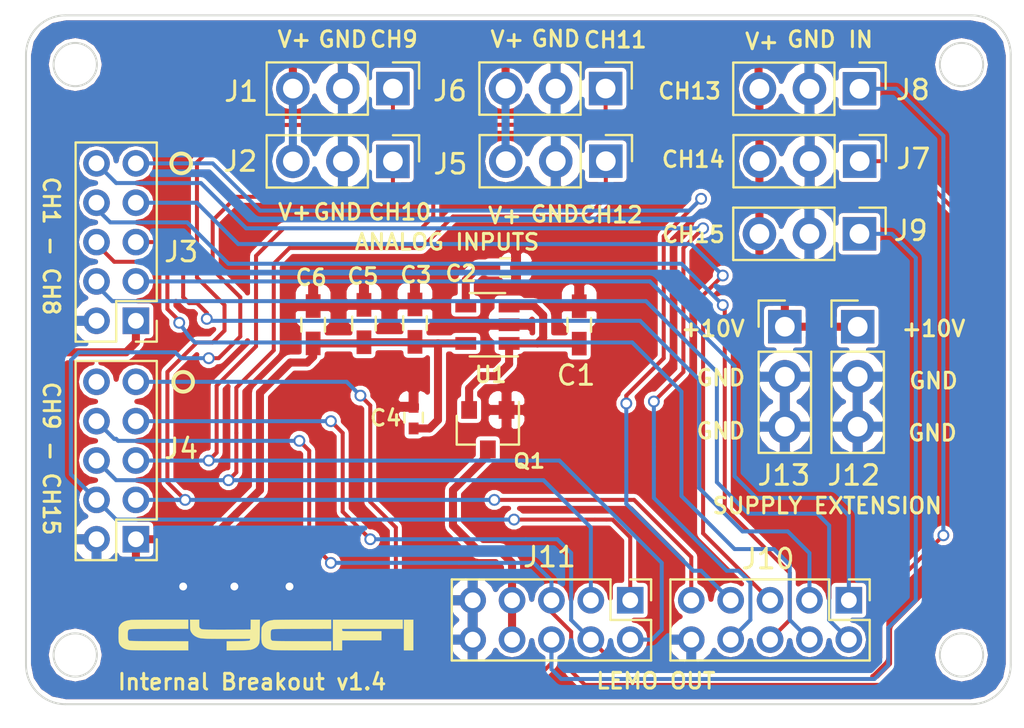
<source format=kicad_pcb>
(kicad_pcb (version 4) (host pcbnew 4.0.6)

  (general
    (links 66)
    (no_connects 0)
    (area 130.269999 41.729999 180.370001 76.830001)
    (thickness 1.6)
    (drawings 45)
    (tracks 359)
    (zones 0)
    (modules 22)
    (nets 21)
  )

  (page A4)
  (layers
    (0 F.Cu signal)
    (31 B.Cu signal)
    (32 B.Adhes user)
    (33 F.Adhes user)
    (34 B.Paste user)
    (35 F.Paste user)
    (36 B.SilkS user)
    (37 F.SilkS user)
    (38 B.Mask user)
    (39 F.Mask user)
    (40 Dwgs.User user)
    (41 Cmts.User user)
    (42 Eco1.User user)
    (43 Eco2.User user)
    (44 Edge.Cuts user)
    (45 Margin user)
    (46 B.CrtYd user)
    (47 F.CrtYd user)
    (48 B.Fab user)
    (49 F.Fab user)
  )

  (setup
    (last_trace_width 0.2032)
    (user_trace_width 0.2032)
    (user_trace_width 0.3)
    (user_trace_width 0.4084)
    (trace_clearance 0.2032)
    (zone_clearance 0.2032)
    (zone_45_only no)
    (trace_min 0.2032)
    (segment_width 0.2)
    (edge_width 0.15)
    (via_size 0.6)
    (via_drill 0.4)
    (via_min_size 0.4)
    (via_min_drill 0.3)
    (uvia_size 0.3)
    (uvia_drill 0.1)
    (uvias_allowed no)
    (uvia_min_size 0.2)
    (uvia_min_drill 0.1)
    (pcb_text_width 0.3)
    (pcb_text_size 1.5 1.5)
    (mod_edge_width 0.15)
    (mod_text_size 1 1)
    (mod_text_width 0.15)
    (pad_size 1.524 1.524)
    (pad_drill 0.762)
    (pad_to_mask_clearance 0.2)
    (aux_axis_origin 0 0)
    (visible_elements 7FFEFF7F)
    (pcbplotparams
      (layerselection 0x00050_80000000)
      (usegerberextensions false)
      (excludeedgelayer true)
      (linewidth 0.100000)
      (plotframeref false)
      (viasonmask false)
      (mode 1)
      (useauxorigin false)
      (hpglpennumber 1)
      (hpglpenspeed 20)
      (hpglpendiameter 15)
      (hpglpenoverlay 2)
      (psnegative false)
      (psa4output false)
      (plotreference true)
      (plotvalue true)
      (plotinvisibletext false)
      (padsonsilk false)
      (subtractmaskfromsilk false)
      (outputformat 4)
      (mirror true)
      (drillshape 1)
      (scaleselection 1)
      (outputdirectory ""))
  )

  (net 0 "")
  (net 1 GND)
  (net 2 "Net-(C1-Pad1)")
  (net 3 "Net-(C2-Pad1)")
  (net 4 +10VA)
  (net 5 CH9)
  (net 6 CH10)
  (net 7 CH1)
  (net 8 CH2)
  (net 9 CH3)
  (net 10 CH4)
  (net 11 CH5)
  (net 12 CH6)
  (net 13 CH7)
  (net 14 CH8)
  (net 15 CH11)
  (net 16 CH12)
  (net 17 CH14)
  (net 18 CH13)
  (net 19 CH15)
  (net 20 +VDC_IN)

  (net_class Default "This is the default net class."
    (clearance 0.2032)
    (trace_width 0.2032)
    (via_dia 0.6)
    (via_drill 0.4)
    (uvia_dia 0.3)
    (uvia_drill 0.1)
    (add_net +10VA)
    (add_net +VDC_IN)
    (add_net CH1)
    (add_net CH10)
    (add_net CH11)
    (add_net CH12)
    (add_net CH13)
    (add_net CH14)
    (add_net CH15)
    (add_net CH2)
    (add_net CH3)
    (add_net CH4)
    (add_net CH5)
    (add_net CH6)
    (add_net CH7)
    (add_net CH8)
    (add_net CH9)
    (add_net GND)
    (add_net "Net-(C1-Pad1)")
    (add_net "Net-(C2-Pad1)")
  )

  (module Capacitors_SMD:C_0402 (layer F.Cu) (tedit 5B46BB0B) (tstamp 5AC784CC)
    (at 154.65 54.59)
    (descr "Capacitor SMD 0402, reflow soldering, AVX (see smccp.pdf)")
    (tags "capacitor 0402")
    (path /5AAFB34A)
    (attr smd)
    (fp_text reference C2 (at -2.24 0.31) (layer F.SilkS)
      (effects (font (size 0.8 0.8) (thickness 0.15)))
    )
    (fp_text value 10nF (at 0 1.27) (layer F.Fab) hide
      (effects (font (size 1 1) (thickness 0.15)))
    )
    (fp_text user %R (at 0 0) (layer F.Fab)
      (effects (font (size 0.3 0.3) (thickness 0.075)))
    )
    (fp_line (start -0.5 0.25) (end -0.5 -0.25) (layer F.Fab) (width 0.1))
    (fp_line (start 0.5 0.25) (end -0.5 0.25) (layer F.Fab) (width 0.1))
    (fp_line (start 0.5 -0.25) (end 0.5 0.25) (layer F.Fab) (width 0.1))
    (fp_line (start -0.5 -0.25) (end 0.5 -0.25) (layer F.Fab) (width 0.1))
    (fp_line (start 0.25 -0.47) (end -0.25 -0.47) (layer F.SilkS) (width 0.12))
    (fp_line (start -0.25 0.47) (end 0.25 0.47) (layer F.SilkS) (width 0.12))
    (fp_line (start -1 -0.4) (end 1 -0.4) (layer F.CrtYd) (width 0.05))
    (fp_line (start -1 -0.4) (end -1 0.4) (layer F.CrtYd) (width 0.05))
    (fp_line (start 1 0.4) (end 1 -0.4) (layer F.CrtYd) (width 0.05))
    (fp_line (start 1 0.4) (end -1 0.4) (layer F.CrtYd) (width 0.05))
    (pad 1 smd rect (at -0.55 0) (size 0.6 0.5) (layers F.Cu F.Paste F.Mask)
      (net 3 "Net-(C2-Pad1)"))
    (pad 2 smd rect (at 0.55 0) (size 0.6 0.5) (layers F.Cu F.Paste F.Mask)
      (net 1 GND))
    (model Capacitors_SMD.3dshapes/C_0402.wrl
      (at (xyz 0 0 0))
      (scale (xyz 1 1 1))
      (rotate (xyz 0 0 0))
    )
  )

  (module Capacitors_SMD:C_0402 (layer F.Cu) (tedit 5B46B9C3) (tstamp 5AC784D8)
    (at 150 62.22 90)
    (descr "Capacitor SMD 0402, reflow soldering, AVX (see smccp.pdf)")
    (tags "capacitor 0402")
    (path /5AAFB250)
    (attr smd)
    (fp_text reference C4 (at -0.02 -1.42 180) (layer F.SilkS)
      (effects (font (size 0.8 0.8) (thickness 0.15)))
    )
    (fp_text value 1nF (at 0 1.27 90) (layer F.Fab) hide
      (effects (font (size 1 1) (thickness 0.15)))
    )
    (fp_text user %R (at 0 0 90) (layer F.Fab)
      (effects (font (size 0.3 0.3) (thickness 0.075)))
    )
    (fp_line (start -0.5 0.25) (end -0.5 -0.25) (layer F.Fab) (width 0.1))
    (fp_line (start 0.5 0.25) (end -0.5 0.25) (layer F.Fab) (width 0.1))
    (fp_line (start 0.5 -0.25) (end 0.5 0.25) (layer F.Fab) (width 0.1))
    (fp_line (start -0.5 -0.25) (end 0.5 -0.25) (layer F.Fab) (width 0.1))
    (fp_line (start 0.25 -0.47) (end -0.25 -0.47) (layer F.SilkS) (width 0.12))
    (fp_line (start -0.25 0.47) (end 0.25 0.47) (layer F.SilkS) (width 0.12))
    (fp_line (start -1 -0.4) (end 1 -0.4) (layer F.CrtYd) (width 0.05))
    (fp_line (start -1 -0.4) (end -1 0.4) (layer F.CrtYd) (width 0.05))
    (fp_line (start 1 0.4) (end 1 -0.4) (layer F.CrtYd) (width 0.05))
    (fp_line (start 1 0.4) (end -1 0.4) (layer F.CrtYd) (width 0.05))
    (pad 1 smd rect (at -0.55 0 90) (size 0.6 0.5) (layers F.Cu F.Paste F.Mask)
      (net 4 +10VA))
    (pad 2 smd rect (at 0.55 0 90) (size 0.6 0.5) (layers F.Cu F.Paste F.Mask)
      (net 1 GND))
    (model Capacitors_SMD.3dshapes/C_0402.wrl
      (at (xyz 0 0 0))
      (scale (xyz 1 1 1))
      (rotate (xyz 0 0 0))
    )
  )

  (module Pin_Headers:Pin_Header_Straight_1x03_Pitch2.54mm (layer F.Cu) (tedit 5AD54B9E) (tstamp 5AC78507)
    (at 148.95 49.2 270)
    (descr "Through hole straight pin header, 1x03, 2.54mm pitch, single row")
    (tags "Through hole pin header THT 1x03 2.54mm single row")
    (path /5AE7D039)
    (fp_text reference J2 (at 0 -2.33 270) (layer F.SilkS) hide
      (effects (font (size 1 1) (thickness 0.15)))
    )
    (fp_text value CONN_01X03 (at 0 7.41 270) (layer F.Fab) hide
      (effects (font (size 1 1) (thickness 0.15)))
    )
    (fp_line (start -0.635 -1.27) (end 1.27 -1.27) (layer F.Fab) (width 0.1))
    (fp_line (start 1.27 -1.27) (end 1.27 6.35) (layer F.Fab) (width 0.1))
    (fp_line (start 1.27 6.35) (end -1.27 6.35) (layer F.Fab) (width 0.1))
    (fp_line (start -1.27 6.35) (end -1.27 -0.635) (layer F.Fab) (width 0.1))
    (fp_line (start -1.27 -0.635) (end -0.635 -1.27) (layer F.Fab) (width 0.1))
    (fp_line (start -1.33 6.41) (end 1.33 6.41) (layer F.SilkS) (width 0.12))
    (fp_line (start -1.33 1.27) (end -1.33 6.41) (layer F.SilkS) (width 0.12))
    (fp_line (start 1.33 1.27) (end 1.33 6.41) (layer F.SilkS) (width 0.12))
    (fp_line (start -1.33 1.27) (end 1.33 1.27) (layer F.SilkS) (width 0.12))
    (fp_line (start -1.33 0) (end -1.33 -1.33) (layer F.SilkS) (width 0.12))
    (fp_line (start -1.33 -1.33) (end 0 -1.33) (layer F.SilkS) (width 0.12))
    (fp_line (start -1.8 -1.8) (end -1.8 6.85) (layer F.CrtYd) (width 0.05))
    (fp_line (start -1.8 6.85) (end 1.8 6.85) (layer F.CrtYd) (width 0.05))
    (fp_line (start 1.8 6.85) (end 1.8 -1.8) (layer F.CrtYd) (width 0.05))
    (fp_line (start 1.8 -1.8) (end -1.8 -1.8) (layer F.CrtYd) (width 0.05))
    (fp_text user %R (at 0 2.54 360) (layer F.Fab)
      (effects (font (size 1 1) (thickness 0.15)))
    )
    (pad 1 thru_hole rect (at 0 0 270) (size 1.7 1.7) (drill 1) (layers *.Cu *.Mask)
      (net 6 CH10))
    (pad 2 thru_hole oval (at 0 2.54 270) (size 1.7 1.7) (drill 1) (layers *.Cu *.Mask)
      (net 1 GND))
    (pad 3 thru_hole oval (at 0 5.08 270) (size 1.7 1.7) (drill 1) (layers *.Cu *.Mask)
      (net 4 +10VA))
    (model ${KISYS3DMOD}/Pin_Headers.3dshapes/Pin_Header_Straight_1x03_Pitch2.54mm.wrl
      (at (xyz 0 0 0))
      (scale (xyz 1 1 1))
      (rotate (xyz 0 0 0))
    )
  )

  (module Package_TO_SOT_SMD:SOT-23 (layer F.Cu) (tedit 5AF28CE1) (tstamp 5AC78559)
    (at 153.77 62.83 270)
    (descr "SOT-23, Standard")
    (tags SOT-23)
    (path /5AAFBBB2)
    (attr smd)
    (fp_text reference Q1 (at 1.6 -2.1 360) (layer F.SilkS)
      (effects (font (size 0.7 0.8) (thickness 0.15)))
    )
    (fp_text value DMP3099L-7 (at 0 2.5 270) (layer F.Fab) hide
      (effects (font (size 1 1) (thickness 0.15)))
    )
    (fp_text user %R (at 0 0 360) (layer F.Fab)
      (effects (font (size 0.5 0.5) (thickness 0.075)))
    )
    (fp_line (start -0.7 -0.95) (end -0.7 1.5) (layer F.Fab) (width 0.1))
    (fp_line (start -0.15 -1.52) (end 0.7 -1.52) (layer F.Fab) (width 0.1))
    (fp_line (start -0.7 -0.95) (end -0.15 -1.52) (layer F.Fab) (width 0.1))
    (fp_line (start 0.7 -1.52) (end 0.7 1.52) (layer F.Fab) (width 0.1))
    (fp_line (start -0.7 1.52) (end 0.7 1.52) (layer F.Fab) (width 0.1))
    (fp_line (start 0.76 1.58) (end 0.76 0.65) (layer F.SilkS) (width 0.12))
    (fp_line (start 0.76 -1.58) (end 0.76 -0.65) (layer F.SilkS) (width 0.12))
    (fp_line (start -1.7 -1.75) (end 1.7 -1.75) (layer F.CrtYd) (width 0.05))
    (fp_line (start 1.7 -1.75) (end 1.7 1.75) (layer F.CrtYd) (width 0.05))
    (fp_line (start 1.7 1.75) (end -1.7 1.75) (layer F.CrtYd) (width 0.05))
    (fp_line (start -1.7 1.75) (end -1.7 -1.75) (layer F.CrtYd) (width 0.05))
    (fp_line (start 0.76 -1.58) (end -1.4 -1.58) (layer F.SilkS) (width 0.12))
    (fp_line (start 0.76 1.58) (end -0.7 1.58) (layer F.SilkS) (width 0.12))
    (pad 1 smd rect (at -1 -0.95 270) (size 0.9 0.8) (layers F.Cu F.Paste F.Mask)
      (net 1 GND))
    (pad 2 smd rect (at -1 0.95 270) (size 0.9 0.8) (layers F.Cu F.Paste F.Mask)
      (net 2 "Net-(C1-Pad1)"))
    (pad 3 smd rect (at 1 0 270) (size 0.9 0.8) (layers F.Cu F.Paste F.Mask)
      (net 20 +VDC_IN))
    (model ${KISYS3DMOD}/Package_TO_SOT_SMD.3dshapes/SOT-23.wrl
      (at (xyz 0 0 0))
      (scale (xyz 1 1 1))
      (rotate (xyz 0 0 0))
    )
  )

  (module Package_TO_SOT_SMD:SOT-23-5 (layer F.Cu) (tedit 5AF11B4A) (tstamp 5AC78562)
    (at 153.75 57.5 180)
    (descr "5-pin SOT23 package")
    (tags SOT-23-5)
    (path /5AAFAE7A)
    (attr smd)
    (fp_text reference U1 (at -0.166 -2.536 180) (layer F.SilkS)
      (effects (font (size 0.8 0.8) (thickness 0.15)))
    )
    (fp_text value LP2985-10DVBR (at 0 2.9 180) (layer F.Fab) hide
      (effects (font (size 1 1) (thickness 0.15)))
    )
    (fp_text user %R (at 0 0 270) (layer F.Fab)
      (effects (font (size 0.5 0.5) (thickness 0.075)))
    )
    (fp_line (start -0.9 1.61) (end 0.9 1.61) (layer F.SilkS) (width 0.12))
    (fp_line (start 0.9 -1.61) (end -1.55 -1.61) (layer F.SilkS) (width 0.12))
    (fp_line (start -1.9 -1.8) (end 1.9 -1.8) (layer F.CrtYd) (width 0.05))
    (fp_line (start 1.9 -1.8) (end 1.9 1.8) (layer F.CrtYd) (width 0.05))
    (fp_line (start 1.9 1.8) (end -1.9 1.8) (layer F.CrtYd) (width 0.05))
    (fp_line (start -1.9 1.8) (end -1.9 -1.8) (layer F.CrtYd) (width 0.05))
    (fp_line (start -0.9 -0.9) (end -0.25 -1.55) (layer F.Fab) (width 0.1))
    (fp_line (start 0.9 -1.55) (end -0.25 -1.55) (layer F.Fab) (width 0.1))
    (fp_line (start -0.9 -0.9) (end -0.9 1.55) (layer F.Fab) (width 0.1))
    (fp_line (start 0.9 1.55) (end -0.9 1.55) (layer F.Fab) (width 0.1))
    (fp_line (start 0.9 -1.55) (end 0.9 1.55) (layer F.Fab) (width 0.1))
    (pad 1 smd rect (at -1.1 -0.95 180) (size 1.06 0.65) (layers F.Cu F.Paste F.Mask)
      (net 2 "Net-(C1-Pad1)"))
    (pad 2 smd rect (at -1.1 0 180) (size 1.06 0.65) (layers F.Cu F.Paste F.Mask)
      (net 1 GND))
    (pad 3 smd rect (at -1.1 0.95 180) (size 1.06 0.65) (layers F.Cu F.Paste F.Mask)
      (net 2 "Net-(C1-Pad1)"))
    (pad 4 smd rect (at 1.1 0.95 180) (size 1.06 0.65) (layers F.Cu F.Paste F.Mask)
      (net 3 "Net-(C2-Pad1)"))
    (pad 5 smd rect (at 1.1 -0.95 180) (size 1.06 0.65) (layers F.Cu F.Paste F.Mask)
      (net 4 +10VA))
    (model ${KISYS3DMOD}/Package_TO_SOT_SMD.3dshapes/SOT-23-5.wrl
      (at (xyz 0 0 0))
      (scale (xyz 1 1 1))
      (rotate (xyz 0 0 0))
    )
  )

  (module Pin_Headers:Pin_Header_Straight_1x03_Pitch2.54mm (layer F.Cu) (tedit 5B46B492) (tstamp 5AE6C496)
    (at 148.95 45.5 270)
    (descr "Through hole straight pin header, 1x03, 2.54mm pitch, single row")
    (tags "Through hole pin header THT 1x03 2.54mm single row")
    (path /5AE7C6BC)
    (fp_text reference J1 (at 0.15 7.7 360) (layer F.SilkS)
      (effects (font (size 1 1) (thickness 0.15)))
    )
    (fp_text value CONN_01X03 (at 0 7.41 270) (layer F.Fab) hide
      (effects (font (size 1 1) (thickness 0.15)))
    )
    (fp_line (start -0.635 -1.27) (end 1.27 -1.27) (layer F.Fab) (width 0.1))
    (fp_line (start 1.27 -1.27) (end 1.27 6.35) (layer F.Fab) (width 0.1))
    (fp_line (start 1.27 6.35) (end -1.27 6.35) (layer F.Fab) (width 0.1))
    (fp_line (start -1.27 6.35) (end -1.27 -0.635) (layer F.Fab) (width 0.1))
    (fp_line (start -1.27 -0.635) (end -0.635 -1.27) (layer F.Fab) (width 0.1))
    (fp_line (start -1.33 6.41) (end 1.33 6.41) (layer F.SilkS) (width 0.12))
    (fp_line (start -1.33 1.27) (end -1.33 6.41) (layer F.SilkS) (width 0.12))
    (fp_line (start 1.33 1.27) (end 1.33 6.41) (layer F.SilkS) (width 0.12))
    (fp_line (start -1.33 1.27) (end 1.33 1.27) (layer F.SilkS) (width 0.12))
    (fp_line (start -1.33 0) (end -1.33 -1.33) (layer F.SilkS) (width 0.12))
    (fp_line (start -1.33 -1.33) (end 0 -1.33) (layer F.SilkS) (width 0.12))
    (fp_line (start -1.8 -1.8) (end -1.8 6.85) (layer F.CrtYd) (width 0.05))
    (fp_line (start -1.8 6.85) (end 1.8 6.85) (layer F.CrtYd) (width 0.05))
    (fp_line (start 1.8 6.85) (end 1.8 -1.8) (layer F.CrtYd) (width 0.05))
    (fp_line (start 1.8 -1.8) (end -1.8 -1.8) (layer F.CrtYd) (width 0.05))
    (fp_text user %R (at 0 2.54 360) (layer F.Fab)
      (effects (font (size 1 1) (thickness 0.15)))
    )
    (pad 1 thru_hole rect (at 0 0 270) (size 1.7 1.7) (drill 1) (layers *.Cu *.Mask)
      (net 5 CH9))
    (pad 2 thru_hole oval (at 0 2.54 270) (size 1.7 1.7) (drill 1) (layers *.Cu *.Mask)
      (net 1 GND))
    (pad 3 thru_hole oval (at 0 5.08 270) (size 1.7 1.7) (drill 1) (layers *.Cu *.Mask)
      (net 4 +10VA))
    (model ${KISYS3DMOD}/Pin_Headers.3dshapes/Pin_Header_Straight_1x03_Pitch2.54mm.wrl
      (at (xyz 0 0 0))
      (scale (xyz 1 1 1))
      (rotate (xyz 0 0 0))
    )
  )

  (module Pin_Headers:Pin_Header_Straight_2x05_Pitch2.00mm (layer F.Cu) (tedit 5AE7B767) (tstamp 5AE6C49C)
    (at 135.9 57.3 180)
    (descr "Through hole straight pin header, 2x05, 2.00mm pitch, double rows")
    (tags "Through hole pin header THT 2x05 2.00mm double row")
    (path /5AE6F1BF)
    (fp_text reference J3 (at -2.3 3.5 180) (layer F.SilkS)
      (effects (font (size 1 1) (thickness 0.15)))
    )
    (fp_text value CONN_01X10 (at 1 10.06 180) (layer F.Fab) hide
      (effects (font (size 1 1) (thickness 0.15)))
    )
    (fp_line (start 0 -1) (end 3 -1) (layer F.Fab) (width 0.1))
    (fp_line (start 3 -1) (end 3 9) (layer F.Fab) (width 0.1))
    (fp_line (start 3 9) (end -1 9) (layer F.Fab) (width 0.1))
    (fp_line (start -1 9) (end -1 0) (layer F.Fab) (width 0.1))
    (fp_line (start -1 0) (end 0 -1) (layer F.Fab) (width 0.1))
    (fp_line (start -1.06 9.06) (end 3.06 9.06) (layer F.SilkS) (width 0.12))
    (fp_line (start -1.06 1) (end -1.06 9.06) (layer F.SilkS) (width 0.12))
    (fp_line (start 3.06 -1.06) (end 3.06 9.06) (layer F.SilkS) (width 0.12))
    (fp_line (start -1.06 1) (end 1 1) (layer F.SilkS) (width 0.12))
    (fp_line (start 1 1) (end 1 -1.06) (layer F.SilkS) (width 0.12))
    (fp_line (start 1 -1.06) (end 3.06 -1.06) (layer F.SilkS) (width 0.12))
    (fp_line (start -1.06 0) (end -1.06 -1.06) (layer F.SilkS) (width 0.12))
    (fp_line (start -1.06 -1.06) (end 0 -1.06) (layer F.SilkS) (width 0.12))
    (fp_line (start -1.5 -1.5) (end -1.5 9.5) (layer F.CrtYd) (width 0.05))
    (fp_line (start -1.5 9.5) (end 3.5 9.5) (layer F.CrtYd) (width 0.05))
    (fp_line (start 3.5 9.5) (end 3.5 -1.5) (layer F.CrtYd) (width 0.05))
    (fp_line (start 3.5 -1.5) (end -1.5 -1.5) (layer F.CrtYd) (width 0.05))
    (fp_text user %R (at 1 4 270) (layer F.Fab)
      (effects (font (size 1 1) (thickness 0.15)))
    )
    (pad 1 thru_hole rect (at 0 0 180) (size 1.35 1.35) (drill 0.8) (layers *.Cu *.Mask)
      (net 4 +10VA))
    (pad 2 thru_hole oval (at 2 0 180) (size 1.35 1.35) (drill 0.8) (layers *.Cu *.Mask)
      (net 1 GND))
    (pad 3 thru_hole oval (at 0 2 180) (size 1.35 1.35) (drill 0.8) (layers *.Cu *.Mask)
      (net 7 CH1))
    (pad 4 thru_hole oval (at 2 2 180) (size 1.35 1.35) (drill 0.8) (layers *.Cu *.Mask)
      (net 8 CH2))
    (pad 5 thru_hole oval (at 0 4 180) (size 1.35 1.35) (drill 0.8) (layers *.Cu *.Mask)
      (net 9 CH3))
    (pad 6 thru_hole oval (at 2 4 180) (size 1.35 1.35) (drill 0.8) (layers *.Cu *.Mask)
      (net 10 CH4))
    (pad 7 thru_hole oval (at 0 6 180) (size 1.35 1.35) (drill 0.8) (layers *.Cu *.Mask)
      (net 11 CH5))
    (pad 8 thru_hole oval (at 2 6 180) (size 1.35 1.35) (drill 0.8) (layers *.Cu *.Mask)
      (net 12 CH6))
    (pad 9 thru_hole oval (at 0 8 180) (size 1.35 1.35) (drill 0.8) (layers *.Cu *.Mask)
      (net 13 CH7))
    (pad 10 thru_hole oval (at 2 8 180) (size 1.35 1.35) (drill 0.8) (layers *.Cu *.Mask)
      (net 14 CH8))
    (model ${KISYS3DMOD}/Pin_Headers.3dshapes/Pin_Header_Straight_2x05_Pitch2.00mm.wrl
      (at (xyz 0 0 0))
      (scale (xyz 1 1 1))
      (rotate (xyz 0 0 0))
    )
  )

  (module Pin_Headers:Pin_Header_Straight_2x05_Pitch2.00mm (layer F.Cu) (tedit 5AE7B76C) (tstamp 5AE6C4A9)
    (at 135.9 68.4 180)
    (descr "Through hole straight pin header, 2x05, 2.00mm pitch, double rows")
    (tags "Through hole pin header THT 2x05 2.00mm double row")
    (path /5AE6F881)
    (fp_text reference J4 (at -2.3 4.6 180) (layer F.SilkS)
      (effects (font (size 1 1) (thickness 0.15)))
    )
    (fp_text value CONN_01X10 (at 1 10.06 180) (layer F.Fab) hide
      (effects (font (size 1 1) (thickness 0.15)))
    )
    (fp_line (start 0 -1) (end 3 -1) (layer F.Fab) (width 0.1))
    (fp_line (start 3 -1) (end 3 9) (layer F.Fab) (width 0.1))
    (fp_line (start 3 9) (end -1 9) (layer F.Fab) (width 0.1))
    (fp_line (start -1 9) (end -1 0) (layer F.Fab) (width 0.1))
    (fp_line (start -1 0) (end 0 -1) (layer F.Fab) (width 0.1))
    (fp_line (start -1.06 9.06) (end 3.06 9.06) (layer F.SilkS) (width 0.12))
    (fp_line (start -1.06 1) (end -1.06 9.06) (layer F.SilkS) (width 0.12))
    (fp_line (start 3.06 -1.06) (end 3.06 9.06) (layer F.SilkS) (width 0.12))
    (fp_line (start -1.06 1) (end 1 1) (layer F.SilkS) (width 0.12))
    (fp_line (start 1 1) (end 1 -1.06) (layer F.SilkS) (width 0.12))
    (fp_line (start 1 -1.06) (end 3.06 -1.06) (layer F.SilkS) (width 0.12))
    (fp_line (start -1.06 0) (end -1.06 -1.06) (layer F.SilkS) (width 0.12))
    (fp_line (start -1.06 -1.06) (end 0 -1.06) (layer F.SilkS) (width 0.12))
    (fp_line (start -1.5 -1.5) (end -1.5 9.5) (layer F.CrtYd) (width 0.05))
    (fp_line (start -1.5 9.5) (end 3.5 9.5) (layer F.CrtYd) (width 0.05))
    (fp_line (start 3.5 9.5) (end 3.5 -1.5) (layer F.CrtYd) (width 0.05))
    (fp_line (start 3.5 -1.5) (end -1.5 -1.5) (layer F.CrtYd) (width 0.05))
    (fp_text user %R (at 1 4 270) (layer F.Fab)
      (effects (font (size 1 1) (thickness 0.15)))
    )
    (pad 1 thru_hole rect (at 0 0 180) (size 1.35 1.35) (drill 0.8) (layers *.Cu *.Mask)
      (net 4 +10VA))
    (pad 2 thru_hole oval (at 2 0 180) (size 1.35 1.35) (drill 0.8) (layers *.Cu *.Mask)
      (net 1 GND))
    (pad 3 thru_hole oval (at 0 2 180) (size 1.35 1.35) (drill 0.8) (layers *.Cu *.Mask)
      (net 5 CH9))
    (pad 4 thru_hole oval (at 2 2 180) (size 1.35 1.35) (drill 0.8) (layers *.Cu *.Mask)
      (net 6 CH10))
    (pad 5 thru_hole oval (at 0 4 180) (size 1.35 1.35) (drill 0.8) (layers *.Cu *.Mask)
      (net 15 CH11))
    (pad 6 thru_hole oval (at 2 4 180) (size 1.35 1.35) (drill 0.8) (layers *.Cu *.Mask)
      (net 16 CH12))
    (pad 7 thru_hole oval (at 0 6 180) (size 1.35 1.35) (drill 0.8) (layers *.Cu *.Mask)
      (net 18 CH13))
    (pad 8 thru_hole oval (at 2 6 180) (size 1.35 1.35) (drill 0.8) (layers *.Cu *.Mask)
      (net 17 CH14))
    (pad 9 thru_hole oval (at 0 8 180) (size 1.35 1.35) (drill 0.8) (layers *.Cu *.Mask)
      (net 19 CH15))
    (pad 10 thru_hole oval (at 2 8 180) (size 1.35 1.35) (drill 0.8) (layers *.Cu *.Mask))
    (model ${KISYS3DMOD}/Pin_Headers.3dshapes/Pin_Header_Straight_2x05_Pitch2.00mm.wrl
      (at (xyz 0 0 0))
      (scale (xyz 1 1 1))
      (rotate (xyz 0 0 0))
    )
  )

  (module Pin_Headers:Pin_Header_Straight_1x03_Pitch2.54mm (layer F.Cu) (tedit 5B46B796) (tstamp 5AE6C4B6)
    (at 159.76 49.19 270)
    (descr "Through hole straight pin header, 1x03, 2.54mm pitch, single row")
    (tags "Through hole pin header THT 1x03 2.54mm single row")
    (path /5AE7D1D2)
    (fp_text reference J5 (at 0.15 7.89 360) (layer F.SilkS)
      (effects (font (size 1 1) (thickness 0.15)))
    )
    (fp_text value CONN_01X03 (at 0 7.41 270) (layer F.Fab) hide
      (effects (font (size 1 1) (thickness 0.15)))
    )
    (fp_line (start -0.635 -1.27) (end 1.27 -1.27) (layer F.Fab) (width 0.1))
    (fp_line (start 1.27 -1.27) (end 1.27 6.35) (layer F.Fab) (width 0.1))
    (fp_line (start 1.27 6.35) (end -1.27 6.35) (layer F.Fab) (width 0.1))
    (fp_line (start -1.27 6.35) (end -1.27 -0.635) (layer F.Fab) (width 0.1))
    (fp_line (start -1.27 -0.635) (end -0.635 -1.27) (layer F.Fab) (width 0.1))
    (fp_line (start -1.33 6.41) (end 1.33 6.41) (layer F.SilkS) (width 0.12))
    (fp_line (start -1.33 1.27) (end -1.33 6.41) (layer F.SilkS) (width 0.12))
    (fp_line (start 1.33 1.27) (end 1.33 6.41) (layer F.SilkS) (width 0.12))
    (fp_line (start -1.33 1.27) (end 1.33 1.27) (layer F.SilkS) (width 0.12))
    (fp_line (start -1.33 0) (end -1.33 -1.33) (layer F.SilkS) (width 0.12))
    (fp_line (start -1.33 -1.33) (end 0 -1.33) (layer F.SilkS) (width 0.12))
    (fp_line (start -1.8 -1.8) (end -1.8 6.85) (layer F.CrtYd) (width 0.05))
    (fp_line (start -1.8 6.85) (end 1.8 6.85) (layer F.CrtYd) (width 0.05))
    (fp_line (start 1.8 6.85) (end 1.8 -1.8) (layer F.CrtYd) (width 0.05))
    (fp_line (start 1.8 -1.8) (end -1.8 -1.8) (layer F.CrtYd) (width 0.05))
    (fp_text user %R (at 0 2.54 360) (layer F.Fab)
      (effects (font (size 1 1) (thickness 0.15)))
    )
    (pad 1 thru_hole rect (at 0 0 270) (size 1.7 1.7) (drill 1) (layers *.Cu *.Mask)
      (net 16 CH12))
    (pad 2 thru_hole oval (at 0 2.54 270) (size 1.7 1.7) (drill 1) (layers *.Cu *.Mask)
      (net 1 GND))
    (pad 3 thru_hole oval (at 0 5.08 270) (size 1.7 1.7) (drill 1) (layers *.Cu *.Mask)
      (net 4 +10VA))
    (model ${KISYS3DMOD}/Pin_Headers.3dshapes/Pin_Header_Straight_1x03_Pitch2.54mm.wrl
      (at (xyz 0 0 0))
      (scale (xyz 1 1 1))
      (rotate (xyz 0 0 0))
    )
  )

  (module Pin_Headers:Pin_Header_Straight_1x03_Pitch2.54mm (layer F.Cu) (tedit 5B46B5DC) (tstamp 5AE6C4BC)
    (at 159.75 45.5 270)
    (descr "Through hole straight pin header, 1x03, 2.54mm pitch, single row")
    (tags "Through hole pin header THT 1x03 2.54mm single row")
    (path /5AE7D127)
    (fp_text reference J6 (at 0.125 7.9 360) (layer F.SilkS)
      (effects (font (size 1 1) (thickness 0.15)))
    )
    (fp_text value CONN_01X03 (at 0 7.41 270) (layer F.Fab) hide
      (effects (font (size 1 1) (thickness 0.15)))
    )
    (fp_line (start -0.635 -1.27) (end 1.27 -1.27) (layer F.Fab) (width 0.1))
    (fp_line (start 1.27 -1.27) (end 1.27 6.35) (layer F.Fab) (width 0.1))
    (fp_line (start 1.27 6.35) (end -1.27 6.35) (layer F.Fab) (width 0.1))
    (fp_line (start -1.27 6.35) (end -1.27 -0.635) (layer F.Fab) (width 0.1))
    (fp_line (start -1.27 -0.635) (end -0.635 -1.27) (layer F.Fab) (width 0.1))
    (fp_line (start -1.33 6.41) (end 1.33 6.41) (layer F.SilkS) (width 0.12))
    (fp_line (start -1.33 1.27) (end -1.33 6.41) (layer F.SilkS) (width 0.12))
    (fp_line (start 1.33 1.27) (end 1.33 6.41) (layer F.SilkS) (width 0.12))
    (fp_line (start -1.33 1.27) (end 1.33 1.27) (layer F.SilkS) (width 0.12))
    (fp_line (start -1.33 0) (end -1.33 -1.33) (layer F.SilkS) (width 0.12))
    (fp_line (start -1.33 -1.33) (end 0 -1.33) (layer F.SilkS) (width 0.12))
    (fp_line (start -1.8 -1.8) (end -1.8 6.85) (layer F.CrtYd) (width 0.05))
    (fp_line (start -1.8 6.85) (end 1.8 6.85) (layer F.CrtYd) (width 0.05))
    (fp_line (start 1.8 6.85) (end 1.8 -1.8) (layer F.CrtYd) (width 0.05))
    (fp_line (start 1.8 -1.8) (end -1.8 -1.8) (layer F.CrtYd) (width 0.05))
    (fp_text user %R (at 0 2.54 360) (layer F.Fab)
      (effects (font (size 1 1) (thickness 0.15)))
    )
    (pad 1 thru_hole rect (at 0 0 270) (size 1.7 1.7) (drill 1) (layers *.Cu *.Mask)
      (net 15 CH11))
    (pad 2 thru_hole oval (at 0 2.54 270) (size 1.7 1.7) (drill 1) (layers *.Cu *.Mask)
      (net 1 GND))
    (pad 3 thru_hole oval (at 0 5.08 270) (size 1.7 1.7) (drill 1) (layers *.Cu *.Mask)
      (net 4 +10VA))
    (model ${KISYS3DMOD}/Pin_Headers.3dshapes/Pin_Header_Straight_1x03_Pitch2.54mm.wrl
      (at (xyz 0 0 0))
      (scale (xyz 1 1 1))
      (rotate (xyz 0 0 0))
    )
  )

  (module Pin_Headers:Pin_Header_Straight_1x03_Pitch2.54mm (layer F.Cu) (tedit 5B46B811) (tstamp 5AE6C4C2)
    (at 172.65 49.19 270)
    (descr "Through hole straight pin header, 1x03, 2.54mm pitch, single row")
    (tags "Through hole pin header THT 1x03 2.54mm single row")
    (path /5AE7D3AB)
    (fp_text reference J7 (at -0.12 -2.73 360) (layer F.SilkS)
      (effects (font (size 1 1) (thickness 0.15)))
    )
    (fp_text value CONN_01X03 (at 0 7.41 270) (layer F.Fab) hide
      (effects (font (size 1 1) (thickness 0.15)))
    )
    (fp_line (start -0.635 -1.27) (end 1.27 -1.27) (layer F.Fab) (width 0.1))
    (fp_line (start 1.27 -1.27) (end 1.27 6.35) (layer F.Fab) (width 0.1))
    (fp_line (start 1.27 6.35) (end -1.27 6.35) (layer F.Fab) (width 0.1))
    (fp_line (start -1.27 6.35) (end -1.27 -0.635) (layer F.Fab) (width 0.1))
    (fp_line (start -1.27 -0.635) (end -0.635 -1.27) (layer F.Fab) (width 0.1))
    (fp_line (start -1.33 6.41) (end 1.33 6.41) (layer F.SilkS) (width 0.12))
    (fp_line (start -1.33 1.27) (end -1.33 6.41) (layer F.SilkS) (width 0.12))
    (fp_line (start 1.33 1.27) (end 1.33 6.41) (layer F.SilkS) (width 0.12))
    (fp_line (start -1.33 1.27) (end 1.33 1.27) (layer F.SilkS) (width 0.12))
    (fp_line (start -1.33 0) (end -1.33 -1.33) (layer F.SilkS) (width 0.12))
    (fp_line (start -1.33 -1.33) (end 0 -1.33) (layer F.SilkS) (width 0.12))
    (fp_line (start -1.8 -1.8) (end -1.8 6.85) (layer F.CrtYd) (width 0.05))
    (fp_line (start -1.8 6.85) (end 1.8 6.85) (layer F.CrtYd) (width 0.05))
    (fp_line (start 1.8 6.85) (end 1.8 -1.8) (layer F.CrtYd) (width 0.05))
    (fp_line (start 1.8 -1.8) (end -1.8 -1.8) (layer F.CrtYd) (width 0.05))
    (fp_text user %R (at 0 2.54 360) (layer F.Fab)
      (effects (font (size 1 1) (thickness 0.15)))
    )
    (pad 1 thru_hole rect (at 0 0 270) (size 1.7 1.7) (drill 1) (layers *.Cu *.Mask)
      (net 17 CH14))
    (pad 2 thru_hole oval (at 0 2.54 270) (size 1.7 1.7) (drill 1) (layers *.Cu *.Mask)
      (net 1 GND))
    (pad 3 thru_hole oval (at 0 5.08 270) (size 1.7 1.7) (drill 1) (layers *.Cu *.Mask)
      (net 4 +10VA))
    (model ${KISYS3DMOD}/Pin_Headers.3dshapes/Pin_Header_Straight_1x03_Pitch2.54mm.wrl
      (at (xyz 0 0 0))
      (scale (xyz 1 1 1))
      (rotate (xyz 0 0 0))
    )
  )

  (module Pin_Headers:Pin_Header_Straight_1x03_Pitch2.54mm (layer F.Cu) (tedit 5B46B784) (tstamp 5AE6C4C8)
    (at 172.64 45.51 270)
    (descr "Through hole straight pin header, 1x03, 2.54mm pitch, single row")
    (tags "Through hole pin header THT 1x03 2.54mm single row")
    (path /5AE7D2EC)
    (fp_text reference J8 (at 0.06 -2.71 360) (layer F.SilkS)
      (effects (font (size 1 1) (thickness 0.15)))
    )
    (fp_text value CONN_01X03 (at 0 7.41 270) (layer F.Fab) hide
      (effects (font (size 1 1) (thickness 0.15)))
    )
    (fp_line (start -0.635 -1.27) (end 1.27 -1.27) (layer F.Fab) (width 0.1))
    (fp_line (start 1.27 -1.27) (end 1.27 6.35) (layer F.Fab) (width 0.1))
    (fp_line (start 1.27 6.35) (end -1.27 6.35) (layer F.Fab) (width 0.1))
    (fp_line (start -1.27 6.35) (end -1.27 -0.635) (layer F.Fab) (width 0.1))
    (fp_line (start -1.27 -0.635) (end -0.635 -1.27) (layer F.Fab) (width 0.1))
    (fp_line (start -1.33 6.41) (end 1.33 6.41) (layer F.SilkS) (width 0.12))
    (fp_line (start -1.33 1.27) (end -1.33 6.41) (layer F.SilkS) (width 0.12))
    (fp_line (start 1.33 1.27) (end 1.33 6.41) (layer F.SilkS) (width 0.12))
    (fp_line (start -1.33 1.27) (end 1.33 1.27) (layer F.SilkS) (width 0.12))
    (fp_line (start -1.33 0) (end -1.33 -1.33) (layer F.SilkS) (width 0.12))
    (fp_line (start -1.33 -1.33) (end 0 -1.33) (layer F.SilkS) (width 0.12))
    (fp_line (start -1.8 -1.8) (end -1.8 6.85) (layer F.CrtYd) (width 0.05))
    (fp_line (start -1.8 6.85) (end 1.8 6.85) (layer F.CrtYd) (width 0.05))
    (fp_line (start 1.8 6.85) (end 1.8 -1.8) (layer F.CrtYd) (width 0.05))
    (fp_line (start 1.8 -1.8) (end -1.8 -1.8) (layer F.CrtYd) (width 0.05))
    (fp_text user %R (at 0 2.54 360) (layer F.Fab)
      (effects (font (size 1 1) (thickness 0.15)))
    )
    (pad 1 thru_hole rect (at 0 0 270) (size 1.7 1.7) (drill 1) (layers *.Cu *.Mask)
      (net 18 CH13))
    (pad 2 thru_hole oval (at 0 2.54 270) (size 1.7 1.7) (drill 1) (layers *.Cu *.Mask)
      (net 1 GND))
    (pad 3 thru_hole oval (at 0 5.08 270) (size 1.7 1.7) (drill 1) (layers *.Cu *.Mask)
      (net 4 +10VA))
    (model ${KISYS3DMOD}/Pin_Headers.3dshapes/Pin_Header_Straight_1x03_Pitch2.54mm.wrl
      (at (xyz 0 0 0))
      (scale (xyz 1 1 1))
      (rotate (xyz 0 0 0))
    )
  )

  (module Pin_Headers:Pin_Header_Straight_1x03_Pitch2.54mm (layer F.Cu) (tedit 5B46B867) (tstamp 5AE6C4CE)
    (at 172.64 52.88 270)
    (descr "Through hole straight pin header, 1x03, 2.54mm pitch, single row")
    (tags "Through hole pin header THT 1x03 2.54mm single row")
    (path /5AE7D451)
    (fp_text reference J9 (at -0.16 -2.6 360) (layer F.SilkS)
      (effects (font (size 1 1) (thickness 0.15)))
    )
    (fp_text value CONN_01X03 (at 0 7.41 270) (layer F.Fab) hide
      (effects (font (size 1 1) (thickness 0.15)))
    )
    (fp_line (start -0.635 -1.27) (end 1.27 -1.27) (layer F.Fab) (width 0.1))
    (fp_line (start 1.27 -1.27) (end 1.27 6.35) (layer F.Fab) (width 0.1))
    (fp_line (start 1.27 6.35) (end -1.27 6.35) (layer F.Fab) (width 0.1))
    (fp_line (start -1.27 6.35) (end -1.27 -0.635) (layer F.Fab) (width 0.1))
    (fp_line (start -1.27 -0.635) (end -0.635 -1.27) (layer F.Fab) (width 0.1))
    (fp_line (start -1.33 6.41) (end 1.33 6.41) (layer F.SilkS) (width 0.12))
    (fp_line (start -1.33 1.27) (end -1.33 6.41) (layer F.SilkS) (width 0.12))
    (fp_line (start 1.33 1.27) (end 1.33 6.41) (layer F.SilkS) (width 0.12))
    (fp_line (start -1.33 1.27) (end 1.33 1.27) (layer F.SilkS) (width 0.12))
    (fp_line (start -1.33 0) (end -1.33 -1.33) (layer F.SilkS) (width 0.12))
    (fp_line (start -1.33 -1.33) (end 0 -1.33) (layer F.SilkS) (width 0.12))
    (fp_line (start -1.8 -1.8) (end -1.8 6.85) (layer F.CrtYd) (width 0.05))
    (fp_line (start -1.8 6.85) (end 1.8 6.85) (layer F.CrtYd) (width 0.05))
    (fp_line (start 1.8 6.85) (end 1.8 -1.8) (layer F.CrtYd) (width 0.05))
    (fp_line (start 1.8 -1.8) (end -1.8 -1.8) (layer F.CrtYd) (width 0.05))
    (fp_text user %R (at 0 2.54 360) (layer F.Fab)
      (effects (font (size 1 1) (thickness 0.15)))
    )
    (pad 1 thru_hole rect (at 0 0 270) (size 1.7 1.7) (drill 1) (layers *.Cu *.Mask)
      (net 19 CH15))
    (pad 2 thru_hole oval (at 0 2.54 270) (size 1.7 1.7) (drill 1) (layers *.Cu *.Mask)
      (net 1 GND))
    (pad 3 thru_hole oval (at 0 5.08 270) (size 1.7 1.7) (drill 1) (layers *.Cu *.Mask)
      (net 4 +10VA))
    (model ${KISYS3DMOD}/Pin_Headers.3dshapes/Pin_Header_Straight_1x03_Pitch2.54mm.wrl
      (at (xyz 0 0 0))
      (scale (xyz 1 1 1))
      (rotate (xyz 0 0 0))
    )
  )

  (module Pin_Headers:Pin_Header_Straight_2x05_Pitch2.00mm (layer F.Cu) (tedit 5AF26740) (tstamp 5AE6C4E1)
    (at 172.1 71.5 270)
    (descr "Through hole straight pin header, 2x05, 2.00mm pitch, double rows")
    (tags "Through hole pin header THT 2x05 2.00mm double row")
    (path /5AE6FA13)
    (fp_text reference J10 (at -2.1 4.1 360) (layer F.SilkS)
      (effects (font (size 1 1) (thickness 0.15)))
    )
    (fp_text value CONN_01X10 (at 1 10.06 270) (layer F.Fab) hide
      (effects (font (size 1 1) (thickness 0.15)))
    )
    (fp_line (start 0 -1) (end 3 -1) (layer F.Fab) (width 0.1))
    (fp_line (start 3 -1) (end 3 9) (layer F.Fab) (width 0.1))
    (fp_line (start 3 9) (end -1 9) (layer F.Fab) (width 0.1))
    (fp_line (start -1 9) (end -1 0) (layer F.Fab) (width 0.1))
    (fp_line (start -1 0) (end 0 -1) (layer F.Fab) (width 0.1))
    (fp_line (start -1.06 9.06) (end 3.06 9.06) (layer F.SilkS) (width 0.12))
    (fp_line (start -1.06 1) (end -1.06 9.06) (layer F.SilkS) (width 0.12))
    (fp_line (start 3.06 -1.06) (end 3.06 9.06) (layer F.SilkS) (width 0.12))
    (fp_line (start -1.06 1) (end 1 1) (layer F.SilkS) (width 0.12))
    (fp_line (start 1 1) (end 1 -1.06) (layer F.SilkS) (width 0.12))
    (fp_line (start 1 -1.06) (end 3.06 -1.06) (layer F.SilkS) (width 0.12))
    (fp_line (start -1.06 0) (end -1.06 -1.06) (layer F.SilkS) (width 0.12))
    (fp_line (start -1.06 -1.06) (end 0 -1.06) (layer F.SilkS) (width 0.12))
    (fp_line (start -1.5 -1.5) (end -1.5 9.5) (layer F.CrtYd) (width 0.05))
    (fp_line (start -1.5 9.5) (end 3.5 9.5) (layer F.CrtYd) (width 0.05))
    (fp_line (start 3.5 9.5) (end 3.5 -1.5) (layer F.CrtYd) (width 0.05))
    (fp_line (start 3.5 -1.5) (end -1.5 -1.5) (layer F.CrtYd) (width 0.05))
    (fp_text user %R (at 1 4 360) (layer F.Fab)
      (effects (font (size 1 1) (thickness 0.15)))
    )
    (pad 1 thru_hole rect (at 0 0 270) (size 1.35 1.35) (drill 0.8) (layers *.Cu *.Mask)
      (net 7 CH1))
    (pad 2 thru_hole oval (at 2 0 270) (size 1.35 1.35) (drill 0.8) (layers *.Cu *.Mask)
      (net 8 CH2))
    (pad 3 thru_hole oval (at 0 2 270) (size 1.35 1.35) (drill 0.8) (layers *.Cu *.Mask)
      (net 9 CH3))
    (pad 4 thru_hole oval (at 2 2 270) (size 1.35 1.35) (drill 0.8) (layers *.Cu *.Mask)
      (net 10 CH4))
    (pad 5 thru_hole oval (at 0 4 270) (size 1.35 1.35) (drill 0.8) (layers *.Cu *.Mask)
      (net 11 CH5))
    (pad 6 thru_hole oval (at 2 4 270) (size 1.35 1.35) (drill 0.8) (layers *.Cu *.Mask)
      (net 12 CH6))
    (pad 7 thru_hole oval (at 0 6 270) (size 1.35 1.35) (drill 0.8) (layers *.Cu *.Mask)
      (net 13 CH7))
    (pad 8 thru_hole oval (at 2 6 270) (size 1.35 1.35) (drill 0.8) (layers *.Cu *.Mask)
      (net 14 CH8))
    (pad 9 thru_hole oval (at 0 8 270) (size 1.35 1.35) (drill 0.8) (layers *.Cu *.Mask)
      (net 5 CH9))
    (pad 10 thru_hole oval (at 2 8 270) (size 1.35 1.35) (drill 0.8) (layers *.Cu *.Mask)
      (net 1 GND))
    (model ${KISYS3DMOD}/Pin_Headers.3dshapes/Pin_Header_Straight_2x05_Pitch2.00mm.wrl
      (at (xyz 0 0 0))
      (scale (xyz 1 1 1))
      (rotate (xyz 0 0 0))
    )
  )

  (module Pin_Headers:Pin_Header_Straight_2x05_Pitch2.00mm (layer F.Cu) (tedit 5AF26745) (tstamp 5AE6C4EF)
    (at 161 71.5 270)
    (descr "Through hole straight pin header, 2x05, 2.00mm pitch, double rows")
    (tags "Through hole pin header THT 2x05 2.00mm double row")
    (path /5AE6FBEF)
    (fp_text reference J11 (at -2.2 4.1 360) (layer F.SilkS)
      (effects (font (size 1 1) (thickness 0.15)))
    )
    (fp_text value CONN_01X10 (at 1 10.06 270) (layer F.Fab) hide
      (effects (font (size 1 1) (thickness 0.15)))
    )
    (fp_line (start 0 -1) (end 3 -1) (layer F.Fab) (width 0.1))
    (fp_line (start 3 -1) (end 3 9) (layer F.Fab) (width 0.1))
    (fp_line (start 3 9) (end -1 9) (layer F.Fab) (width 0.1))
    (fp_line (start -1 9) (end -1 0) (layer F.Fab) (width 0.1))
    (fp_line (start -1 0) (end 0 -1) (layer F.Fab) (width 0.1))
    (fp_line (start -1.06 9.06) (end 3.06 9.06) (layer F.SilkS) (width 0.12))
    (fp_line (start -1.06 1) (end -1.06 9.06) (layer F.SilkS) (width 0.12))
    (fp_line (start 3.06 -1.06) (end 3.06 9.06) (layer F.SilkS) (width 0.12))
    (fp_line (start -1.06 1) (end 1 1) (layer F.SilkS) (width 0.12))
    (fp_line (start 1 1) (end 1 -1.06) (layer F.SilkS) (width 0.12))
    (fp_line (start 1 -1.06) (end 3.06 -1.06) (layer F.SilkS) (width 0.12))
    (fp_line (start -1.06 0) (end -1.06 -1.06) (layer F.SilkS) (width 0.12))
    (fp_line (start -1.06 -1.06) (end 0 -1.06) (layer F.SilkS) (width 0.12))
    (fp_line (start -1.5 -1.5) (end -1.5 9.5) (layer F.CrtYd) (width 0.05))
    (fp_line (start -1.5 9.5) (end 3.5 9.5) (layer F.CrtYd) (width 0.05))
    (fp_line (start 3.5 9.5) (end 3.5 -1.5) (layer F.CrtYd) (width 0.05))
    (fp_line (start 3.5 -1.5) (end -1.5 -1.5) (layer F.CrtYd) (width 0.05))
    (fp_text user %R (at 1 4 360) (layer F.Fab)
      (effects (font (size 1 1) (thickness 0.15)))
    )
    (pad 1 thru_hole rect (at 0 0 270) (size 1.35 1.35) (drill 0.8) (layers *.Cu *.Mask)
      (net 6 CH10))
    (pad 2 thru_hole oval (at 2 0 270) (size 1.35 1.35) (drill 0.8) (layers *.Cu *.Mask)
      (net 15 CH11))
    (pad 3 thru_hole oval (at 0 2 270) (size 1.35 1.35) (drill 0.8) (layers *.Cu *.Mask)
      (net 16 CH12))
    (pad 4 thru_hole oval (at 2 2 270) (size 1.35 1.35) (drill 0.8) (layers *.Cu *.Mask)
      (net 18 CH13))
    (pad 5 thru_hole oval (at 0 4 270) (size 1.35 1.35) (drill 0.8) (layers *.Cu *.Mask)
      (net 17 CH14))
    (pad 6 thru_hole oval (at 2 4 270) (size 1.35 1.35) (drill 0.8) (layers *.Cu *.Mask)
      (net 19 CH15))
    (pad 7 thru_hole oval (at 0 6 270) (size 1.35 1.35) (drill 0.8) (layers *.Cu *.Mask)
      (net 20 +VDC_IN))
    (pad 8 thru_hole oval (at 2 6 270) (size 1.35 1.35) (drill 0.8) (layers *.Cu *.Mask)
      (net 20 +VDC_IN))
    (pad 9 thru_hole oval (at 0 8 270) (size 1.35 1.35) (drill 0.8) (layers *.Cu *.Mask)
      (net 1 GND))
    (pad 10 thru_hole oval (at 2 8 270) (size 1.35 1.35) (drill 0.8) (layers *.Cu *.Mask)
      (net 1 GND))
    (model ${KISYS3DMOD}/Pin_Headers.3dshapes/Pin_Header_Straight_2x05_Pitch2.00mm.wrl
      (at (xyz 0 0 0))
      (scale (xyz 1 1 1))
      (rotate (xyz 0 0 0))
    )
  )

  (module Pin_Headers:Pin_Header_Straight_1x03_Pitch2.54mm (layer F.Cu) (tedit 5B46B3F6) (tstamp 5AE7B704)
    (at 172.55 57.6)
    (descr "Through hole straight pin header, 1x03, 2.54mm pitch, single row")
    (tags "Through hole pin header THT 1x03 2.54mm single row")
    (path /5AE7BC44)
    (fp_text reference J12 (at -0.2 7.55) (layer F.SilkS)
      (effects (font (size 1 1) (thickness 0.15)))
    )
    (fp_text value CONN_01X03 (at 0 7.41) (layer F.Fab) hide
      (effects (font (size 1 1) (thickness 0.15)))
    )
    (fp_line (start -0.635 -1.27) (end 1.27 -1.27) (layer F.Fab) (width 0.1))
    (fp_line (start 1.27 -1.27) (end 1.27 6.35) (layer F.Fab) (width 0.1))
    (fp_line (start 1.27 6.35) (end -1.27 6.35) (layer F.Fab) (width 0.1))
    (fp_line (start -1.27 6.35) (end -1.27 -0.635) (layer F.Fab) (width 0.1))
    (fp_line (start -1.27 -0.635) (end -0.635 -1.27) (layer F.Fab) (width 0.1))
    (fp_line (start -1.33 6.41) (end 1.33 6.41) (layer F.SilkS) (width 0.12))
    (fp_line (start -1.33 1.27) (end -1.33 6.41) (layer F.SilkS) (width 0.12))
    (fp_line (start 1.33 1.27) (end 1.33 6.41) (layer F.SilkS) (width 0.12))
    (fp_line (start -1.33 1.27) (end 1.33 1.27) (layer F.SilkS) (width 0.12))
    (fp_line (start -1.33 0) (end -1.33 -1.33) (layer F.SilkS) (width 0.12))
    (fp_line (start -1.33 -1.33) (end 0 -1.33) (layer F.SilkS) (width 0.12))
    (fp_line (start -1.8 -1.8) (end -1.8 6.85) (layer F.CrtYd) (width 0.05))
    (fp_line (start -1.8 6.85) (end 1.8 6.85) (layer F.CrtYd) (width 0.05))
    (fp_line (start 1.8 6.85) (end 1.8 -1.8) (layer F.CrtYd) (width 0.05))
    (fp_line (start 1.8 -1.8) (end -1.8 -1.8) (layer F.CrtYd) (width 0.05))
    (fp_text user %R (at 0 2.54 90) (layer F.Fab)
      (effects (font (size 1 1) (thickness 0.15)))
    )
    (pad 1 thru_hole rect (at 0 0) (size 1.7 1.7) (drill 1) (layers *.Cu *.Mask)
      (net 4 +10VA))
    (pad 2 thru_hole oval (at 0 2.54) (size 1.7 1.7) (drill 1) (layers *.Cu *.Mask)
      (net 1 GND))
    (pad 3 thru_hole oval (at 0 5.08) (size 1.7 1.7) (drill 1) (layers *.Cu *.Mask)
      (net 1 GND))
    (model ${KISYS3DMOD}/Pin_Headers.3dshapes/Pin_Header_Straight_1x03_Pitch2.54mm.wrl
      (at (xyz 0 0 0))
      (scale (xyz 1 1 1))
      (rotate (xyz 0 0 0))
    )
  )

  (module Pin_Headers:Pin_Header_Straight_1x03_Pitch2.54mm (layer F.Cu) (tedit 5B46B3F8) (tstamp 5AE7B70B)
    (at 168.85 57.6)
    (descr "Through hole straight pin header, 1x03, 2.54mm pitch, single row")
    (tags "Through hole pin header THT 1x03 2.54mm single row")
    (path /5AE7BCCE)
    (fp_text reference J13 (at -0.05 7.55) (layer F.SilkS)
      (effects (font (size 1 1) (thickness 0.15)))
    )
    (fp_text value CONN_01X03 (at 0 7.41) (layer F.Fab) hide
      (effects (font (size 1 1) (thickness 0.15)))
    )
    (fp_line (start -0.635 -1.27) (end 1.27 -1.27) (layer F.Fab) (width 0.1))
    (fp_line (start 1.27 -1.27) (end 1.27 6.35) (layer F.Fab) (width 0.1))
    (fp_line (start 1.27 6.35) (end -1.27 6.35) (layer F.Fab) (width 0.1))
    (fp_line (start -1.27 6.35) (end -1.27 -0.635) (layer F.Fab) (width 0.1))
    (fp_line (start -1.27 -0.635) (end -0.635 -1.27) (layer F.Fab) (width 0.1))
    (fp_line (start -1.33 6.41) (end 1.33 6.41) (layer F.SilkS) (width 0.12))
    (fp_line (start -1.33 1.27) (end -1.33 6.41) (layer F.SilkS) (width 0.12))
    (fp_line (start 1.33 1.27) (end 1.33 6.41) (layer F.SilkS) (width 0.12))
    (fp_line (start -1.33 1.27) (end 1.33 1.27) (layer F.SilkS) (width 0.12))
    (fp_line (start -1.33 0) (end -1.33 -1.33) (layer F.SilkS) (width 0.12))
    (fp_line (start -1.33 -1.33) (end 0 -1.33) (layer F.SilkS) (width 0.12))
    (fp_line (start -1.8 -1.8) (end -1.8 6.85) (layer F.CrtYd) (width 0.05))
    (fp_line (start -1.8 6.85) (end 1.8 6.85) (layer F.CrtYd) (width 0.05))
    (fp_line (start 1.8 6.85) (end 1.8 -1.8) (layer F.CrtYd) (width 0.05))
    (fp_line (start 1.8 -1.8) (end -1.8 -1.8) (layer F.CrtYd) (width 0.05))
    (fp_text user %R (at 0 2.54 90) (layer F.Fab)
      (effects (font (size 1 1) (thickness 0.15)))
    )
    (pad 1 thru_hole rect (at 0 0) (size 1.7 1.7) (drill 1) (layers *.Cu *.Mask)
      (net 4 +10VA))
    (pad 2 thru_hole oval (at 0 2.54) (size 1.7 1.7) (drill 1) (layers *.Cu *.Mask)
      (net 1 GND))
    (pad 3 thru_hole oval (at 0 5.08) (size 1.7 1.7) (drill 1) (layers *.Cu *.Mask)
      (net 1 GND))
    (model ${KISYS3DMOD}/Pin_Headers.3dshapes/Pin_Header_Straight_1x03_Pitch2.54mm.wrl
      (at (xyz 0 0 0))
      (scale (xyz 1 1 1))
      (rotate (xyz 0 0 0))
    )
  )

  (module Symbols:Cycfi_Logo (layer F.Cu) (tedit 0) (tstamp 5AF1DC0A)
    (at 142.51 73.25)
    (fp_text reference G*** (at 0 0) (layer F.SilkS) hide
      (effects (font (thickness 0.3)))
    )
    (fp_text value LOGO (at 0.75 0) (layer F.SilkS) hide
      (effects (font (thickness 0.3)))
    )
    (fp_poly (pts (xy -3.952875 -0.762) (xy -3.952875 -0.302565) (xy -5.433927 -0.298126) (xy -5.684915 -0.297346)
      (xy -5.906096 -0.296573) (xy -6.099413 -0.295768) (xy -6.266808 -0.294888) (xy -6.410224 -0.293893)
      (xy -6.531605 -0.292741) (xy -6.632892 -0.29139) (xy -6.716029 -0.2898) (xy -6.782959 -0.287929)
      (xy -6.835624 -0.285736) (xy -6.875968 -0.283179) (xy -6.905932 -0.280217) (xy -6.927461 -0.276808)
      (xy -6.942495 -0.272913) (xy -6.95298 -0.268488) (xy -6.957675 -0.265706) (xy -6.984442 -0.243463)
      (xy -7.003189 -0.213956) (xy -7.015233 -0.171646) (xy -7.021895 -0.11099) (xy -7.024492 -0.026448)
      (xy -7.024688 0.015875) (xy -7.023363 0.111673) (xy -7.018507 0.181341) (xy -7.008803 0.230417)
      (xy -6.992931 0.264444) (xy -6.969573 0.288963) (xy -6.957678 0.297455) (xy -6.948918 0.302201)
      (xy -6.936709 0.306395) (xy -6.919109 0.31008) (xy -6.894175 0.313296) (xy -6.859964 0.316085)
      (xy -6.814534 0.31849) (xy -6.755941 0.320551) (xy -6.682244 0.32231) (xy -6.591499 0.32381)
      (xy -6.481764 0.325092) (xy -6.351095 0.326197) (xy -6.197551 0.327168) (xy -6.019188 0.328045)
      (xy -5.814064 0.328871) (xy -5.580236 0.329688) (xy -5.43393 0.330163) (xy -3.952875 0.33489)
      (xy -3.952875 0.79375) (xy -5.385594 0.791736) (xy -5.598638 0.791293) (xy -5.804359 0.790587)
      (xy -6.000302 0.789641) (xy -6.184014 0.788481) (xy -6.353038 0.78713) (xy -6.50492 0.785613)
      (xy -6.637204 0.783955) (xy -6.747436 0.78218) (xy -6.83316 0.780312) (xy -6.891922 0.778375)
      (xy -6.920539 0.776494) (xy -7.078924 0.746141) (xy -7.210487 0.69941) (xy -7.315766 0.636033)
      (xy -7.395302 0.555738) (xy -7.413705 0.529131) (xy -7.43979 0.483542) (xy -7.459775 0.436162)
      (xy -7.474314 0.382214) (xy -7.484057 0.316925) (xy -7.489656 0.23552) (xy -7.491763 0.133224)
      (xy -7.491031 0.005264) (xy -7.490454 -0.032952) (xy -7.485063 -0.359591) (xy -7.437156 -0.453187)
      (xy -7.376607 -0.54339) (xy -7.295074 -0.616526) (xy -7.190575 -0.673658) (xy -7.061126 -0.715846)
      (xy -6.904742 -0.744154) (xy -6.890167 -0.745951) (xy -6.850235 -0.748754) (xy -6.780315 -0.75134)
      (xy -6.682169 -0.75369) (xy -6.557559 -0.755786) (xy -6.408247 -0.75761) (xy -6.235993 -0.759143)
      (xy -6.04256 -0.760367) (xy -5.82971 -0.761264) (xy -5.599204 -0.761814) (xy -5.354261 -0.762001)
      (xy -3.952875 -0.762)) (layer F.SilkS) (width 0.01))
    (fp_poly (pts (xy -3.39725 -0.571751) (xy -3.396942 -0.490937) (xy -3.395199 -0.435158) (xy -3.390795 -0.397697)
      (xy -3.382503 -0.371839) (xy -3.369095 -0.350869) (xy -3.353594 -0.332802) (xy -3.3244 -0.305244)
      (xy -3.290769 -0.28759) (xy -3.24237 -0.275574) (xy -3.198813 -0.268862) (xy -3.162382 -0.266143)
      (xy -3.096502 -0.263742) (xy -3.003473 -0.261681) (xy -2.885595 -0.259978) (xy -2.745166 -0.258655)
      (xy -2.584488 -0.257731) (xy -2.405859 -0.257227) (xy -2.21158 -0.257163) (xy -2.003949 -0.257559)
      (xy -1.93675 -0.25778) (xy -0.785813 -0.261938) (xy -0.777069 -0.762) (xy -0.315015 -0.762)
      (xy -0.321307 -0.202407) (xy -0.323213 -0.049389) (xy -0.32527 0.075397) (xy -0.327663 0.175472)
      (xy -0.33058 0.254353) (xy -0.334205 0.315559) (xy -0.338724 0.36261) (xy -0.344323 0.399024)
      (xy -0.351189 0.428321) (xy -0.355351 0.442) (xy -0.399655 0.530748) (xy -0.468848 0.611329)
      (xy -0.556082 0.67641) (xy -0.591779 0.695195) (xy -0.639483 0.71664) (xy -0.685119 0.734293)
      (xy -0.732426 0.748575) (xy -0.785142 0.759905) (xy -0.847005 0.7687) (xy -0.921752 0.77538)
      (xy -1.013123 0.780365) (xy -1.124856 0.784072) (xy -1.260687 0.786921) (xy -1.424357 0.789331)
      (xy -1.432719 0.78944) (xy -2.00025 0.796772) (xy -2.00025 0.335888) (xy -1.448594 0.329996)
      (xy -1.289092 0.328087) (xy -1.158475 0.325846) (xy -1.053879 0.322899) (xy -0.972441 0.318871)
      (xy -0.911294 0.313389) (xy -0.867575 0.306076) (xy -0.83842 0.296559) (xy -0.820964 0.284464)
      (xy -0.812343 0.269415) (xy -0.809692 0.251038) (xy -0.809625 0.246455) (xy -0.809625 0.206375)
      (xy -1.988344 0.205821) (xy -2.222933 0.205652) (xy -2.428134 0.205298) (xy -2.606308 0.204635)
      (xy -2.759816 0.203541) (xy -2.891022 0.201892) (xy -3.002285 0.199564) (xy -3.095968 0.196434)
      (xy -3.174433 0.192379) (xy -3.24004 0.187275) (xy -3.295152 0.181) (xy -3.34213 0.173428)
      (xy -3.383336 0.164438) (xy -3.421131 0.153906) (xy -3.457877 0.141709) (xy -3.495936 0.127722)
      (xy -3.497956 0.126959) (xy -3.610465 0.069973) (xy -3.707636 -0.007903) (xy -3.782835 -0.100961)
      (xy -3.802021 -0.134659) (xy -3.819542 -0.170003) (xy -3.832261 -0.201089) (xy -3.841075 -0.234017)
      (xy -3.84688 -0.274887) (xy -3.850575 -0.329801) (xy -3.853055 -0.404857) (xy -3.854995 -0.494893)
      (xy -3.860302 -0.762) (xy -3.39725 -0.762) (xy -3.39725 -0.571751)) (layer F.SilkS) (width 0.01))
    (fp_poly (pts (xy 3.302 -0.762) (xy 3.302 -0.302565) (xy 1.820948 -0.298126) (xy 1.56996 -0.297346)
      (xy 1.348779 -0.296573) (xy 1.155462 -0.295768) (xy 0.988067 -0.294888) (xy 0.844651 -0.293893)
      (xy 0.72327 -0.292741) (xy 0.621983 -0.29139) (xy 0.538846 -0.2898) (xy 0.471916 -0.287929)
      (xy 0.419251 -0.285736) (xy 0.378907 -0.283179) (xy 0.348943 -0.280217) (xy 0.327414 -0.276808)
      (xy 0.31238 -0.272913) (xy 0.301895 -0.268488) (xy 0.2972 -0.265706) (xy 0.270351 -0.243371)
      (xy 0.251589 -0.213735) (xy 0.239604 -0.171258) (xy 0.233087 -0.110397) (xy 0.230727 -0.025612)
      (xy 0.230653 0.015875) (xy 0.232168 0.111561) (xy 0.236967 0.18109) (xy 0.246357 0.229992)
      (xy 0.261644 0.263797) (xy 0.284136 0.288036) (xy 0.297197 0.297455) (xy 0.305957 0.302201)
      (xy 0.318166 0.306395) (xy 0.335766 0.31008) (xy 0.3607 0.313296) (xy 0.394911 0.316085)
      (xy 0.440341 0.31849) (xy 0.498934 0.320551) (xy 0.572631 0.32231) (xy 0.663376 0.32381)
      (xy 0.773111 0.325092) (xy 0.90378 0.326197) (xy 1.057324 0.327168) (xy 1.235687 0.328045)
      (xy 1.440811 0.328871) (xy 1.674639 0.329688) (xy 1.820945 0.330163) (xy 3.302 0.33489)
      (xy 3.302 0.79375) (xy 1.869281 0.791736) (xy 1.656237 0.791293) (xy 1.450516 0.790587)
      (xy 1.254573 0.789641) (xy 1.070861 0.788481) (xy 0.901837 0.78713) (xy 0.749955 0.785613)
      (xy 0.617671 0.783955) (xy 0.507439 0.78218) (xy 0.421715 0.780312) (xy 0.362953 0.778375)
      (xy 0.334336 0.776494) (xy 0.175951 0.746141) (xy 0.044388 0.69941) (xy -0.060891 0.636033)
      (xy -0.140427 0.555738) (xy -0.15883 0.529131) (xy -0.184915 0.483542) (xy -0.2049 0.436162)
      (xy -0.219439 0.382214) (xy -0.229182 0.316925) (xy -0.234781 0.23552) (xy -0.236888 0.133224)
      (xy -0.236156 0.005264) (xy -0.235579 -0.032952) (xy -0.230188 -0.359591) (xy -0.182281 -0.453187)
      (xy -0.121732 -0.54339) (xy -0.040199 -0.616526) (xy 0.0643 -0.673658) (xy 0.193749 -0.715846)
      (xy 0.350133 -0.744154) (xy 0.364708 -0.745951) (xy 0.40464 -0.748754) (xy 0.47456 -0.75134)
      (xy 0.572706 -0.75369) (xy 0.697316 -0.755786) (xy 0.846628 -0.75761) (xy 1.018882 -0.759143)
      (xy 1.212315 -0.760367) (xy 1.425165 -0.761264) (xy 1.655671 -0.761814) (xy 1.900614 -0.762001)
      (xy 3.302 -0.762)) (layer F.SilkS) (width 0.01))
    (fp_poly (pts (xy 6.937375 -0.301625) (xy 3.857625 -0.301625) (xy 3.857625 -0.248047) (xy 3.861444 -0.210366)
      (xy 3.879029 -0.192338) (xy 3.907234 -0.184547) (xy 3.931776 -0.182758) (xy 3.985128 -0.181072)
      (xy 4.064347 -0.179519) (xy 4.166493 -0.178128) (xy 4.288625 -0.176929) (xy 4.427801 -0.17595)
      (xy 4.581081 -0.17522) (xy 4.745524 -0.174769) (xy 4.907359 -0.174625) (xy 5.857875 -0.174625)
      (xy 5.857875 0.28575) (xy 3.857625 0.28575) (xy 3.857625 0.79375) (xy 3.39725 0.79375)
      (xy 3.39725 -0.762) (xy 6.937375 -0.762) (xy 6.937375 -0.301625)) (layer F.SilkS) (width 0.01))
    (fp_poly (pts (xy 7.477125 0.79375) (xy 7.000875 0.79375) (xy 7.000875 -0.762) (xy 7.477125 -0.762)
      (xy 7.477125 0.79375)) (layer F.SilkS) (width 0.01))
  )

  (module Capacitors_SMD:C_0603_HandSoldering (layer F.Cu) (tedit 5B46BB07) (tstamp 5B46B232)
    (at 158.41 57.51 90)
    (descr "Capacitor SMD 0603, hand soldering")
    (tags "capacitor 0603")
    (path /5AAFB39C)
    (attr smd)
    (fp_text reference C1 (at -2.56 -0.16 180) (layer F.SilkS)
      (effects (font (size 1 1) (thickness 0.15)))
    )
    (fp_text value 1uF (at 0 1.5 90) (layer F.Fab)
      (effects (font (size 1 1) (thickness 0.15)))
    )
    (fp_text user %R (at -0.16 0.01 90) (layer F.Fab)
      (effects (font (size 0.5 0.5) (thickness 0.125)))
    )
    (fp_line (start -0.8 0.4) (end -0.8 -0.4) (layer F.Fab) (width 0.1))
    (fp_line (start 0.8 0.4) (end -0.8 0.4) (layer F.Fab) (width 0.1))
    (fp_line (start 0.8 -0.4) (end 0.8 0.4) (layer F.Fab) (width 0.1))
    (fp_line (start -0.8 -0.4) (end 0.8 -0.4) (layer F.Fab) (width 0.1))
    (fp_line (start -0.35 -0.6) (end 0.35 -0.6) (layer F.SilkS) (width 0.12))
    (fp_line (start 0.35 0.6) (end -0.35 0.6) (layer F.SilkS) (width 0.12))
    (fp_line (start -1.8 -0.65) (end 1.8 -0.65) (layer F.CrtYd) (width 0.05))
    (fp_line (start -1.8 -0.65) (end -1.8 0.65) (layer F.CrtYd) (width 0.05))
    (fp_line (start 1.8 0.65) (end 1.8 -0.65) (layer F.CrtYd) (width 0.05))
    (fp_line (start 1.8 0.65) (end -1.8 0.65) (layer F.CrtYd) (width 0.05))
    (pad 1 smd rect (at -0.95 0 90) (size 1.2 0.75) (layers F.Cu F.Paste F.Mask)
      (net 2 "Net-(C1-Pad1)"))
    (pad 2 smd rect (at 0.95 0 90) (size 1.2 0.75) (layers F.Cu F.Paste F.Mask)
      (net 1 GND))
    (model Capacitors_SMD.3dshapes/C_0603.wrl
      (at (xyz 0 0 0))
      (scale (xyz 1 1 1))
      (rotate (xyz 0 0 0))
    )
  )

  (module Capacitors_SMD:C_0603_HandSoldering (layer F.Cu) (tedit 5B46B316) (tstamp 5B46B237)
    (at 150.07 57.42 90)
    (descr "Capacitor SMD 0603, hand soldering")
    (tags "capacitor 0603")
    (path /5AAFB1E1)
    (attr smd)
    (fp_text reference C3 (at 2.45 0.05 180) (layer F.SilkS)
      (effects (font (size 0.8 0.8) (thickness 0.15)))
    )
    (fp_text value 2.2uF (at 0 1.5 90) (layer F.Fab)
      (effects (font (size 1 1) (thickness 0.15)))
    )
    (fp_text user %R (at 0 0 90) (layer F.Fab)
      (effects (font (size 0.5 0.5) (thickness 0.125)))
    )
    (fp_line (start -0.8 0.4) (end -0.8 -0.4) (layer F.Fab) (width 0.1))
    (fp_line (start 0.8 0.4) (end -0.8 0.4) (layer F.Fab) (width 0.1))
    (fp_line (start 0.8 -0.4) (end 0.8 0.4) (layer F.Fab) (width 0.1))
    (fp_line (start -0.8 -0.4) (end 0.8 -0.4) (layer F.Fab) (width 0.1))
    (fp_line (start -0.35 -0.6) (end 0.35 -0.6) (layer F.SilkS) (width 0.12))
    (fp_line (start 0.35 0.6) (end -0.35 0.6) (layer F.SilkS) (width 0.12))
    (fp_line (start -1.8 -0.65) (end 1.8 -0.65) (layer F.CrtYd) (width 0.05))
    (fp_line (start -1.8 -0.65) (end -1.8 0.65) (layer F.CrtYd) (width 0.05))
    (fp_line (start 1.8 0.65) (end 1.8 -0.65) (layer F.CrtYd) (width 0.05))
    (fp_line (start 1.8 0.65) (end -1.8 0.65) (layer F.CrtYd) (width 0.05))
    (pad 1 smd rect (at -0.95 0 90) (size 1.2 0.75) (layers F.Cu F.Paste F.Mask)
      (net 4 +10VA))
    (pad 2 smd rect (at 0.95 0 90) (size 1.2 0.75) (layers F.Cu F.Paste F.Mask)
      (net 1 GND))
    (model Capacitors_SMD.3dshapes/C_0603.wrl
      (at (xyz 0 0 0))
      (scale (xyz 1 1 1))
      (rotate (xyz 0 0 0))
    )
  )

  (module Capacitors_SMD:C_0603_HandSoldering (layer F.Cu) (tedit 5B46B3B2) (tstamp 5B46B23C)
    (at 147.48 57.44 90)
    (descr "Capacitor SMD 0603, hand soldering")
    (tags "capacitor 0603")
    (path /5AAFB285)
    (attr smd)
    (fp_text reference C5 (at 2.4 -0.05 180) (layer F.SilkS)
      (effects (font (size 0.8 0.8) (thickness 0.15)))
    )
    (fp_text value 1uF (at 0 1.5 90) (layer F.Fab)
      (effects (font (size 1 1) (thickness 0.15)))
    )
    (fp_text user %R (at 0 0 90) (layer F.Fab)
      (effects (font (size 0.58 0.5) (thickness 0.125)))
    )
    (fp_line (start -0.8 0.4) (end -0.8 -0.4) (layer F.Fab) (width 0.1))
    (fp_line (start 0.8 0.4) (end -0.8 0.4) (layer F.Fab) (width 0.1))
    (fp_line (start 0.8 -0.4) (end 0.8 0.4) (layer F.Fab) (width 0.1))
    (fp_line (start -0.8 -0.4) (end 0.8 -0.4) (layer F.Fab) (width 0.1))
    (fp_line (start -0.35 -0.6) (end 0.35 -0.6) (layer F.SilkS) (width 0.12))
    (fp_line (start 0.35 0.6) (end -0.35 0.6) (layer F.SilkS) (width 0.12))
    (fp_line (start -1.8 -0.65) (end 1.8 -0.65) (layer F.CrtYd) (width 0.05))
    (fp_line (start -1.8 -0.65) (end -1.8 0.65) (layer F.CrtYd) (width 0.05))
    (fp_line (start 1.8 0.65) (end 1.8 -0.65) (layer F.CrtYd) (width 0.05))
    (fp_line (start 1.8 0.65) (end -1.8 0.65) (layer F.CrtYd) (width 0.05))
    (pad 1 smd rect (at -0.95 0 90) (size 1.2 0.75) (layers F.Cu F.Paste F.Mask)
      (net 4 +10VA))
    (pad 2 smd rect (at 0.95 0 90) (size 1.2 0.75) (layers F.Cu F.Paste F.Mask)
      (net 1 GND))
    (model Capacitors_SMD.3dshapes/C_0603.wrl
      (at (xyz 0 0 0))
      (scale (xyz 1 1 1))
      (rotate (xyz 0 0 0))
    )
  )

  (module Capacitors_SMD:C_0603_HandSoldering (layer F.Cu) (tedit 5B46B2CC) (tstamp 5B46B241)
    (at 144.9 57.5 90)
    (descr "Capacitor SMD 0603, hand soldering")
    (tags "capacitor 0603")
    (path /5AAFB2AB)
    (attr smd)
    (fp_text reference C6 (at 2.4 -0.1 180) (layer F.SilkS)
      (effects (font (size 0.8 0.8) (thickness 0.15)))
    )
    (fp_text value 10uF (at 0 1.5 90) (layer F.Fab)
      (effects (font (size 1 1) (thickness 0.15)))
    )
    (fp_text user %R (at -0.05 0.05 90) (layer F.Fab)
      (effects (font (size 0.6 0.6) (thickness 0.15)))
    )
    (fp_line (start -0.8 0.4) (end -0.8 -0.4) (layer F.Fab) (width 0.1))
    (fp_line (start 0.8 0.4) (end -0.8 0.4) (layer F.Fab) (width 0.1))
    (fp_line (start 0.8 -0.4) (end 0.8 0.4) (layer F.Fab) (width 0.1))
    (fp_line (start -0.8 -0.4) (end 0.8 -0.4) (layer F.Fab) (width 0.1))
    (fp_line (start -0.35 -0.6) (end 0.35 -0.6) (layer F.SilkS) (width 0.12))
    (fp_line (start 0.35 0.6) (end -0.35 0.6) (layer F.SilkS) (width 0.12))
    (fp_line (start -1.8 -0.65) (end 1.8 -0.65) (layer F.CrtYd) (width 0.05))
    (fp_line (start -1.8 -0.65) (end -1.8 0.65) (layer F.CrtYd) (width 0.05))
    (fp_line (start 1.8 0.65) (end 1.8 -0.65) (layer F.CrtYd) (width 0.05))
    (fp_line (start 1.8 0.65) (end -1.8 0.65) (layer F.CrtYd) (width 0.05))
    (pad 1 smd rect (at -0.95 0 90) (size 1.2 0.75) (layers F.Cu F.Paste F.Mask)
      (net 4 +10VA))
    (pad 2 smd rect (at 0.95 0 90) (size 1.2 0.75) (layers F.Cu F.Paste F.Mask)
      (net 1 GND))
    (model Capacitors_SMD.3dshapes/C_0603.wrl
      (at (xyz 0 0 0))
      (scale (xyz 1 1 1))
      (rotate (xyz 0 0 0))
    )
  )

  (gr_circle (center 138.3 60.4) (end 138.6 60) (layer F.SilkS) (width 0.2) (tstamp 5B46CC91))
  (gr_circle (center 138.2 49.3) (end 138.5 48.9) (layer F.SilkS) (width 0.2))
  (gr_text GND (at 165.6 62.9) (layer F.SilkS)
    (effects (font (size 0.8 0.8) (thickness 0.15)))
  )
  (gr_text GND (at 165.6 60.2) (layer F.SilkS)
    (effects (font (size 0.8 0.8) (thickness 0.15)))
  )
  (gr_text +10V (at 165.2 57.7) (layer F.SilkS)
    (effects (font (size 0.8 0.8) (thickness 0.15)))
  )
  (gr_text IN (at 172.7 43.01) (layer F.SilkS)
    (effects (font (size 0.8 0.8) (thickness 0.15)))
  )
  (gr_text "SUPPLY EXTENSION" (at 171 66.7) (layer F.SilkS)
    (effects (font (size 0.8 0.8) (thickness 0.15)))
  )
  (gr_text "Internal Breakout v1.4" (at 141.8 75.65) (layer F.SilkS)
    (effects (font (size 0.8 0.8) (thickness 0.15)))
  )
  (gr_text "ANALOG INPUTS" (at 151.7 53.3) (layer F.SilkS)
    (effects (font (size 0.8 0.8) (thickness 0.15)))
  )
  (gr_text GND (at 176.35 63) (layer F.SilkS)
    (effects (font (size 0.8 0.8) (thickness 0.15)))
  )
  (gr_text GND (at 176.4 60.35) (layer F.SilkS)
    (effects (font (size 0.8 0.8) (thickness 0.15)))
  )
  (gr_text +10V (at 176.4 57.7) (layer F.SilkS)
    (effects (font (size 0.8 0.8) (thickness 0.15)))
  )
  (gr_text CH15 (at 164.21 52.92) (layer F.SilkS)
    (effects (font (size 0.8 0.8) (thickness 0.15)))
  )
  (gr_text CH14 (at 164.2 49.1) (layer F.SilkS)
    (effects (font (size 0.8 0.8) (thickness 0.15)))
  )
  (gr_text CH13 (at 164.01 45.63) (layer F.SilkS)
    (effects (font (size 0.8 0.8) (thickness 0.15)))
  )
  (gr_text CH12 (at 160.04 51.92) (layer F.SilkS)
    (effects (font (size 0.8 0.8) (thickness 0.15)))
  )
  (gr_text CH11 (at 160.24 43.03) (layer F.SilkS)
    (effects (font (size 0.8 0.8) (thickness 0.15)))
  )
  (gr_text V+ (at 167.69 43.11) (layer F.SilkS)
    (effects (font (size 0.8 0.8) (thickness 0.15)))
  )
  (gr_text GND (at 170.2 43) (layer F.SilkS)
    (effects (font (size 0.8 0.8) (thickness 0.15)))
  )
  (gr_text V+ (at 154.64 51.96) (layer F.SilkS)
    (effects (font (size 0.8 0.8) (thickness 0.15)))
  )
  (gr_text GND (at 157.18 51.88) (layer F.SilkS)
    (effects (font (size 0.8 0.8) (thickness 0.15)))
  )
  (gr_text V+ (at 154.76 43) (layer F.SilkS)
    (effects (font (size 0.8 0.8) (thickness 0.15)))
  )
  (gr_text GND (at 157.22 42.97) (layer F.SilkS)
    (effects (font (size 0.8 0.8) (thickness 0.15)))
  )
  (gr_text V+ (at 143.975 51.775) (layer F.SilkS)
    (effects (font (size 0.8 0.8) (thickness 0.15)))
  )
  (gr_text GND (at 146.15 51.775) (layer F.SilkS)
    (effects (font (size 0.8 0.8) (thickness 0.15)))
  )
  (gr_text CH10 (at 149.3 51.775) (layer F.SilkS)
    (effects (font (size 0.8 0.8) (thickness 0.15)))
  )
  (gr_text J2 (at 141.2 49.2) (layer F.SilkS)
    (effects (font (size 1 1) (thickness 0.15)))
  )
  (gr_text V+ (at 143.95 43) (layer F.SilkS)
    (effects (font (size 0.8 0.8) (thickness 0.15)))
  )
  (gr_text GND (at 146.4 43) (layer F.SilkS)
    (effects (font (size 0.8 0.8) (thickness 0.15)))
  )
  (gr_text CH9 (at 149 43) (layer F.SilkS)
    (effects (font (size 0.8 0.8) (thickness 0.15)))
  )
  (gr_text "LEMO OUT" (at 162.3 75.6) (layer F.SilkS)
    (effects (font (size 0.8 0.8) (thickness 0.15)))
  )
  (gr_text "CH9 - CH15" (at 131.6 64.3 270) (layer F.SilkS)
    (effects (font (size 0.8 0.8) (thickness 0.15)))
  )
  (gr_text "CH1 - CH8" (at 131.6 53.5 270) (layer F.SilkS)
    (effects (font (size 0.8 0.8) (thickness 0.15)))
  )
  (gr_line (start 180.32 43.78) (end 180.32 74.78) (layer Edge.Cuts) (width 0.1))
  (gr_arc (start 178.32 43.78) (end 180.32 43.78) (angle -90) (layer Edge.Cuts) (width 0.1))
  (gr_line (start 132.32 41.78) (end 178.32 41.78) (layer Edge.Cuts) (width 0.1))
  (gr_arc (start 132.32 43.78) (end 132.32 41.78) (angle -90) (layer Edge.Cuts) (width 0.1))
  (gr_line (start 130.32 74.78) (end 130.32 43.78) (layer Edge.Cuts) (width 0.1))
  (gr_arc (start 132.32 74.78) (end 130.32 74.78) (angle -90) (layer Edge.Cuts) (width 0.1))
  (gr_line (start 178.32 76.78) (end 132.32 76.78) (layer Edge.Cuts) (width 0.1))
  (gr_arc (start 178.32 74.78) (end 178.32 76.78) (angle -90) (layer Edge.Cuts) (width 0.1))
  (gr_circle (center 132.82 44.28) (end 133.92 44.28) (layer Edge.Cuts) (width 0.1))
  (gr_circle (center 132.82 74.28) (end 133.92 74.28) (layer Edge.Cuts) (width 0.1))
  (gr_circle (center 177.82 74.28) (end 178.92 74.28) (layer Edge.Cuts) (width 0.1))
  (gr_circle (center 177.82 44.28) (end 178.92 44.28) (layer Edge.Cuts) (width 0.1))

  (segment (start 133.9 68.4) (end 133.9 70.1) (width 0.2032) (layer B.Cu) (net 1))
  (segment (start 143.7 70.8) (end 144.3 70.8) (width 0.2032) (layer F.Cu) (net 1) (tstamp 5AF28F06))
  (via (at 143.7 70.8) (size 0.6) (drill 0.4) (layers F.Cu B.Cu) (net 1))
  (segment (start 140.9 70.8) (end 143.7 70.8) (width 0.2032) (layer B.Cu) (net 1) (tstamp 5AF28F03))
  (via (at 140.9 70.8) (size 0.6) (drill 0.4) (layers F.Cu B.Cu) (net 1))
  (segment (start 138.3 70.8) (end 140.9 70.8) (width 0.2032) (layer F.Cu) (net 1) (tstamp 5AF28F00))
  (via (at 138.3 70.8) (size 0.6) (drill 0.4) (layers F.Cu B.Cu) (net 1))
  (segment (start 134.6 70.8) (end 138.3 70.8) (width 0.2032) (layer B.Cu) (net 1) (tstamp 5AF28EFB))
  (segment (start 133.9 70.1) (end 134.6 70.8) (width 0.2032) (layer B.Cu) (net 1) (tstamp 5AF28EF8))
  (segment (start 154.85 56.55) (end 156.11 56.55) (width 0.4084) (layer F.Cu) (net 2))
  (segment (start 156.58 58.16) (end 156.29 58.45) (width 0.4084) (layer F.Cu) (net 2) (tstamp 5B46BB39))
  (segment (start 156.58 57.02) (end 156.58 58.16) (width 0.4084) (layer F.Cu) (net 2) (tstamp 5B46BB38))
  (segment (start 156.11 56.55) (end 156.58 57.02) (width 0.4084) (layer F.Cu) (net 2) (tstamp 5B46BB37))
  (segment (start 154.85 58.45) (end 156.29 58.45) (width 0.4084) (layer F.Cu) (net 2))
  (segment (start 156.29 58.45) (end 158.4 58.45) (width 0.4084) (layer F.Cu) (net 2) (tstamp 5B46BB3C))
  (segment (start 158.4 58.45) (end 158.41 58.46) (width 0.4084) (layer F.Cu) (net 2) (tstamp 5B46BB34))
  (segment (start 152.82 61.83) (end 152.82 60.73) (width 0.4084) (layer F.Cu) (net 2))
  (segment (start 154.85 59.49) (end 154.85 58.45) (width 0.4084) (layer F.Cu) (net 2) (tstamp 5B46BB05))
  (segment (start 154.23 60.11) (end 154.85 59.49) (width 0.4084) (layer F.Cu) (net 2) (tstamp 5B46BB04))
  (segment (start 153.44 60.11) (end 154.23 60.11) (width 0.4084) (layer F.Cu) (net 2) (tstamp 5B46BB03))
  (segment (start 152.82 60.73) (end 153.44 60.11) (width 0.4084) (layer F.Cu) (net 2) (tstamp 5B46BB02))
  (segment (start 154.1 54.59) (end 153.28 54.59) (width 0.4084) (layer F.Cu) (net 3))
  (segment (start 152.65 55.22) (end 152.65 56.55) (width 0.4084) (layer F.Cu) (net 3) (tstamp 5B46BB3F))
  (segment (start 153.28 54.59) (end 152.65 55.22) (width 0.4084) (layer F.Cu) (net 3) (tstamp 5B46BB3E))
  (segment (start 154.67 45.5) (end 154.67 49.18) (width 0.4084) (layer B.Cu) (net 4))
  (segment (start 154.67 49.18) (end 154.68 49.19) (width 0.4084) (layer B.Cu) (net 4) (tstamp 5B46BBC2))
  (segment (start 142.2 60.95) (end 142.21 60.95) (width 0.4084) (layer F.Cu) (net 4))
  (segment (start 141 67.1) (end 141.5 66.6) (width 0.4084) (layer F.Cu) (net 4) (tstamp 5AF4118E))
  (segment (start 141.5 66.6) (end 142.2 65.9) (width 0.4084) (layer F.Cu) (net 4) (tstamp 5AF41190))
  (segment (start 142.2 65.9) (end 142.2 60.95) (width 0.4084) (layer F.Cu) (net 4) (tstamp 5AF41193))
  (segment (start 135.9 68.4) (end 139.7 68.4) (width 0.4084) (layer F.Cu) (net 4) (tstamp 5AF28E62))
  (segment (start 140.4 67.7) (end 139.7 68.4) (width 0.4084) (layer F.Cu) (net 4) (tstamp 5AF28E61))
  (segment (start 140.4 67.7) (end 141 67.1) (width 0.4084) (layer F.Cu) (net 4))
  (segment (start 144.9 59.12) (end 144.9 58.45) (width 0.4084) (layer F.Cu) (net 4) (tstamp 5B46BB55))
  (segment (start 144.6 59.42) (end 144.9 59.12) (width 0.4084) (layer F.Cu) (net 4) (tstamp 5B46BB54))
  (segment (start 143.74 59.42) (end 144.6 59.42) (width 0.4084) (layer F.Cu) (net 4) (tstamp 5B46BB53))
  (segment (start 142.21 60.95) (end 143.74 59.42) (width 0.4084) (layer F.Cu) (net 4) (tstamp 5B46BB52))
  (segment (start 144.9 58.45) (end 147.42 58.45) (width 0.4084) (layer F.Cu) (net 4))
  (segment (start 147.42 58.45) (end 147.48 58.39) (width 0.4084) (layer F.Cu) (net 4) (tstamp 5B46BB4F))
  (segment (start 147.48 58.39) (end 150.05 58.39) (width 0.4084) (layer F.Cu) (net 4))
  (segment (start 150.05 58.39) (end 150.07 58.37) (width 0.4084) (layer F.Cu) (net 4) (tstamp 5B46BB4C))
  (segment (start 150 62.77) (end 150.81 62.77) (width 0.4084) (layer F.Cu) (net 4))
  (segment (start 151.24 62.34) (end 151.24 58.45) (width 0.4084) (layer F.Cu) (net 4) (tstamp 5B46BB46))
  (segment (start 150.81 62.77) (end 151.24 62.34) (width 0.4084) (layer F.Cu) (net 4) (tstamp 5B46BB45))
  (segment (start 151.24 58.45) (end 151.24 58.48) (width 0.4084) (layer F.Cu) (net 4) (tstamp 5B46BB47))
  (segment (start 151.24 58.48) (end 151.24 58.45) (width 0.4084) (layer F.Cu) (net 4) (tstamp 5B46BB49))
  (segment (start 152.65 58.45) (end 151.24 58.45) (width 0.4084) (layer F.Cu) (net 4))
  (segment (start 151.24 58.45) (end 150.15 58.45) (width 0.4084) (layer F.Cu) (net 4) (tstamp 5B46BB4A))
  (segment (start 150.15 58.45) (end 150.07 58.37) (width 0.4084) (layer F.Cu) (net 4) (tstamp 5B46BB42))
  (segment (start 167.56 45.51) (end 167.56 49.18) (width 0.4084) (layer F.Cu) (net 4))
  (segment (start 167.56 49.18) (end 167.57 49.19) (width 0.4084) (layer F.Cu) (net 4) (tstamp 5B46B956))
  (segment (start 167.515 44.155) (end 167.515 45.465) (width 0.4084) (layer F.Cu) (net 4))
  (segment (start 167.515 45.465) (end 167.56 45.51) (width 0.4084) (layer F.Cu) (net 4) (tstamp 5B46B953))
  (segment (start 154.67 43.59) (end 154.84 43.59) (width 0.4084) (layer F.Cu) (net 4))
  (segment (start 166.44 43.08) (end 167.515 44.155) (width 0.4084) (layer F.Cu) (net 4) (tstamp 5B46B880))
  (segment (start 167.515 44.155) (end 167.56 44.2) (width 0.4084) (layer F.Cu) (net 4) (tstamp 5B46B951))
  (segment (start 155.35 43.08) (end 166.44 43.08) (width 0.4084) (layer F.Cu) (net 4) (tstamp 5B46B87F))
  (segment (start 154.84 43.59) (end 155.35 43.08) (width 0.4084) (layer F.Cu) (net 4) (tstamp 5B46B87E))
  (segment (start 167.56 49.18) (end 167.56 52.88) (width 0.4084) (layer F.Cu) (net 4) (tstamp 5B46B882))
  (segment (start 167.56 52.88) (end 167.56 54.96) (width 0.4084) (layer F.Cu) (net 4) (tstamp 5B46B883))
  (segment (start 167.56 54.96) (end 168.85 56.25) (width 0.4084) (layer F.Cu) (net 4) (tstamp 5B46B884))
  (segment (start 168.85 56.25) (end 168.85 57.6) (width 0.4084) (layer F.Cu) (net 4) (tstamp 5B46B885))
  (segment (start 143.87 43.67) (end 144.11 43.67) (width 0.4084) (layer F.Cu) (net 4))
  (segment (start 154.67 43.59) (end 154.67 45.5) (width 0.4084) (layer F.Cu) (net 4) (tstamp 5B46B691))
  (segment (start 154.1 43.02) (end 154.67 43.59) (width 0.4084) (layer F.Cu) (net 4) (tstamp 5B46B68F))
  (segment (start 144.76 43.02) (end 154.1 43.02) (width 0.4084) (layer F.Cu) (net 4) (tstamp 5B46B68B))
  (segment (start 144.11 43.67) (end 144.76 43.02) (width 0.4084) (layer F.Cu) (net 4) (tstamp 5B46B689))
  (segment (start 143.87 49.2) (end 143.87 45.5) (width 0.4084) (layer B.Cu) (net 4))
  (segment (start 137.9 43) (end 143.2 43) (width 0.4084) (layer F.Cu) (net 4))
  (segment (start 137.9 43) (end 136.2 45.2) (width 0.4084) (layer F.Cu) (net 4) (tstamp 5AF28E71))
  (segment (start 136.2 45.2) (end 134.5 47.3) (width 0.4084) (layer F.Cu) (net 4) (tstamp 5AF28E73))
  (segment (start 134.5 47.3) (end 132 47.3) (width 0.4084) (layer F.Cu) (net 4) (tstamp 5AF28E74))
  (segment (start 132 47.3) (end 131.5 47.8) (width 0.4084) (layer F.Cu) (net 4) (tstamp 5AF28E75))
  (segment (start 131.5 47.8) (end 131.5 58.1) (width 0.4084) (layer F.Cu) (net 4) (tstamp 5AF28E76))
  (segment (start 132.3 58.9) (end 131.5 58.1) (width 0.4084) (layer F.Cu) (net 4) (tstamp 5AF28E77))
  (segment (start 143.87 43.67) (end 143.87 45.5) (width 0.4084) (layer F.Cu) (net 4) (tstamp 5B46B541))
  (segment (start 143.2 43) (end 143.87 43.67) (width 0.4084) (layer F.Cu) (net 4) (tstamp 5B46B53E))
  (segment (start 172.68 57.47) (end 172.55 57.6) (width 0.4084) (layer F.Cu) (net 4) (tstamp 5B46B44E))
  (segment (start 172.55 57.6) (end 168.85 57.6) (width 0.4084) (layer F.Cu) (net 4) (tstamp 5B46B44F))
  (segment (start 135.9 68.4) (end 135.9 69.9) (width 0.4084) (layer F.Cu) (net 4))
  (segment (start 135.9 69.9) (end 135 70.8) (width 0.4084) (layer F.Cu) (net 4) (tstamp 5AF28E65))
  (segment (start 135 70.8) (end 132.7 70.8) (width 0.4084) (layer F.Cu) (net 4) (tstamp 5AF28E66))
  (segment (start 132.7 70.8) (end 131.5 69.6) (width 0.4084) (layer F.Cu) (net 4) (tstamp 5AF28E67))
  (segment (start 131.5 69.6) (end 131.5 59.6) (width 0.4084) (layer F.Cu) (net 4) (tstamp 5AF28E68))
  (segment (start 131.5 59.6) (end 132.2 58.9) (width 0.4084) (layer F.Cu) (net 4) (tstamp 5AF28E69))
  (segment (start 132.2 58.9) (end 132.3 58.9) (width 0.4084) (layer F.Cu) (net 4) (tstamp 5AF28E6A))
  (segment (start 135.9 58.4) (end 135.9 57.3) (width 0.4084) (layer F.Cu) (net 4) (tstamp 5AF28E6C))
  (segment (start 132.3 58.9) (end 135.4 58.9) (width 0.4084) (layer F.Cu) (net 4) (tstamp 5AF28E7A))
  (segment (start 135.4 58.9) (end 135.9 58.4) (width 0.4084) (layer F.Cu) (net 4) (tstamp 5AF28E6B))
  (segment (start 143.9 49.2) (end 143.9 49.7) (width 0.2032) (layer F.Cu) (net 4))
  (segment (start 139 55.1) (end 139 49.25) (width 0.2032) (layer F.Cu) (net 5))
  (segment (start 137.5 65.5) (end 138.4 66.4) (width 0.2032) (layer F.Cu) (net 5) (tstamp 5AF28E80))
  (via (at 138.4 66.4) (size 0.6) (drill 0.4) (layers F.Cu B.Cu) (net 5))
  (segment (start 138 66.4) (end 138.4 66.4) (width 0.2032) (layer B.Cu) (net 5) (tstamp 5AF28E83))
  (segment (start 139 58.4) (end 137.5 59.9) (width 0.2032) (layer F.Cu) (net 5) (tstamp 5AF28768))
  (segment (start 139.8 58.4) (end 139 58.4) (width 0.2032) (layer F.Cu) (net 5) (tstamp 5AF28763))
  (segment (start 140.4 57.8) (end 139.8 58.4) (width 0.2032) (layer F.Cu) (net 5) (tstamp 5AF28758))
  (segment (start 140.4 56.5) (end 140.4 57.8) (width 0.2032) (layer F.Cu) (net 5) (tstamp 5AF28754))
  (segment (start 139 55.1) (end 140.4 56.5) (width 0.2032) (layer F.Cu) (net 5) (tstamp 5AF2874F))
  (segment (start 137.5 59.9) (end 137.5 65.5) (width 0.2032) (layer F.Cu) (net 5))
  (segment (start 148.95 46.65) (end 148.95 45.5) (width 0.2032) (layer F.Cu) (net 5) (tstamp 5B46B52D))
  (segment (start 148.25 47.35) (end 148.95 46.65) (width 0.2032) (layer F.Cu) (net 5) (tstamp 5B46B52B))
  (segment (start 140.9 47.35) (end 148.25 47.35) (width 0.2032) (layer F.Cu) (net 5) (tstamp 5B46B526))
  (segment (start 139 49.25) (end 140.9 47.35) (width 0.2032) (layer F.Cu) (net 5) (tstamp 5B46B51E))
  (segment (start 135.9 66.4) (end 138 66.4) (width 0.2032) (layer B.Cu) (net 5))
  (segment (start 138 66.4) (end 154.1 66.4) (width 0.2032) (layer B.Cu) (net 5) (tstamp 5AF28E86))
  (segment (start 161.2 66.4) (end 164.1 69.3) (width 0.2032) (layer F.Cu) (net 5) (tstamp 5AF26F13))
  (segment (start 164.1 69.3) (end 164.1 71.5) (width 0.2032) (layer F.Cu) (net 5) (tstamp 5AF26F1D))
  (segment (start 154.1 66.4) (end 161.2 66.4) (width 0.2032) (layer F.Cu) (net 5) (tstamp 5AF28CB1))
  (via (at 154.1 66.4) (size 0.6) (drill 0.4) (layers F.Cu B.Cu) (net 5))
  (segment (start 133.9 66.4) (end 134.4 66.9) (width 0.2032) (layer B.Cu) (net 6))
  (segment (start 161 68.3) (end 161 71.5) (width 0.2032) (layer F.Cu) (net 6) (tstamp 5B569A05))
  (segment (start 160.1 67.4) (end 161 68.3) (width 0.2032) (layer F.Cu) (net 6) (tstamp 5B569A02))
  (segment (start 159.8 67.4) (end 160.1 67.4) (width 0.2032) (layer F.Cu) (net 6) (tstamp 5B569A00))
  (segment (start 159.2 67.4) (end 159.8 67.4) (width 0.2032) (layer F.Cu) (net 6) (tstamp 5B5699FE))
  (segment (start 155.1 67.4) (end 159.2 67.4) (width 0.2032) (layer F.Cu) (net 6) (tstamp 5B5699FD))
  (via (at 155.1 67.4) (size 0.6) (drill 0.4) (layers F.Cu B.Cu) (net 6))
  (segment (start 134.9 67.4) (end 155.1 67.4) (width 0.2032) (layer B.Cu) (net 6) (tstamp 5B5699F1))
  (segment (start 134.4 66.9) (end 134.9 67.4) (width 0.2032) (layer B.Cu) (net 6) (tstamp 5B5699EF))
  (segment (start 139.8 54.7) (end 139.8 52.2) (width 0.2032) (layer F.Cu) (net 6))
  (segment (start 139.6 59.2) (end 138.2 59.2) (width 0.2032) (layer B.Cu) (net 6) (tstamp 5AF2C0AC))
  (segment (start 138.2 59.2) (end 137.9 58.9) (width 0.2032) (layer B.Cu) (net 6) (tstamp 5AF2C0AD))
  (segment (start 137.9 58.9) (end 133 58.9) (width 0.2032) (layer B.Cu) (net 6) (tstamp 5AF2C0B3))
  (segment (start 133 58.9) (end 132.6 59.3) (width 0.2032) (layer B.Cu) (net 6) (tstamp 5AF2C0B6))
  (segment (start 132.6 59.3) (end 132.6 61.9) (width 0.2032) (layer B.Cu) (net 6) (tstamp 5AF2C0BB))
  (segment (start 133.9 66.4) (end 132.6 65.1) (width 0.2032) (layer B.Cu) (net 6) (tstamp 5AF287B0))
  (segment (start 132.6 61.9) (end 132.6 65.1) (width 0.2032) (layer B.Cu) (net 6) (tstamp 5AF287AE))
  (segment (start 140.1 59.2) (end 139.6 59.2) (width 0.2032) (layer F.Cu) (net 6) (tstamp 5AF28787))
  (segment (start 141.2 58.1) (end 140.1 59.2) (width 0.2032) (layer F.Cu) (net 6) (tstamp 5AF28783))
  (segment (start 141.2 56.1) (end 141.2 58.1) (width 0.2032) (layer F.Cu) (net 6) (tstamp 5AF28781))
  (segment (start 139.8 54.7) (end 141.2 56.1) (width 0.2032) (layer F.Cu) (net 6) (tstamp 5AF28780))
  (via (at 139.6 59.2) (size 0.6) (drill 0.4) (layers F.Cu B.Cu) (net 6))
  (segment (start 148.95 50.55) (end 148.95 49.2) (width 0.2032) (layer F.Cu) (net 6) (tstamp 5B46B50C))
  (segment (start 148.5 51) (end 148.95 50.55) (width 0.2032) (layer F.Cu) (net 6) (tstamp 5B46B50B))
  (segment (start 141 51) (end 148.5 51) (width 0.2032) (layer F.Cu) (net 6) (tstamp 5B46B508))
  (segment (start 139.8 52.2) (end 141 51) (width 0.2032) (layer F.Cu) (net 6) (tstamp 5B46B502))
  (segment (start 135.9 55.3) (end 162 55.3) (width 0.2032) (layer B.Cu) (net 7))
  (segment (start 172.1 67.2) (end 172.1 71.5) (width 0.2032) (layer B.Cu) (net 7) (tstamp 5AF269DE))
  (segment (start 171.2 66.3) (end 172.1 67.2) (width 0.2032) (layer B.Cu) (net 7) (tstamp 5AF269D9))
  (segment (start 167.4 66.3) (end 171.2 66.3) (width 0.2032) (layer B.Cu) (net 7) (tstamp 5AF269D7))
  (segment (start 166.3 65.2) (end 167.4 66.3) (width 0.2032) (layer B.Cu) (net 7) (tstamp 5AF269D5))
  (segment (start 166.3 59.6) (end 166.3 65.2) (width 0.2032) (layer B.Cu) (net 7) (tstamp 5AF269D1))
  (segment (start 162 55.3) (end 166.3 59.6) (width 0.2032) (layer B.Cu) (net 7) (tstamp 5AF269C9))
  (segment (start 133.9 55.3) (end 133.9 55.5) (width 0.2032) (layer B.Cu) (net 8))
  (segment (start 133.9 55.5) (end 134.7 56.3) (width 0.2032) (layer B.Cu) (net 8) (tstamp 5AF26A8C))
  (segment (start 171.1 72.5) (end 172.1 73.5) (width 0.2032) (layer B.Cu) (net 8) (tstamp 5AF26AAB))
  (segment (start 171.1 67.7) (end 171.1 72.5) (width 0.2032) (layer B.Cu) (net 8) (tstamp 5AF26AA5))
  (segment (start 170.5 67.1) (end 171.1 67.7) (width 0.2032) (layer B.Cu) (net 8) (tstamp 5AF26AA3))
  (segment (start 167 67.1) (end 170.5 67.1) (width 0.2032) (layer B.Cu) (net 8) (tstamp 5AF26AA1))
  (segment (start 165.4 65.5) (end 167 67.1) (width 0.2032) (layer B.Cu) (net 8) (tstamp 5AF26A9A))
  (segment (start 165.4 59.9) (end 165.4 65.5) (width 0.2032) (layer B.Cu) (net 8) (tstamp 5AF26A98))
  (segment (start 161.8 56.3) (end 165.4 59.9) (width 0.2032) (layer B.Cu) (net 8) (tstamp 5AF26A93))
  (segment (start 134.7 56.3) (end 161.8 56.3) (width 0.2032) (layer B.Cu) (net 8) (tstamp 5AF26A8F))
  (segment (start 133.9 55.3) (end 133.9 55.4) (width 0.2032) (layer B.Cu) (net 8))
  (segment (start 140 57.3) (end 161.5 57.3) (width 0.2032) (layer B.Cu) (net 9))
  (segment (start 137.2 53.3) (end 138.3 54.4) (width 0.2032) (layer F.Cu) (net 9) (tstamp 5AF286AF))
  (segment (start 138.3 54.4) (end 138.3 56.1) (width 0.2032) (layer F.Cu) (net 9) (tstamp 5AF286B4))
  (segment (start 138.3 56.1) (end 138.6 56.4) (width 0.2032) (layer F.Cu) (net 9) (tstamp 5AF286B6))
  (segment (start 138.6 56.4) (end 139 56.4) (width 0.2032) (layer F.Cu) (net 9) (tstamp 5AF286B7))
  (segment (start 139 56.4) (end 139.5 56.9) (width 0.2032) (layer F.Cu) (net 9) (tstamp 5AF286B9))
  (segment (start 139.5 56.9) (end 139.5 57.2) (width 0.2032) (layer F.Cu) (net 9) (tstamp 5AF286BA))
  (via (at 139.5 57.2) (size 0.6) (drill 0.4) (layers F.Cu B.Cu) (net 9))
  (segment (start 139.5 57.2) (end 139.6 57.3) (width 0.2032) (layer B.Cu) (net 9) (tstamp 5AF286C2))
  (segment (start 139.6 57.3) (end 140 57.3) (width 0.2032) (layer B.Cu) (net 9) (tstamp 5AF286C3))
  (segment (start 135.9 53.3) (end 137.2 53.3) (width 0.2032) (layer F.Cu) (net 9))
  (segment (start 170.1 69.1) (end 170.1 71.5) (width 0.2032) (layer B.Cu) (net 9) (tstamp 5AF286FC))
  (segment (start 169 68) (end 170.1 69.1) (width 0.2032) (layer B.Cu) (net 9) (tstamp 5AF286F8))
  (segment (start 166.7 68) (end 169 68) (width 0.2032) (layer B.Cu) (net 9) (tstamp 5AF286F6))
  (segment (start 164.5 65.8) (end 166.7 68) (width 0.2032) (layer B.Cu) (net 9) (tstamp 5AF286F4))
  (segment (start 164.5 60.3) (end 164.5 65.8) (width 0.2032) (layer B.Cu) (net 9) (tstamp 5AF286F2))
  (segment (start 161.5 57.3) (end 164.5 60.3) (width 0.2032) (layer B.Cu) (net 9) (tstamp 5AF286EA))
  (segment (start 138.6 58.1) (end 138.9 58.4) (width 0.2032) (layer B.Cu) (net 10))
  (segment (start 138.1 57.4) (end 138.6 58.1) (width 0.2032) (layer B.Cu) (net 10) (tstamp 5AF286A1))
  (via (at 138.1 57.4) (size 0.6) (drill 0.4) (layers F.Cu B.Cu) (net 10))
  (segment (start 138.2 57.4) (end 138.1 57.4) (width 0.2032) (layer F.Cu) (net 10) (tstamp 5AF2869D))
  (segment (start 137.5 56.7) (end 138.2 57.4) (width 0.2032) (layer F.Cu) (net 10) (tstamp 5AF28693))
  (segment (start 137.5 54.7) (end 137.5 56.7) (width 0.2032) (layer F.Cu) (net 10) (tstamp 5AF28692))
  (segment (start 137.1 54.3) (end 137.5 54.7) (width 0.2032) (layer F.Cu) (net 10) (tstamp 5AF2868E))
  (segment (start 134.8 54.3) (end 137.1 54.3) (width 0.2032) (layer F.Cu) (net 10) (tstamp 5AF2868B))
  (segment (start 133.9 53.4) (end 134.8 54.3) (width 0.2032) (layer F.Cu) (net 10) (tstamp 5AF28687))
  (segment (start 169.1 72.5) (end 170.1 73.5) (width 0.2032) (layer B.Cu) (net 10) (tstamp 5AF28718))
  (segment (start 169.1 69.7) (end 169.1 72.5) (width 0.2032) (layer B.Cu) (net 10) (tstamp 5AF28716))
  (segment (start 168.3 68.9) (end 169.1 69.7) (width 0.2032) (layer B.Cu) (net 10) (tstamp 5AF28715))
  (segment (start 166.3 68.9) (end 168.3 68.9) (width 0.2032) (layer B.Cu) (net 10) (tstamp 5AF28713))
  (segment (start 163.6 66.2) (end 166.3 68.9) (width 0.2032) (layer B.Cu) (net 10) (tstamp 5AF2870F))
  (segment (start 163.6 60.9) (end 163.6 66.2) (width 0.2032) (layer B.Cu) (net 10) (tstamp 5AF2870D))
  (segment (start 161.1 58.4) (end 163.6 60.9) (width 0.2032) (layer B.Cu) (net 10) (tstamp 5AF28702))
  (segment (start 138.9 58.4) (end 161.1 58.4) (width 0.2032) (layer B.Cu) (net 10) (tstamp 5AF28701))
  (segment (start 133.9 53.3) (end 133.9 53.4) (width 0.2032) (layer F.Cu) (net 10))
  (segment (start 135.9 51.3) (end 139 51.3) (width 0.2032) (layer B.Cu) (net 11))
  (segment (start 164.7 68.1) (end 168.1 71.5) (width 0.2032) (layer F.Cu) (net 11) (tstamp 5AF28B23))
  (segment (start 164.7 56) (end 164.7 68.1) (width 0.2032) (layer F.Cu) (net 11) (tstamp 5AF28B1F))
  (segment (start 165.7 55) (end 164.7 56) (width 0.2032) (layer F.Cu) (net 11) (tstamp 5AF28B1E))
  (via (at 165.7 55) (size 0.6) (drill 0.4) (layers F.Cu B.Cu) (net 11))
  (segment (start 164.1 53.4) (end 165.7 55) (width 0.2032) (layer B.Cu) (net 11) (tstamp 5AF28B12))
  (segment (start 141.1 53.4) (end 164.1 53.4) (width 0.2032) (layer B.Cu) (net 11) (tstamp 5AF28B10))
  (segment (start 139 51.3) (end 141.1 53.4) (width 0.2032) (layer B.Cu) (net 11) (tstamp 5AF28B0A))
  (segment (start 133.9 51.3) (end 133.9 51.6) (width 0.2032) (layer B.Cu) (net 12))
  (segment (start 133.9 51.6) (end 134.6 52.3) (width 0.2032) (layer B.Cu) (net 12) (tstamp 5AF28ADD))
  (segment (start 134.6 52.3) (end 138.5 52.3) (width 0.2032) (layer B.Cu) (net 12) (tstamp 5AF28ADF))
  (segment (start 138.5 52.3) (end 140.6 54.4) (width 0.2032) (layer B.Cu) (net 12) (tstamp 5AF28AE0))
  (segment (start 140.6 54.4) (end 163.6 54.4) (width 0.2032) (layer B.Cu) (net 12) (tstamp 5AF28AE5))
  (segment (start 163.6 54.4) (end 165.7 56.5) (width 0.2032) (layer B.Cu) (net 12) (tstamp 5AF28AE7))
  (via (at 165.7 56.5) (size 0.6) (drill 0.4) (layers F.Cu B.Cu) (net 12))
  (segment (start 165.7 56.5) (end 165.8 56.6) (width 0.2032) (layer F.Cu) (net 12) (tstamp 5AF28AF8))
  (segment (start 165.8 56.6) (end 165.8 66.8) (width 0.2032) (layer F.Cu) (net 12) (tstamp 5AF28AF9))
  (segment (start 165.8 66.8) (end 169.1 70.1) (width 0.2032) (layer F.Cu) (net 12) (tstamp 5AF28AFA))
  (segment (start 169.1 70.1) (end 169.1 72.5) (width 0.2032) (layer F.Cu) (net 12) (tstamp 5AF28AFF))
  (segment (start 169.1 72.5) (end 168.1 73.5) (width 0.2032) (layer F.Cu) (net 12) (tstamp 5AF28B01))
  (segment (start 135.9 49.3) (end 139.8 49.3) (width 0.2032) (layer B.Cu) (net 13))
  (segment (start 164.6 70) (end 166.1 71.5) (width 0.2032) (layer B.Cu) (net 13) (tstamp 5AF28B9E))
  (segment (start 164.2 70) (end 164.6 70) (width 0.2032) (layer B.Cu) (net 13) (tstamp 5AF28B97))
  (segment (start 160.8 66.6) (end 164.2 70) (width 0.2032) (layer B.Cu) (net 13) (tstamp 5AF28B94))
  (segment (start 160.8 66.2) (end 160.8 66.6) (width 0.2032) (layer B.Cu) (net 13) (tstamp 5AF28B92))
  (segment (start 160.8 65) (end 160.8 66.2) (width 0.2032) (layer B.Cu) (net 13) (tstamp 5AF28B91))
  (segment (start 160.8 61.5) (end 160.8 65) (width 0.2032) (layer B.Cu) (net 13) (tstamp 5AF28B90))
  (via (at 160.8 61.5) (size 0.6) (drill 0.4) (layers F.Cu B.Cu) (net 13))
  (segment (start 160.8 61.1) (end 160.8 61.5) (width 0.2032) (layer F.Cu) (net 13) (tstamp 5AF28B8D))
  (segment (start 162.7 59.2) (end 160.8 61.1) (width 0.2032) (layer F.Cu) (net 13) (tstamp 5AF28B89))
  (segment (start 162.7 53) (end 162.7 59.2) (width 0.2032) (layer F.Cu) (net 13) (tstamp 5AF28B86))
  (segment (start 164.6 51.1) (end 162.7 53) (width 0.2032) (layer F.Cu) (net 13) (tstamp 5AF28B85))
  (via (at 164.6 51.1) (size 0.6) (drill 0.4) (layers F.Cu B.Cu) (net 13))
  (segment (start 164 51.7) (end 164.6 51.1) (width 0.2032) (layer B.Cu) (net 13) (tstamp 5AF28B7B))
  (segment (start 142.2 51.7) (end 164 51.7) (width 0.2032) (layer B.Cu) (net 13) (tstamp 5AF28B79))
  (segment (start 139.8 49.3) (end 142.2 51.7) (width 0.2032) (layer B.Cu) (net 13) (tstamp 5AF28B75))
  (segment (start 133.9 49.3) (end 134.8 50.2) (width 0.2032) (layer B.Cu) (net 14))
  (segment (start 167.1 72.5) (end 166.1 73.5) (width 0.2032) (layer B.Cu) (net 14) (tstamp 5AF28B6F))
  (segment (start 167.1 70.6) (end 167.1 72.5) (width 0.2032) (layer B.Cu) (net 14) (tstamp 5AF28B6D))
  (segment (start 166.5 70) (end 167.1 70.6) (width 0.2032) (layer B.Cu) (net 14) (tstamp 5AF28B6C))
  (segment (start 165.9 70) (end 166.5 70) (width 0.2032) (layer B.Cu) (net 14) (tstamp 5AF28B64))
  (segment (start 162.2 66.3) (end 165.9 70) (width 0.2032) (layer B.Cu) (net 14) (tstamp 5AF28B63))
  (segment (start 162.2 65.3) (end 162.2 66.3) (width 0.2032) (layer B.Cu) (net 14) (tstamp 5AF28B60))
  (segment (start 162.2 63.7) (end 162.2 65.3) (width 0.2032) (layer B.Cu) (net 14) (tstamp 5AF28B5F))
  (segment (start 162.2 61.4) (end 162.2 63.7) (width 0.2032) (layer B.Cu) (net 14) (tstamp 5AF28B5E))
  (via (at 162.2 61.4) (size 0.6) (drill 0.4) (layers F.Cu B.Cu) (net 14))
  (segment (start 163.7 59.9) (end 162.2 61.4) (width 0.2032) (layer F.Cu) (net 14) (tstamp 5AF28B52))
  (segment (start 163.7 53.6) (end 163.7 59.9) (width 0.2032) (layer F.Cu) (net 14) (tstamp 5AF28B4E))
  (segment (start 164.7 52.6) (end 163.7 53.6) (width 0.2032) (layer F.Cu) (net 14) (tstamp 5AF28B4D))
  (via (at 164.7 52.6) (size 0.6) (drill 0.4) (layers F.Cu B.Cu) (net 14))
  (segment (start 141.5 52.6) (end 164.7 52.6) (width 0.2032) (layer B.Cu) (net 14) (tstamp 5AF28B42))
  (segment (start 139.2 50.3) (end 141.5 52.6) (width 0.2032) (layer B.Cu) (net 14) (tstamp 5AF28B3D))
  (segment (start 134.9 50.3) (end 139.2 50.3) (width 0.2032) (layer B.Cu) (net 14) (tstamp 5AF28B3A))
  (segment (start 134.8 50.2) (end 134.9 50.3) (width 0.2032) (layer B.Cu) (net 14) (tstamp 5AF28B37))
  (segment (start 139.6 64.4) (end 157.4 64.4) (width 0.2032) (layer B.Cu) (net 15))
  (segment (start 162.1 73.5) (end 161 73.5) (width 0.2032) (layer B.Cu) (net 15) (tstamp 5B569A70))
  (segment (start 162.6 73) (end 162.1 73.5) (width 0.2032) (layer B.Cu) (net 15) (tstamp 5B569A6F))
  (segment (start 162.6 69.6) (end 162.6 73) (width 0.2032) (layer B.Cu) (net 15) (tstamp 5B569A68))
  (segment (start 157.4 64.4) (end 162.6 69.6) (width 0.2032) (layer B.Cu) (net 15) (tstamp 5B569A5A))
  (segment (start 151 52) (end 151 48.72) (width 0.2032) (layer F.Cu) (net 15))
  (segment (start 151 52) (end 150.4 52.6) (width 0.2032) (layer F.Cu) (net 15) (tstamp 5AF2885F))
  (segment (start 150.4 52.6) (end 143.4 52.6) (width 0.2032) (layer F.Cu) (net 15) (tstamp 5AF28861))
  (segment (start 143.4 52.6) (end 142 54) (width 0.2032) (layer F.Cu) (net 15) (tstamp 5AF28863))
  (segment (start 142 54) (end 142 58.6) (width 0.2032) (layer F.Cu) (net 15) (tstamp 5AF28867))
  (segment (start 142 58.6) (end 140 60.6) (width 0.2032) (layer F.Cu) (net 15) (tstamp 5AF28869))
  (segment (start 140 60.6) (end 140 64) (width 0.2032) (layer F.Cu) (net 15) (tstamp 5AF2886B))
  (segment (start 140 64) (end 139.6 64.4) (width 0.2032) (layer F.Cu) (net 15) (tstamp 5AF28870))
  (via (at 139.6 64.4) (size 0.6) (drill 0.4) (layers F.Cu B.Cu) (net 15))
  (segment (start 139.2 64.4) (end 139.6 64.4) (width 0.2032) (layer B.Cu) (net 15) (tstamp 5AF28877))
  (segment (start 159.75 46.6) (end 159.75 45.5) (width 0.2032) (layer F.Cu) (net 15) (tstamp 5B46B667))
  (segment (start 159.01 47.34) (end 159.75 46.6) (width 0.2032) (layer F.Cu) (net 15) (tstamp 5B46B665))
  (segment (start 152.38 47.34) (end 159.01 47.34) (width 0.2032) (layer F.Cu) (net 15) (tstamp 5B46B661))
  (segment (start 151 48.72) (end 152.38 47.34) (width 0.2032) (layer F.Cu) (net 15) (tstamp 5B46B65B))
  (segment (start 135.9 64.4) (end 139.2 64.4) (width 0.2032) (layer B.Cu) (net 15))
  (segment (start 140.6 65.4) (end 156.6 65.4) (width 0.2032) (layer B.Cu) (net 16))
  (segment (start 159 67.8) (end 159 71.5) (width 0.2032) (layer B.Cu) (net 16) (tstamp 5B569AB5))
  (segment (start 156.6 65.4) (end 159 67.8) (width 0.2032) (layer B.Cu) (net 16) (tstamp 5B569AAC))
  (segment (start 152 52) (end 158.81 52) (width 0.2032) (layer F.Cu) (net 16))
  (segment (start 141 65) (end 140.6 65.4) (width 0.2032) (layer F.Cu) (net 16) (tstamp 5AF4116B))
  (via (at 140.6 65.4) (size 0.6) (drill 0.4) (layers F.Cu B.Cu) (net 16))
  (segment (start 140.3 65.4) (end 140.6 65.4) (width 0.2032) (layer B.Cu) (net 16) (tstamp 5AF41174))
  (segment (start 141 60.7) (end 141 63) (width 0.2032) (layer F.Cu) (net 16) (tstamp 5AF28890))
  (segment (start 142.9 58.8) (end 141 60.7) (width 0.2032) (layer F.Cu) (net 16) (tstamp 5AF2888E))
  (segment (start 142.9 54.4) (end 142.9 58.8) (width 0.2032) (layer F.Cu) (net 16) (tstamp 5AF2888B))
  (segment (start 143.7 53.6) (end 142.9 54.4) (width 0.2032) (layer F.Cu) (net 16) (tstamp 5AF2888A))
  (segment (start 150.4 53.6) (end 143.7 53.6) (width 0.2032) (layer F.Cu) (net 16) (tstamp 5AF28888))
  (segment (start 152 52) (end 150.4 53.6) (width 0.2032) (layer F.Cu) (net 16) (tstamp 5AF28886))
  (segment (start 141 63) (end 141 65) (width 0.2032) (layer F.Cu) (net 16))
  (segment (start 159.76 51.05) (end 159.76 49.19) (width 0.2032) (layer F.Cu) (net 16) (tstamp 5B46B67D))
  (segment (start 158.81 52) (end 159.76 51.05) (width 0.2032) (layer F.Cu) (net 16) (tstamp 5B46B675))
  (segment (start 134.7 65.2) (end 134.9 65.4) (width 0.2032) (layer B.Cu) (net 16) (tstamp 5AF26F75))
  (segment (start 134.9 65.4) (end 136.3 65.4) (width 0.2032) (layer B.Cu) (net 16) (tstamp 5AF26F77))
  (segment (start 136.3 65.4) (end 140.3 65.4) (width 0.2032) (layer B.Cu) (net 16) (tstamp 5AF26F79))
  (segment (start 133.9 64.4) (end 134.7 65.2) (width 0.2032) (layer B.Cu) (net 16))
  (segment (start 157 71.5) (end 157 72.1) (width 0.2032) (layer F.Cu) (net 17))
  (segment (start 157 72.1) (end 158 73.1) (width 0.2032) (layer F.Cu) (net 17) (tstamp 5B569D27))
  (segment (start 174.99 49.19) (end 172.65 49.19) (width 0.2032) (layer F.Cu) (net 17) (tstamp 5B569D4A))
  (segment (start 178.2 52.4) (end 174.99 49.19) (width 0.2032) (layer F.Cu) (net 17) (tstamp 5B569D46))
  (segment (start 178.2 69.4) (end 178.2 52.4) (width 0.2032) (layer F.Cu) (net 17) (tstamp 5B569D41))
  (segment (start 174.6 73) (end 178.2 69.4) (width 0.2032) (layer F.Cu) (net 17) (tstamp 5B569D3F))
  (segment (start 174.6 74.9) (end 174.6 73) (width 0.2032) (layer F.Cu) (net 17) (tstamp 5B569D3C))
  (segment (start 173.7 75.8) (end 174.6 74.9) (width 0.2032) (layer F.Cu) (net 17) (tstamp 5B569D36))
  (segment (start 158.7 75.8) (end 173.7 75.8) (width 0.2032) (layer F.Cu) (net 17) (tstamp 5B569D35))
  (segment (start 158 75.1) (end 158.7 75.8) (width 0.2032) (layer F.Cu) (net 17) (tstamp 5B569D31))
  (segment (start 158 73.1) (end 158 75.1) (width 0.2032) (layer F.Cu) (net 17) (tstamp 5B569D2D))
  (segment (start 133.9 62.4) (end 134.8 63.3) (width 0.2032) (layer B.Cu) (net 17))
  (segment (start 157 70.5) (end 157 71.5) (width 0.2032) (layer B.Cu) (net 17) (tstamp 5B569BBD))
  (segment (start 156.1 69.6) (end 157 70.5) (width 0.2032) (layer B.Cu) (net 17) (tstamp 5B569BBA))
  (segment (start 152.3 69.6) (end 156.1 69.6) (width 0.2032) (layer B.Cu) (net 17) (tstamp 5B569BB9))
  (segment (start 145.8 69.6) (end 152.3 69.6) (width 0.2032) (layer B.Cu) (net 17) (tstamp 5B569BB8))
  (via (at 145.8 69.6) (size 0.6) (drill 0.4) (layers F.Cu B.Cu) (net 17))
  (segment (start 144.7 68.5) (end 145.8 69.6) (width 0.2032) (layer F.Cu) (net 17) (tstamp 5B569BB1))
  (segment (start 144.7 63.9) (end 144.7 68.5) (width 0.2032) (layer F.Cu) (net 17) (tstamp 5B569BB0))
  (segment (start 144.2 63.4) (end 144.7 63.9) (width 0.2032) (layer F.Cu) (net 17) (tstamp 5B569BAF))
  (via (at 144.2 63.4) (size 0.6) (drill 0.4) (layers F.Cu B.Cu) (net 17))
  (segment (start 135 63.4) (end 144.2 63.4) (width 0.2032) (layer B.Cu) (net 17) (tstamp 5B569BA5))
  (segment (start 134.9 63.3) (end 135 63.4) (width 0.2032) (layer B.Cu) (net 17) (tstamp 5B569BA4))
  (segment (start 134.8 63.3) (end 134.9 63.3) (width 0.2032) (layer B.Cu) (net 17) (tstamp 5B569BA1))
  (segment (start 159 73.5) (end 160.5 75) (width 0.2032) (layer F.Cu) (net 18))
  (segment (start 174.51 45.51) (end 172.64 45.51) (width 0.2032) (layer B.Cu) (net 18) (tstamp 5B569DC5))
  (segment (start 176.9 47.9) (end 174.51 45.51) (width 0.2032) (layer B.Cu) (net 18) (tstamp 5B569DC0))
  (segment (start 176.9 49) (end 176.9 47.9) (width 0.2032) (layer B.Cu) (net 18) (tstamp 5B569DBD))
  (segment (start 176.9 59.7) (end 176.9 49) (width 0.2032) (layer B.Cu) (net 18) (tstamp 5B569DB7))
  (segment (start 176.9 68.2) (end 176.9 59.7) (width 0.2032) (layer B.Cu) (net 18) (tstamp 5B569DB6))
  (via (at 176.9 68.2) (size 0.6) (drill 0.4) (layers F.Cu B.Cu) (net 18))
  (segment (start 173.7 71.4) (end 176.9 68.2) (width 0.2032) (layer F.Cu) (net 18) (tstamp 5B569DAC))
  (segment (start 173.7 74.4) (end 173.7 71.4) (width 0.2032) (layer F.Cu) (net 18) (tstamp 5B569DAB))
  (segment (start 173.1 75) (end 173.7 74.4) (width 0.2032) (layer F.Cu) (net 18) (tstamp 5B569DA6))
  (segment (start 160.5 75) (end 173.1 75) (width 0.2032) (layer F.Cu) (net 18) (tstamp 5B569DA0))
  (segment (start 135.9 62.4) (end 145.8 62.4) (width 0.2032) (layer B.Cu) (net 18))
  (segment (start 158 72.5) (end 159 73.5) (width 0.2032) (layer B.Cu) (net 18) (tstamp 5B569B97))
  (segment (start 158 69.1) (end 158 72.5) (width 0.2032) (layer B.Cu) (net 18) (tstamp 5B569B91))
  (segment (start 157.3 68.4) (end 158 69.1) (width 0.2032) (layer B.Cu) (net 18) (tstamp 5B569B8D))
  (segment (start 155.7 68.4) (end 157.3 68.4) (width 0.2032) (layer B.Cu) (net 18) (tstamp 5B569B8B))
  (segment (start 152.2 68.4) (end 155.7 68.4) (width 0.2032) (layer B.Cu) (net 18) (tstamp 5B569B8A))
  (segment (start 147.8 68.4) (end 152.2 68.4) (width 0.2032) (layer B.Cu) (net 18) (tstamp 5B569B89))
  (via (at 147.8 68.4) (size 0.6) (drill 0.4) (layers F.Cu B.Cu) (net 18))
  (segment (start 146.4 67) (end 147.8 68.4) (width 0.2032) (layer F.Cu) (net 18) (tstamp 5B569B85))
  (segment (start 146.4 63) (end 146.4 67) (width 0.2032) (layer F.Cu) (net 18) (tstamp 5B569B84))
  (segment (start 145.8 62.4) (end 146.4 63) (width 0.2032) (layer F.Cu) (net 18) (tstamp 5B569B83))
  (via (at 145.8 62.4) (size 0.6) (drill 0.4) (layers F.Cu B.Cu) (net 18))
  (segment (start 172.64 52.88) (end 174.28 52.88) (width 0.2032) (layer B.Cu) (net 19))
  (segment (start 157 75) (end 157 73.5) (width 0.2032) (layer B.Cu) (net 19) (tstamp 5B569D1F))
  (segment (start 157.5 75.5) (end 157 75) (width 0.2032) (layer B.Cu) (net 19) (tstamp 5B569D1C))
  (segment (start 173.4 75.5) (end 157.5 75.5) (width 0.2032) (layer B.Cu) (net 19) (tstamp 5B569D16))
  (segment (start 174.1 74.8) (end 173.4 75.5) (width 0.2032) (layer B.Cu) (net 19) (tstamp 5B569D15))
  (segment (start 174.1 72.9) (end 174.1 74.8) (width 0.2032) (layer B.Cu) (net 19) (tstamp 5B569D13))
  (segment (start 175.5 71.5) (end 174.1 72.9) (width 0.2032) (layer B.Cu) (net 19) (tstamp 5B569D10))
  (segment (start 175.5 54.1) (end 175.5 71.5) (width 0.2032) (layer B.Cu) (net 19) (tstamp 5B569D0E))
  (segment (start 174.28 52.88) (end 175.5 54.1) (width 0.2032) (layer B.Cu) (net 19) (tstamp 5B569D0A))
  (segment (start 135.9 60.4) (end 146.6 60.4) (width 0.2032) (layer B.Cu) (net 19))
  (segment (start 146.6 60.4) (end 147.3 61.1) (width 0.2032) (layer B.Cu) (net 19) (tstamp 5B569BD2))
  (via (at 147.3 61.1) (size 0.6) (drill 0.4) (layers F.Cu B.Cu) (net 19))
  (segment (start 147.3 61.1) (end 147.8 61.6) (width 0.2032) (layer F.Cu) (net 19) (tstamp 5B569BDA))
  (segment (start 147.8 61.6) (end 147.8 66.5) (width 0.2032) (layer F.Cu) (net 19) (tstamp 5B569BDB))
  (segment (start 147.8 66.5) (end 149.1 67.8) (width 0.2032) (layer F.Cu) (net 19) (tstamp 5B569BDE))
  (segment (start 149.1 67.8) (end 149.1 73.4) (width 0.2032) (layer F.Cu) (net 19) (tstamp 5B569BE1))
  (segment (start 149.1 73.4) (end 151.2 75.5) (width 0.2032) (layer F.Cu) (net 19) (tstamp 5B569BE5))
  (segment (start 151.2 75.5) (end 156.2 75.5) (width 0.2032) (layer F.Cu) (net 19) (tstamp 5B569BEA))
  (segment (start 156.2 75.5) (end 157 74.7) (width 0.2032) (layer F.Cu) (net 19) (tstamp 5B569BED))
  (segment (start 157 74.7) (end 157 73.5) (width 0.2032) (layer F.Cu) (net 19) (tstamp 5B569BEE))
  (segment (start 172.64 52.88) (end 172.64 53.43) (width 0.2032) (layer B.Cu) (net 19))
  (segment (start 155 71.5) (end 155 73.5) (width 0.4084) (layer F.Cu) (net 20))
  (segment (start 153.77 63.83) (end 153.77 64.13) (width 0.4084) (layer F.Cu) (net 20))
  (segment (start 153.77 64.13) (end 152 65.9) (width 0.4084) (layer F.Cu) (net 20) (tstamp 5B569C1E))
  (segment (start 152 65.9) (end 152 67.7) (width 0.4084) (layer F.Cu) (net 20) (tstamp 5B569C20))
  (segment (start 152 67.7) (end 153.3 69) (width 0.4084) (layer F.Cu) (net 20) (tstamp 5B569C21))
  (segment (start 153.3 69) (end 154.4 69) (width 0.4084) (layer F.Cu) (net 20) (tstamp 5B569C24))
  (segment (start 154.4 69) (end 155 69.6) (width 0.4084) (layer F.Cu) (net 20) (tstamp 5B569C26))
  (segment (start 155 69.6) (end 155 71.5) (width 0.4084) (layer F.Cu) (net 20) (tstamp 5B569C28))

  (zone (net 1) (net_name GND) (layer F.Cu) (tstamp 5B46BB92) (hatch edge 0.508)
    (connect_pads (clearance 0.2032))
    (min_thickness 0.254)
    (fill yes (arc_segments 16) (thermal_gap 0.508) (thermal_bridge_width 0.508))
    (polygon
      (pts
        (xy 181 78) (xy 129 78) (xy 129 41) (xy 181 41)
      )
    )
    (filled_polygon
      (pts
        (xy 178.937019 42.290381) (xy 179.460105 42.639895) (xy 179.809618 43.162978) (xy 179.9398 43.817448) (xy 179.9398 74.742552)
        (xy 179.809618 75.397022) (xy 179.460105 75.920105) (xy 178.937019 76.269619) (xy 178.282552 76.3998) (xy 132.357448 76.3998)
        (xy 131.702978 76.269618) (xy 131.179895 75.920105) (xy 130.830381 75.397019) (xy 130.7002 74.742552) (xy 130.7002 74.28)
        (xy 131.3398 74.28) (xy 131.452474 74.846448) (xy 131.773341 75.326659) (xy 132.253552 75.647526) (xy 132.82 75.7602)
        (xy 133.386448 75.647526) (xy 133.866659 75.326659) (xy 134.187526 74.846448) (xy 134.3002 74.28) (xy 134.187526 73.713552)
        (xy 133.866659 73.233341) (xy 133.386448 72.912474) (xy 132.82 72.7998) (xy 132.253552 72.912474) (xy 131.773341 73.233341)
        (xy 131.452474 73.713552) (xy 131.3398 74.28) (xy 130.7002 74.28) (xy 130.7002 47.8) (xy 130.9656 47.8)
        (xy 130.9656 58.1) (xy 131.006279 58.304506) (xy 131.122122 58.477878) (xy 131.494244 58.85) (xy 131.122122 59.222122)
        (xy 131.006279 59.395494) (xy 130.9656 59.6) (xy 130.9656 69.6) (xy 131.006279 69.804506) (xy 131.122122 69.977878)
        (xy 132.322122 71.177878) (xy 132.495494 71.293721) (xy 132.7 71.3344) (xy 135 71.3344) (xy 135.204506 71.293721)
        (xy 135.377878 71.177878) (xy 136.277878 70.277878) (xy 136.393721 70.104506) (xy 136.4344 69.9) (xy 136.4344 69.411669)
        (xy 136.575 69.411669) (xy 136.697365 69.388644) (xy 136.809749 69.316327) (xy 136.885144 69.205983) (xy 136.911669 69.075)
        (xy 136.911669 68.9344) (xy 139.7 68.9344) (xy 139.904506 68.893721) (xy 140.077878 68.777878) (xy 142.577878 66.277878)
        (xy 142.693721 66.104506) (xy 142.7344 65.9) (xy 142.7344 63.524805) (xy 143.569691 63.524805) (xy 143.665431 63.756513)
        (xy 143.842554 63.933946) (xy 144.074096 64.03009) (xy 144.219559 64.030217) (xy 144.2682 64.078858) (xy 144.2682 68.5)
        (xy 144.301069 68.665243) (xy 144.390396 68.798931) (xy 144.394671 68.805329) (xy 145.169817 69.580475) (xy 145.169691 69.724805)
        (xy 145.265431 69.956513) (xy 145.442554 70.133946) (xy 145.674096 70.23009) (xy 145.924805 70.230309) (xy 146.156513 70.134569)
        (xy 146.333946 69.957446) (xy 146.43009 69.725904) (xy 146.430309 69.475195) (xy 146.334569 69.243487) (xy 146.157446 69.066054)
        (xy 145.925904 68.96991) (xy 145.780441 68.969783) (xy 145.1318 68.321142) (xy 145.1318 63.900005) (xy 145.131801 63.9)
        (xy 145.098931 63.734758) (xy 145.098931 63.734757) (xy 145.005329 63.594671) (xy 144.830183 63.419525) (xy 144.830309 63.275195)
        (xy 144.734569 63.043487) (xy 144.557446 62.866054) (xy 144.325904 62.76991) (xy 144.075195 62.769691) (xy 143.843487 62.865431)
        (xy 143.666054 63.042554) (xy 143.56991 63.274096) (xy 143.569691 63.524805) (xy 142.7344 63.524805) (xy 142.7344 62.524805)
        (xy 145.169691 62.524805) (xy 145.265431 62.756513) (xy 145.442554 62.933946) (xy 145.674096 63.03009) (xy 145.819559 63.030217)
        (xy 145.9682 63.178858) (xy 145.9682 67) (xy 146.001069 67.165243) (xy 146.073802 67.274096) (xy 146.094671 67.305329)
        (xy 147.169817 68.380475) (xy 147.169691 68.524805) (xy 147.265431 68.756513) (xy 147.442554 68.933946) (xy 147.674096 69.03009)
        (xy 147.924805 69.030309) (xy 148.156513 68.934569) (xy 148.333946 68.757446) (xy 148.43009 68.525904) (xy 148.430309 68.275195)
        (xy 148.334569 68.043487) (xy 148.157446 67.866054) (xy 147.925904 67.76991) (xy 147.780441 67.769783) (xy 146.8318 66.821142)
        (xy 146.8318 63) (xy 146.798931 62.834757) (xy 146.705329 62.694671) (xy 146.430183 62.419525) (xy 146.430309 62.275195)
        (xy 146.334569 62.043487) (xy 146.157446 61.866054) (xy 145.925904 61.76991) (xy 145.675195 61.769691) (xy 145.443487 61.865431)
        (xy 145.266054 62.042554) (xy 145.16991 62.274096) (xy 145.169691 62.524805) (xy 142.7344 62.524805) (xy 142.7344 61.224805)
        (xy 146.669691 61.224805) (xy 146.765431 61.456513) (xy 146.942554 61.633946) (xy 147.174096 61.73009) (xy 147.319559 61.730217)
        (xy 147.3682 61.778858) (xy 147.3682 66.5) (xy 147.401069 66.665243) (xy 147.462677 66.757446) (xy 147.494671 66.805329)
        (xy 148.6682 67.978857) (xy 148.6682 73.4) (xy 148.701069 73.565243) (xy 148.767886 73.665242) (xy 148.794671 73.705329)
        (xy 150.894669 75.805326) (xy 150.894671 75.805329) (xy 151.003565 75.878089) (xy 151.034757 75.898931) (xy 151.2 75.9318)
        (xy 156.2 75.9318) (xy 156.365243 75.898931) (xy 156.505329 75.805329) (xy 157.305329 75.005329) (xy 157.345634 74.945008)
        (xy 157.398931 74.865243) (xy 157.405583 74.8318) (xy 157.431801 74.7) (xy 157.4318 74.699995) (xy 157.4318 74.416888)
        (xy 157.5682 74.325748) (xy 157.5682 75.1) (xy 157.601069 75.265243) (xy 157.669862 75.3682) (xy 157.694671 75.405329)
        (xy 158.394669 76.105326) (xy 158.394671 76.105329) (xy 158.534757 76.198931) (xy 158.7 76.2318) (xy 173.7 76.2318)
        (xy 173.865243 76.198931) (xy 174.005329 76.105329) (xy 174.905329 75.205329) (xy 174.998931 75.065243) (xy 175.0318 74.9)
        (xy 175.0318 74.28) (xy 176.3398 74.28) (xy 176.452474 74.846448) (xy 176.773341 75.326659) (xy 177.253552 75.647526)
        (xy 177.82 75.7602) (xy 178.386448 75.647526) (xy 178.866659 75.326659) (xy 179.187526 74.846448) (xy 179.3002 74.28)
        (xy 179.187526 73.713552) (xy 178.866659 73.233341) (xy 178.386448 72.912474) (xy 177.82 72.7998) (xy 177.253552 72.912474)
        (xy 176.773341 73.233341) (xy 176.452474 73.713552) (xy 176.3398 74.28) (xy 175.0318 74.28) (xy 175.0318 73.178858)
        (xy 178.505329 69.705329) (xy 178.509604 69.698931) (xy 178.598931 69.565243) (xy 178.616843 69.475195) (xy 178.631801 69.4)
        (xy 178.6318 69.399995) (xy 178.6318 52.400005) (xy 178.631801 52.4) (xy 178.598932 52.234758) (xy 178.554459 52.1682)
        (xy 178.505329 52.094671) (xy 178.505326 52.094669) (xy 175.295329 48.884671) (xy 175.155243 48.791069) (xy 174.99 48.7582)
        (xy 173.836669 48.7582) (xy 173.836669 48.34) (xy 173.813644 48.217635) (xy 173.741327 48.105251) (xy 173.630983 48.029856)
        (xy 173.5 48.003331) (xy 171.8 48.003331) (xy 171.677635 48.026356) (xy 171.565251 48.098673) (xy 171.489856 48.209017)
        (xy 171.463331 48.34) (xy 171.463331 48.645395) (xy 171.305183 48.308642) (xy 170.876924 47.918355) (xy 170.46689 47.748524)
        (xy 170.237 47.869845) (xy 170.237 49.063) (xy 170.257 49.063) (xy 170.257 49.317) (xy 170.237 49.317)
        (xy 170.237 50.510155) (xy 170.46689 50.631476) (xy 170.876924 50.461645) (xy 171.305183 50.071358) (xy 171.463331 49.734605)
        (xy 171.463331 50.04) (xy 171.486356 50.162365) (xy 171.558673 50.274749) (xy 171.669017 50.350144) (xy 171.8 50.376669)
        (xy 173.5 50.376669) (xy 173.622365 50.353644) (xy 173.734749 50.281327) (xy 173.810144 50.170983) (xy 173.836669 50.04)
        (xy 173.836669 49.6218) (xy 174.811142 49.6218) (xy 177.7682 52.578857) (xy 177.7682 69.221142) (xy 174.294671 72.694671)
        (xy 174.201069 72.834757) (xy 174.1682 73) (xy 174.1682 74.721142) (xy 173.521142 75.3682) (xy 173.311235 75.3682)
        (xy 173.405329 75.305329) (xy 174.005329 74.705329) (xy 174.046158 74.644224) (xy 174.098931 74.565243) (xy 174.1318 74.4)
        (xy 174.1318 71.578858) (xy 176.880474 68.830183) (xy 177.024805 68.830309) (xy 177.256513 68.734569) (xy 177.433946 68.557446)
        (xy 177.53009 68.325904) (xy 177.530309 68.075195) (xy 177.434569 67.843487) (xy 177.257446 67.666054) (xy 177.025904 67.56991)
        (xy 176.775195 67.569691) (xy 176.543487 67.665431) (xy 176.366054 67.842554) (xy 176.26991 68.074096) (xy 176.269783 68.21956)
        (xy 173.394671 71.094671) (xy 173.301069 71.234757) (xy 173.2682 71.4) (xy 173.2682 74.221142) (xy 172.921142 74.5682)
        (xy 164.832442 74.5682) (xy 165.145349 74.28954) (xy 165.264327 74.043567) (xy 165.389216 74.230477) (xy 165.715327 74.448377)
        (xy 166.1 74.524893) (xy 166.484673 74.448377) (xy 166.810784 74.230477) (xy 167.028684 73.904366) (xy 167.1 73.545835)
        (xy 167.171316 73.904366) (xy 167.389216 74.230477) (xy 167.715327 74.448377) (xy 168.1 74.524893) (xy 168.484673 74.448377)
        (xy 168.810784 74.230477) (xy 169.028684 73.904366) (xy 169.1 73.545835) (xy 169.171316 73.904366) (xy 169.389216 74.230477)
        (xy 169.715327 74.448377) (xy 170.1 74.524893) (xy 170.484673 74.448377) (xy 170.810784 74.230477) (xy 171.028684 73.904366)
        (xy 171.1 73.545835) (xy 171.171316 73.904366) (xy 171.389216 74.230477) (xy 171.715327 74.448377) (xy 172.1 74.524893)
        (xy 172.484673 74.448377) (xy 172.810784 74.230477) (xy 173.028684 73.904366) (xy 173.1052 73.519693) (xy 173.1052 73.480307)
        (xy 173.028684 73.095634) (xy 172.810784 72.769523) (xy 172.484673 72.551623) (xy 172.28381 72.511669) (xy 172.775 72.511669)
        (xy 172.897365 72.488644) (xy 173.009749 72.416327) (xy 173.085144 72.305983) (xy 173.111669 72.175) (xy 173.111669 70.825)
        (xy 173.088644 70.702635) (xy 173.016327 70.590251) (xy 172.905983 70.514856) (xy 172.775 70.488331) (xy 171.425 70.488331)
        (xy 171.302635 70.511356) (xy 171.190251 70.583673) (xy 171.114856 70.694017) (xy 171.088331 70.825) (xy 171.088331 71.395501)
        (xy 171.028684 71.095634) (xy 170.810784 70.769523) (xy 170.484673 70.551623) (xy 170.1 70.475107) (xy 169.715327 70.551623)
        (xy 169.5318 70.674252) (xy 169.5318 70.100005) (xy 169.531801 70.1) (xy 169.498931 69.934758) (xy 169.498931 69.934757)
        (xy 169.405329 69.794671) (xy 166.2318 66.621142) (xy 166.2318 63.03689) (xy 167.408524 63.03689) (xy 167.578355 63.446924)
        (xy 167.968642 63.875183) (xy 168.493108 64.121486) (xy 168.723 64.000819) (xy 168.723 62.807) (xy 168.977 62.807)
        (xy 168.977 64.000819) (xy 169.206892 64.121486) (xy 169.731358 63.875183) (xy 170.121645 63.446924) (xy 170.291476 63.03689)
        (xy 171.108524 63.03689) (xy 171.278355 63.446924) (xy 171.668642 63.875183) (xy 172.193108 64.121486) (xy 172.423 64.000819)
        (xy 172.423 62.807) (xy 172.677 62.807) (xy 172.677 64.000819) (xy 172.906892 64.121486) (xy 173.431358 63.875183)
        (xy 173.821645 63.446924) (xy 173.991476 63.03689) (xy 173.870155 62.807) (xy 172.677 62.807) (xy 172.423 62.807)
        (xy 171.229845 62.807) (xy 171.108524 63.03689) (xy 170.291476 63.03689) (xy 170.170155 62.807) (xy 168.977 62.807)
        (xy 168.723 62.807) (xy 167.529845 62.807) (xy 167.408524 63.03689) (xy 166.2318 63.03689) (xy 166.2318 60.49689)
        (xy 167.408524 60.49689) (xy 167.578355 60.906924) (xy 167.968642 61.335183) (xy 168.127954 61.41) (xy 167.968642 61.484817)
        (xy 167.578355 61.913076) (xy 167.408524 62.32311) (xy 167.529845 62.553) (xy 168.723 62.553) (xy 168.723 60.267)
        (xy 168.977 60.267) (xy 168.977 62.553) (xy 170.170155 62.553) (xy 170.291476 62.32311) (xy 170.121645 61.913076)
        (xy 169.731358 61.484817) (xy 169.572046 61.41) (xy 169.731358 61.335183) (xy 170.121645 60.906924) (xy 170.291476 60.49689)
        (xy 171.108524 60.49689) (xy 171.278355 60.906924) (xy 171.668642 61.335183) (xy 171.827954 61.41) (xy 171.668642 61.484817)
        (xy 171.278355 61.913076) (xy 171.108524 62.32311) (xy 171.229845 62.553) (xy 172.423 62.553) (xy 172.423 60.267)
        (xy 172.677 60.267) (xy 172.677 62.553) (xy 173.870155 62.553) (xy 173.991476 62.32311) (xy 173.821645 61.913076)
        (xy 173.431358 61.484817) (xy 173.272046 61.41) (xy 173.431358 61.335183) (xy 173.821645 60.906924) (xy 173.991476 60.49689)
        (xy 173.870155 60.267) (xy 172.677 60.267) (xy 172.423 60.267) (xy 171.229845 60.267) (xy 171.108524 60.49689)
        (xy 170.291476 60.49689) (xy 170.170155 60.267) (xy 168.977 60.267) (xy 168.723 60.267) (xy 167.529845 60.267)
        (xy 167.408524 60.49689) (xy 166.2318 60.49689) (xy 166.2318 56.859588) (xy 166.233946 56.857446) (xy 166.33009 56.625904)
        (xy 166.330309 56.375195) (xy 166.234569 56.143487) (xy 166.057446 55.966054) (xy 165.825904 55.86991) (xy 165.575195 55.869691)
        (xy 165.346452 55.964206) (xy 165.680474 55.630183) (xy 165.824805 55.630309) (xy 166.056513 55.534569) (xy 166.233946 55.357446)
        (xy 166.33009 55.125904) (xy 166.330309 54.875195) (xy 166.234569 54.643487) (xy 166.057446 54.466054) (xy 165.825904 54.36991)
        (xy 165.575195 54.369691) (xy 165.343487 54.465431) (xy 165.166054 54.642554) (xy 165.06991 54.874096) (xy 165.069783 55.01956)
        (xy 164.394671 55.694671) (xy 164.301069 55.834757) (xy 164.2682 56) (xy 164.2682 68.1) (xy 164.301069 68.265243)
        (xy 164.367887 68.365243) (xy 164.394671 68.405329) (xy 166.654318 70.664976) (xy 166.484673 70.551623) (xy 166.1 70.475107)
        (xy 165.715327 70.551623) (xy 165.389216 70.769523) (xy 165.171316 71.095634) (xy 165.1 71.454165) (xy 165.028684 71.095634)
        (xy 164.810784 70.769523) (xy 164.5318 70.583112) (xy 164.5318 69.3) (xy 164.498931 69.134757) (xy 164.405329 68.994671)
        (xy 164.405326 68.994669) (xy 161.505329 66.094671) (xy 161.428726 66.043487) (xy 161.365243 66.001069) (xy 161.2 65.9682)
        (xy 154.559414 65.9682) (xy 154.457446 65.866054) (xy 154.225904 65.76991) (xy 153.975195 65.769691) (xy 153.743487 65.865431)
        (xy 153.566054 66.042554) (xy 153.46991 66.274096) (xy 153.469691 66.524805) (xy 153.565431 66.756513) (xy 153.742554 66.933946)
        (xy 153.974096 67.03009) (xy 154.224805 67.030309) (xy 154.456513 66.934569) (xy 154.559462 66.8318) (xy 154.82488 66.8318)
        (xy 154.743487 66.865431) (xy 154.566054 67.042554) (xy 154.46991 67.274096) (xy 154.469691 67.524805) (xy 154.565431 67.756513)
        (xy 154.742554 67.933946) (xy 154.974096 68.03009) (xy 155.224805 68.030309) (xy 155.456513 67.934569) (xy 155.559462 67.8318)
        (xy 159.921142 67.8318) (xy 160.5682 68.478858) (xy 160.5682 70.488331) (xy 160.325 70.488331) (xy 160.202635 70.511356)
        (xy 160.090251 70.583673) (xy 160.014856 70.694017) (xy 159.988331 70.825) (xy 159.988331 71.395501) (xy 159.928684 71.095634)
        (xy 159.710784 70.769523) (xy 159.384673 70.551623) (xy 159 70.475107) (xy 158.615327 70.551623) (xy 158.289216 70.769523)
        (xy 158.071316 71.095634) (xy 158 71.454165) (xy 157.928684 71.095634) (xy 157.710784 70.769523) (xy 157.384673 70.551623)
        (xy 157 70.475107) (xy 156.615327 70.551623) (xy 156.289216 70.769523) (xy 156.071316 71.095634) (xy 156 71.454165)
        (xy 155.928684 71.095634) (xy 155.710784 70.769523) (xy 155.5344 70.651667) (xy 155.5344 69.6) (xy 155.493721 69.395494)
        (xy 155.377878 69.222122) (xy 154.777878 68.622122) (xy 154.604506 68.506279) (xy 154.4 68.4656) (xy 153.521356 68.4656)
        (xy 152.5344 67.478644) (xy 152.5344 66.121356) (xy 154.039087 64.616669) (xy 154.17 64.616669) (xy 154.292365 64.593644)
        (xy 154.404749 64.521327) (xy 154.480144 64.410983) (xy 154.506669 64.28) (xy 154.506669 63.38) (xy 154.483644 63.257635)
        (xy 154.411327 63.145251) (xy 154.300983 63.069856) (xy 154.17 63.043331) (xy 153.37 63.043331) (xy 153.247635 63.066356)
        (xy 153.135251 63.138673) (xy 153.059856 63.249017) (xy 153.033331 63.38) (xy 153.033331 64.110913) (xy 151.622122 65.522122)
        (xy 151.506279 65.695494) (xy 151.4656 65.9) (xy 151.4656 67.7) (xy 151.506279 67.904506) (xy 151.622122 68.077878)
        (xy 152.922122 69.377878) (xy 153.095494 69.493721) (xy 153.3 69.5344) (xy 154.178644 69.5344) (xy 154.4656 69.821356)
        (xy 154.4656 70.651667) (xy 154.289216 70.769523) (xy 154.164327 70.956433) (xy 154.045349 70.71046) (xy 153.663633 70.370522)
        (xy 153.3294 70.23209) (xy 153.127 70.355776) (xy 153.127 71.373) (xy 153.147 71.373) (xy 153.147 71.627)
        (xy 153.127 71.627) (xy 153.127 73.373) (xy 153.147 73.373) (xy 153.147 73.627) (xy 153.127 73.627)
        (xy 153.127 74.644224) (xy 153.3294 74.76791) (xy 153.663633 74.629478) (xy 154.045349 74.28954) (xy 154.164327 74.043567)
        (xy 154.289216 74.230477) (xy 154.615327 74.448377) (xy 155 74.524893) (xy 155.384673 74.448377) (xy 155.710784 74.230477)
        (xy 155.928684 73.904366) (xy 156 73.545835) (xy 156.071316 73.904366) (xy 156.289216 74.230477) (xy 156.5682 74.416888)
        (xy 156.5682 74.521142) (xy 156.021142 75.0682) (xy 151.378857 75.0682) (xy 150.14006 73.829402) (xy 151.73208 73.829402)
        (xy 151.954651 74.28954) (xy 152.336367 74.629478) (xy 152.6706 74.76791) (xy 152.873 74.644224) (xy 152.873 73.627)
        (xy 151.85491 73.627) (xy 151.73208 73.829402) (xy 150.14006 73.829402) (xy 149.5318 73.221142) (xy 149.5318 71.829402)
        (xy 151.73208 71.829402) (xy 151.954651 72.28954) (xy 152.190976 72.5) (xy 151.954651 72.71046) (xy 151.73208 73.170598)
        (xy 151.85491 73.373) (xy 152.873 73.373) (xy 152.873 71.627) (xy 151.85491 71.627) (xy 151.73208 71.829402)
        (xy 149.5318 71.829402) (xy 149.5318 71.170598) (xy 151.73208 71.170598) (xy 151.85491 71.373) (xy 152.873 71.373)
        (xy 152.873 70.355776) (xy 152.6706 70.23209) (xy 152.336367 70.370522) (xy 151.954651 70.71046) (xy 151.73208 71.170598)
        (xy 149.5318 71.170598) (xy 149.5318 67.800005) (xy 149.531801 67.8) (xy 149.498932 67.634758) (xy 149.455602 67.56991)
        (xy 149.405329 67.494671) (xy 149.405326 67.494669) (xy 148.2318 66.321142) (xy 148.2318 61.600005) (xy 148.231801 61.6)
        (xy 148.198931 61.434758) (xy 148.198931 61.434757) (xy 148.105329 61.294671) (xy 148.054349 61.243691) (xy 149.115 61.243691)
        (xy 149.115 61.38425) (xy 149.27375 61.543) (xy 149.875 61.543) (xy 149.875 60.89375) (xy 149.71625 60.735)
        (xy 149.62369 60.735) (xy 149.390301 60.831673) (xy 149.211673 61.010302) (xy 149.115 61.243691) (xy 148.054349 61.243691)
        (xy 147.930183 61.119525) (xy 147.930309 60.975195) (xy 147.834569 60.743487) (xy 147.657446 60.566054) (xy 147.425904 60.46991)
        (xy 147.175195 60.469691) (xy 146.943487 60.565431) (xy 146.766054 60.742554) (xy 146.66991 60.974096) (xy 146.669691 61.224805)
        (xy 142.7344 61.224805) (xy 142.7344 61.181356) (xy 143.961356 59.9544) (xy 144.6 59.9544) (xy 144.804506 59.913721)
        (xy 144.977878 59.797878) (xy 145.277878 59.497878) (xy 145.363285 59.370057) (xy 145.397365 59.363644) (xy 145.509749 59.291327)
        (xy 145.585144 59.180983) (xy 145.611669 59.05) (xy 145.611669 58.9844) (xy 146.768331 58.9844) (xy 146.768331 58.99)
        (xy 146.791356 59.112365) (xy 146.863673 59.224749) (xy 146.974017 59.300144) (xy 147.105 59.326669) (xy 147.855 59.326669)
        (xy 147.977365 59.303644) (xy 148.089749 59.231327) (xy 148.165144 59.120983) (xy 148.191669 58.99) (xy 148.191669 58.9244)
        (xy 149.358331 58.9244) (xy 149.358331 58.97) (xy 149.381356 59.092365) (xy 149.453673 59.204749) (xy 149.564017 59.280144)
        (xy 149.695 59.306669) (xy 150.445 59.306669) (xy 150.567365 59.283644) (xy 150.679749 59.211327) (xy 150.7056 59.173493)
        (xy 150.7056 60.927575) (xy 150.609699 60.831673) (xy 150.37631 60.735) (xy 150.28375 60.735) (xy 150.125 60.89375)
        (xy 150.125 61.543) (xy 150.147 61.543) (xy 150.147 61.797) (xy 150.125 61.797) (xy 150.125 61.817)
        (xy 149.875 61.817) (xy 149.875 61.797) (xy 149.27375 61.797) (xy 149.115 61.95575) (xy 149.115 62.096309)
        (xy 149.211673 62.329698) (xy 149.390301 62.508327) (xy 149.413331 62.517866) (xy 149.413331 63.07) (xy 149.436356 63.192365)
        (xy 149.508673 63.304749) (xy 149.619017 63.380144) (xy 149.75 63.406669) (xy 150.25 63.406669) (xy 150.372365 63.383644)
        (xy 150.484749 63.311327) (xy 150.489482 63.3044) (xy 150.81 63.3044) (xy 151.014506 63.263721) (xy 151.187878 63.147878)
        (xy 151.617878 62.717878) (xy 151.733721 62.544506) (xy 151.7744 62.34) (xy 151.7744 61.38) (xy 152.083331 61.38)
        (xy 152.083331 62.28) (xy 152.106356 62.402365) (xy 152.178673 62.514749) (xy 152.289017 62.590144) (xy 152.42 62.616669)
        (xy 153.22 62.616669) (xy 153.342365 62.593644) (xy 153.454749 62.521327) (xy 153.530144 62.410983) (xy 153.556669 62.28)
        (xy 153.556669 62.11575) (xy 153.685 62.11575) (xy 153.685 62.406309) (xy 153.781673 62.639698) (xy 153.960301 62.818327)
        (xy 154.19369 62.915) (xy 154.43425 62.915) (xy 154.593 62.75625) (xy 154.593 61.957) (xy 154.847 61.957)
        (xy 154.847 62.75625) (xy 155.00575 62.915) (xy 155.24631 62.915) (xy 155.479699 62.818327) (xy 155.658327 62.639698)
        (xy 155.755 62.406309) (xy 155.755 62.11575) (xy 155.59625 61.957) (xy 154.847 61.957) (xy 154.593 61.957)
        (xy 153.84375 61.957) (xy 153.685 62.11575) (xy 153.556669 62.11575) (xy 153.556669 61.38) (xy 153.533644 61.257635)
        (xy 153.531107 61.253691) (xy 153.685 61.253691) (xy 153.685 61.54425) (xy 153.84375 61.703) (xy 154.593 61.703)
        (xy 154.593 60.90375) (xy 154.847 60.90375) (xy 154.847 61.703) (xy 155.59625 61.703) (xy 155.674445 61.624805)
        (xy 160.169691 61.624805) (xy 160.265431 61.856513) (xy 160.442554 62.033946) (xy 160.674096 62.13009) (xy 160.924805 62.130309)
        (xy 161.156513 62.034569) (xy 161.333946 61.857446) (xy 161.43009 61.625904) (xy 161.430178 61.524805) (xy 161.569691 61.524805)
        (xy 161.665431 61.756513) (xy 161.842554 61.933946) (xy 162.074096 62.03009) (xy 162.324805 62.030309) (xy 162.556513 61.934569)
        (xy 162.733946 61.757446) (xy 162.83009 61.525904) (xy 162.830217 61.380441) (xy 164.005326 60.205331) (xy 164.005329 60.205329)
        (xy 164.098931 60.065243) (xy 164.1318 59.9) (xy 164.1318 53.778858) (xy 164.680474 53.230183) (xy 164.824805 53.230309)
        (xy 165.056513 53.134569) (xy 165.233946 52.957446) (xy 165.33009 52.725904) (xy 165.330309 52.475195) (xy 165.234569 52.243487)
        (xy 165.057446 52.066054) (xy 164.825904 51.96991) (xy 164.575195 51.969691) (xy 164.343487 52.065431) (xy 164.166054 52.242554)
        (xy 164.06991 52.474096) (xy 164.069783 52.61956) (xy 163.394671 53.294671) (xy 163.301069 53.434757) (xy 163.2682 53.6)
        (xy 163.2682 59.721143) (xy 162.219525 60.769817) (xy 162.075195 60.769691) (xy 161.843487 60.865431) (xy 161.666054 61.042554)
        (xy 161.56991 61.274096) (xy 161.569691 61.524805) (xy 161.430178 61.524805) (xy 161.430309 61.375195) (xy 161.344101 61.166557)
        (xy 163.005329 59.505329) (xy 163.015571 59.49) (xy 163.098931 59.365243) (xy 163.113634 59.291327) (xy 163.131801 59.2)
        (xy 163.1318 59.199995) (xy 163.1318 53.178858) (xy 164.580475 51.730183) (xy 164.724805 51.730309) (xy 164.956513 51.634569)
        (xy 165.133946 51.457446) (xy 165.23009 51.225904) (xy 165.230309 50.975195) (xy 165.134569 50.743487) (xy 164.957446 50.566054)
        (xy 164.725904 50.46991) (xy 164.475195 50.469691) (xy 164.243487 50.565431) (xy 164.066054 50.742554) (xy 163.96991 50.974096)
        (xy 163.969783 51.119559) (xy 162.394671 52.694671) (xy 162.301069 52.834757) (xy 162.2682 53) (xy 162.2682 59.021142)
        (xy 160.494671 60.794671) (xy 160.401069 60.934757) (xy 160.382946 61.025866) (xy 160.266054 61.142554) (xy 160.16991 61.374096)
        (xy 160.169691 61.624805) (xy 155.674445 61.624805) (xy 155.755 61.54425) (xy 155.755 61.253691) (xy 155.658327 61.020302)
        (xy 155.479699 60.841673) (xy 155.24631 60.745) (xy 155.00575 60.745) (xy 154.847 60.90375) (xy 154.593 60.90375)
        (xy 154.43425 60.745) (xy 154.19369 60.745) (xy 153.960301 60.841673) (xy 153.781673 61.020302) (xy 153.685 61.253691)
        (xy 153.531107 61.253691) (xy 153.461327 61.145251) (xy 153.3544 61.072191) (xy 153.3544 60.951356) (xy 153.661356 60.6444)
        (xy 154.23 60.6444) (xy 154.434506 60.603721) (xy 154.607878 60.487878) (xy 155.227878 59.867878) (xy 155.343721 59.694506)
        (xy 155.3844 59.49) (xy 155.3844 59.110841) (xy 155.502365 59.088644) (xy 155.614749 59.016327) (xy 155.636564 58.9844)
        (xy 157.698331 58.9844) (xy 157.698331 59.06) (xy 157.721356 59.182365) (xy 157.793673 59.294749) (xy 157.904017 59.370144)
        (xy 158.035 59.396669) (xy 158.785 59.396669) (xy 158.907365 59.373644) (xy 159.019749 59.301327) (xy 159.095144 59.190983)
        (xy 159.121669 59.06) (xy 159.121669 57.86) (xy 159.098644 57.737635) (xy 159.088365 57.721661) (xy 159.144699 57.698327)
        (xy 159.323327 57.519698) (xy 159.42 57.286309) (xy 159.42 56.84575) (xy 159.26125 56.687) (xy 158.537 56.687)
        (xy 158.537 56.707) (xy 158.283 56.707) (xy 158.283 56.687) (xy 157.55875 56.687) (xy 157.4 56.84575)
        (xy 157.4 57.286309) (xy 157.496673 57.519698) (xy 157.675301 57.698327) (xy 157.730269 57.721095) (xy 157.724856 57.729017)
        (xy 157.698331 57.86) (xy 157.698331 57.9156) (xy 157.1144 57.9156) (xy 157.1144 57.02) (xy 157.073721 56.815494)
        (xy 156.957878 56.642122) (xy 156.487878 56.172122) (xy 156.314506 56.056279) (xy 156.11 56.0156) (xy 155.637639 56.0156)
        (xy 155.621327 55.990251) (xy 155.510983 55.914856) (xy 155.38 55.888331) (xy 154.32 55.888331) (xy 154.197635 55.911356)
        (xy 154.085251 55.983673) (xy 154.009856 56.094017) (xy 153.983331 56.225) (xy 153.983331 56.627134) (xy 153.960302 56.636673)
        (xy 153.781673 56.815301) (xy 153.685 57.04869) (xy 153.685 57.21425) (xy 153.84375 57.373) (xy 154.723 57.373)
        (xy 154.723 57.353) (xy 154.977 57.353) (xy 154.977 57.373) (xy 155.85625 57.373) (xy 156.015 57.21425)
        (xy 156.015 57.210756) (xy 156.0456 57.241356) (xy 156.0456 57.9156) (xy 156.015 57.9156) (xy 156.015 57.78575)
        (xy 155.85625 57.627) (xy 154.977 57.627) (xy 154.977 57.647) (xy 154.723 57.647) (xy 154.723 57.627)
        (xy 153.84375 57.627) (xy 153.685 57.78575) (xy 153.685 57.95131) (xy 153.781673 58.184699) (xy 153.960302 58.363327)
        (xy 153.983331 58.372866) (xy 153.983331 58.775) (xy 154.006356 58.897365) (xy 154.078673 59.009749) (xy 154.189017 59.085144)
        (xy 154.3156 59.110778) (xy 154.3156 59.268644) (xy 154.008644 59.5756) (xy 153.44 59.5756) (xy 153.235494 59.616279)
        (xy 153.062122 59.732122) (xy 152.442122 60.352122) (xy 152.326279 60.525494) (xy 152.2856 60.73) (xy 152.2856 61.0741)
        (xy 152.185251 61.138673) (xy 152.109856 61.249017) (xy 152.083331 61.38) (xy 151.7744 61.38) (xy 151.7744 58.9844)
        (xy 151.862361 58.9844) (xy 151.878673 59.009749) (xy 151.989017 59.085144) (xy 152.12 59.111669) (xy 153.18 59.111669)
        (xy 153.302365 59.088644) (xy 153.414749 59.016327) (xy 153.490144 58.905983) (xy 153.516669 58.775) (xy 153.516669 58.125)
        (xy 153.493644 58.002635) (xy 153.421327 57.890251) (xy 153.310983 57.814856) (xy 153.18 57.788331) (xy 152.12 57.788331)
        (xy 151.997635 57.811356) (xy 151.885251 57.883673) (xy 151.863436 57.9156) (xy 150.781669 57.9156) (xy 150.781669 57.77)
        (xy 150.758644 57.647635) (xy 150.748365 57.631661) (xy 150.804699 57.608327) (xy 150.983327 57.429698) (xy 151.08 57.196309)
        (xy 151.08 56.75575) (xy 150.92125 56.597) (xy 150.197 56.597) (xy 150.197 56.617) (xy 149.943 56.617)
        (xy 149.943 56.597) (xy 149.21875 56.597) (xy 149.06 56.75575) (xy 149.06 57.196309) (xy 149.156673 57.429698)
        (xy 149.335301 57.608327) (xy 149.390269 57.631095) (xy 149.384856 57.639017) (xy 149.358331 57.77) (xy 149.358331 57.8556)
        (xy 148.191669 57.8556) (xy 148.191669 57.79) (xy 148.168644 57.667635) (xy 148.158365 57.651661) (xy 148.214699 57.628327)
        (xy 148.393327 57.449698) (xy 148.49 57.216309) (xy 148.49 56.77575) (xy 148.33125 56.617) (xy 147.607 56.617)
        (xy 147.607 56.637) (xy 147.353 56.637) (xy 147.353 56.617) (xy 146.62875 56.617) (xy 146.47 56.77575)
        (xy 146.47 57.216309) (xy 146.566673 57.449698) (xy 146.745301 57.628327) (xy 146.800269 57.651095) (xy 146.794856 57.659017)
        (xy 146.768331 57.79) (xy 146.768331 57.9156) (xy 145.611669 57.9156) (xy 145.611669 57.85) (xy 145.588644 57.727635)
        (xy 145.578365 57.711661) (xy 145.634699 57.688327) (xy 145.813327 57.509698) (xy 145.91 57.276309) (xy 145.91 56.83575)
        (xy 145.75125 56.677) (xy 145.027 56.677) (xy 145.027 56.697) (xy 144.773 56.697) (xy 144.773 56.677)
        (xy 144.04875 56.677) (xy 143.89 56.83575) (xy 143.89 57.276309) (xy 143.986673 57.509698) (xy 144.165301 57.688327)
        (xy 144.220269 57.711095) (xy 144.214856 57.719017) (xy 144.188331 57.85) (xy 144.188331 58.8856) (xy 143.74 58.8856)
        (xy 143.535494 58.926279) (xy 143.362122 59.042122) (xy 141.852258 60.551986) (xy 141.822122 60.572122) (xy 141.706279 60.745494)
        (xy 141.6656 60.95) (xy 141.6656 65.678644) (xy 139.478644 67.8656) (xy 136.911669 67.8656) (xy 136.911669 67.725)
        (xy 136.888644 67.602635) (xy 136.816327 67.490251) (xy 136.705983 67.414856) (xy 136.575 67.388331) (xy 136.004499 67.388331)
        (xy 136.304366 67.328684) (xy 136.630477 67.110784) (xy 136.848377 66.784673) (xy 136.924893 66.4) (xy 136.848377 66.015327)
        (xy 136.630477 65.689216) (xy 136.304366 65.471316) (xy 135.945835 65.4) (xy 136.304366 65.328684) (xy 136.630477 65.110784)
        (xy 136.848377 64.784673) (xy 136.924893 64.4) (xy 136.848377 64.015327) (xy 136.630477 63.689216) (xy 136.304366 63.471316)
        (xy 135.945835 63.4) (xy 136.304366 63.328684) (xy 136.630477 63.110784) (xy 136.848377 62.784673) (xy 136.924893 62.4)
        (xy 136.848377 62.015327) (xy 136.630477 61.689216) (xy 136.304366 61.471316) (xy 135.945835 61.4) (xy 136.304366 61.328684)
        (xy 136.630477 61.110784) (xy 136.848377 60.784673) (xy 136.924893 60.4) (xy 136.848377 60.015327) (xy 136.630477 59.689216)
        (xy 136.304366 59.471316) (xy 135.919693 59.3948) (xy 135.880307 59.3948) (xy 135.495634 59.471316) (xy 135.169523 59.689216)
        (xy 134.951623 60.015327) (xy 134.9 60.274854) (xy 134.848377 60.015327) (xy 134.630477 59.689216) (xy 134.304366 59.471316)
        (xy 134.118776 59.4344) (xy 135.4 59.4344) (xy 135.604506 59.393721) (xy 135.777878 59.277878) (xy 136.277878 58.777878)
        (xy 136.393721 58.604506) (xy 136.4344 58.4) (xy 136.4344 58.311669) (xy 136.575 58.311669) (xy 136.697365 58.288644)
        (xy 136.809749 58.216327) (xy 136.885144 58.105983) (xy 136.911669 57.975) (xy 136.911669 56.625) (xy 136.888644 56.502635)
        (xy 136.816327 56.390251) (xy 136.705983 56.314856) (xy 136.575 56.288331) (xy 136.004499 56.288331) (xy 136.304366 56.228684)
        (xy 136.630477 56.010784) (xy 136.848377 55.684673) (xy 136.924893 55.3) (xy 136.848377 54.915327) (xy 136.725748 54.7318)
        (xy 136.921142 54.7318) (xy 137.0682 54.878857) (xy 137.0682 56.7) (xy 137.101069 56.865243) (xy 137.145541 56.9318)
        (xy 137.194671 57.005329) (xy 137.469904 57.280562) (xy 137.469691 57.524805) (xy 137.565431 57.756513) (xy 137.742554 57.933946)
        (xy 137.974096 58.03009) (xy 138.224805 58.030309) (xy 138.456513 57.934569) (xy 138.633946 57.757446) (xy 138.73009 57.525904)
        (xy 138.730309 57.275195) (xy 138.634569 57.043487) (xy 138.457446 56.866054) (xy 138.225904 56.76991) (xy 138.180528 56.76987)
        (xy 137.9318 56.521142) (xy 137.9318 56.311235) (xy 137.954691 56.345494) (xy 137.994671 56.405329) (xy 138.294671 56.705329)
        (xy 138.434757 56.798931) (xy 138.6 56.8318) (xy 138.821142 56.8318) (xy 138.926692 56.93735) (xy 138.86991 57.074096)
        (xy 138.869691 57.324805) (xy 138.965431 57.556513) (xy 139.142554 57.733946) (xy 139.374096 57.83009) (xy 139.624805 57.830309)
        (xy 139.853548 57.735794) (xy 139.621142 57.9682) (xy 139 57.9682) (xy 138.834757 58.001069) (xy 138.694671 58.094671)
        (xy 138.694669 58.094674) (xy 137.194671 59.594671) (xy 137.101069 59.734757) (xy 137.0682 59.9) (xy 137.0682 65.5)
        (xy 137.101069 65.665243) (xy 137.162677 65.757446) (xy 137.194671 65.805329) (xy 137.769817 66.380475) (xy 137.769691 66.524805)
        (xy 137.865431 66.756513) (xy 138.042554 66.933946) (xy 138.274096 67.03009) (xy 138.524805 67.030309) (xy 138.756513 66.934569)
        (xy 138.933946 66.757446) (xy 139.03009 66.525904) (xy 139.030309 66.275195) (xy 138.934569 66.043487) (xy 138.757446 65.866054)
        (xy 138.525904 65.76991) (xy 138.380441 65.769783) (xy 137.9318 65.321142) (xy 137.9318 60.078858) (xy 138.99359 59.017067)
        (xy 138.96991 59.074096) (xy 138.969691 59.324805) (xy 139.065431 59.556513) (xy 139.242554 59.733946) (xy 139.474096 59.83009)
        (xy 139.724805 59.830309) (xy 139.956513 59.734569) (xy 140.059462 59.6318) (xy 140.1 59.6318) (xy 140.265243 59.598931)
        (xy 140.405329 59.505329) (xy 141.505329 58.405329) (xy 141.532606 58.364506) (xy 141.5682 58.311235) (xy 141.5682 58.421142)
        (xy 139.694671 60.294671) (xy 139.601069 60.434757) (xy 139.5682 60.6) (xy 139.5682 63.769772) (xy 139.475195 63.769691)
        (xy 139.243487 63.865431) (xy 139.066054 64.042554) (xy 138.96991 64.274096) (xy 138.969691 64.524805) (xy 139.065431 64.756513)
        (xy 139.242554 64.933946) (xy 139.474096 65.03009) (xy 139.724805 65.030309) (xy 139.956513 64.934569) (xy 140.133946 64.757446)
        (xy 140.23009 64.525904) (xy 140.230217 64.38044) (xy 140.305326 64.305331) (xy 140.305329 64.305329) (xy 140.398931 64.165243)
        (xy 140.4318 64) (xy 140.4318 60.778858) (xy 140.582488 60.62817) (xy 140.5682 60.7) (xy 140.5682 64.769772)
        (xy 140.475195 64.769691) (xy 140.243487 64.865431) (xy 140.066054 65.042554) (xy 139.96991 65.274096) (xy 139.969691 65.524805)
        (xy 140.065431 65.756513) (xy 140.242554 65.933946) (xy 140.474096 66.03009) (xy 140.724805 66.030309) (xy 140.956513 65.934569)
        (xy 141.133946 65.757446) (xy 141.23009 65.525904) (xy 141.230217 65.38044) (xy 141.305326 65.305331) (xy 141.305329 65.305329)
        (xy 141.398931 65.165243) (xy 141.4318 65) (xy 141.4318 60.878858) (xy 143.205329 59.105329) (xy 143.213991 59.092365)
        (xy 143.298931 58.965243) (xy 143.305066 58.9344) (xy 143.331801 58.8) (xy 143.3318 58.799995) (xy 143.3318 55.823691)
        (xy 143.89 55.823691) (xy 143.89 56.26425) (xy 144.04875 56.423) (xy 144.773 56.423) (xy 144.773 55.47375)
        (xy 145.027 55.47375) (xy 145.027 56.423) (xy 145.75125 56.423) (xy 145.91 56.26425) (xy 145.91 55.823691)
        (xy 145.885148 55.763691) (xy 146.47 55.763691) (xy 146.47 56.20425) (xy 146.62875 56.363) (xy 147.353 56.363)
        (xy 147.353 55.41375) (xy 147.607 55.41375) (xy 147.607 56.363) (xy 148.33125 56.363) (xy 148.49 56.20425)
        (xy 148.49 55.763691) (xy 148.481716 55.743691) (xy 149.06 55.743691) (xy 149.06 56.18425) (xy 149.21875 56.343)
        (xy 149.943 56.343) (xy 149.943 55.39375) (xy 150.197 55.39375) (xy 150.197 56.343) (xy 150.92125 56.343)
        (xy 151.03925 56.225) (xy 151.783331 56.225) (xy 151.783331 56.875) (xy 151.806356 56.997365) (xy 151.878673 57.109749)
        (xy 151.989017 57.185144) (xy 152.12 57.211669) (xy 153.18 57.211669) (xy 153.302365 57.188644) (xy 153.414749 57.116327)
        (xy 153.490144 57.005983) (xy 153.516669 56.875) (xy 153.516669 56.225) (xy 153.493644 56.102635) (xy 153.421327 55.990251)
        (xy 153.310983 55.914856) (xy 153.1844 55.889222) (xy 153.1844 55.833691) (xy 157.4 55.833691) (xy 157.4 56.27425)
        (xy 157.55875 56.433) (xy 158.283 56.433) (xy 158.283 55.48375) (xy 158.537 55.48375) (xy 158.537 56.433)
        (xy 159.26125 56.433) (xy 159.42 56.27425) (xy 159.42 55.833691) (xy 159.323327 55.600302) (xy 159.144699 55.421673)
        (xy 158.91131 55.325) (xy 158.69575 55.325) (xy 158.537 55.48375) (xy 158.283 55.48375) (xy 158.12425 55.325)
        (xy 157.90869 55.325) (xy 157.675301 55.421673) (xy 157.496673 55.600302) (xy 157.4 55.833691) (xy 153.1844 55.833691)
        (xy 153.1844 55.441356) (xy 153.501356 55.1244) (xy 153.631339 55.1244) (xy 153.669017 55.150144) (xy 153.8 55.176669)
        (xy 154.352134 55.176669) (xy 154.361673 55.199699) (xy 154.540302 55.378327) (xy 154.773691 55.475) (xy 154.91425 55.475)
        (xy 155.073 55.31625) (xy 155.073 54.715) (xy 155.327 54.715) (xy 155.327 55.31625) (xy 155.48575 55.475)
        (xy 155.626309 55.475) (xy 155.859698 55.378327) (xy 156.038327 55.199699) (xy 156.135 54.96631) (xy 156.135 54.87375)
        (xy 155.97625 54.715) (xy 155.327 54.715) (xy 155.073 54.715) (xy 155.053 54.715) (xy 155.053 54.465)
        (xy 155.073 54.465) (xy 155.073 53.86375) (xy 155.327 53.86375) (xy 155.327 54.465) (xy 155.97625 54.465)
        (xy 156.135 54.30625) (xy 156.135 54.21369) (xy 156.038327 53.980301) (xy 155.859698 53.801673) (xy 155.626309 53.705)
        (xy 155.48575 53.705) (xy 155.327 53.86375) (xy 155.073 53.86375) (xy 154.91425 53.705) (xy 154.773691 53.705)
        (xy 154.540302 53.801673) (xy 154.361673 53.980301) (xy 154.352134 54.003331) (xy 153.8 54.003331) (xy 153.677635 54.026356)
        (xy 153.632188 54.0556) (xy 153.280005 54.0556) (xy 153.28 54.055599) (xy 153.075494 54.096279) (xy 152.902122 54.212122)
        (xy 152.272122 54.842122) (xy 152.156279 55.015494) (xy 152.1156 55.22) (xy 152.1156 55.889159) (xy 151.997635 55.911356)
        (xy 151.885251 55.983673) (xy 151.809856 56.094017) (xy 151.783331 56.225) (xy 151.03925 56.225) (xy 151.08 56.18425)
        (xy 151.08 55.743691) (xy 150.983327 55.510302) (xy 150.804699 55.331673) (xy 150.57131 55.235) (xy 150.35575 55.235)
        (xy 150.197 55.39375) (xy 149.943 55.39375) (xy 149.78425 55.235) (xy 149.56869 55.235) (xy 149.335301 55.331673)
        (xy 149.156673 55.510302) (xy 149.06 55.743691) (xy 148.481716 55.743691) (xy 148.393327 55.530302) (xy 148.214699 55.351673)
        (xy 147.98131 55.255) (xy 147.76575 55.255) (xy 147.607 55.41375) (xy 147.353 55.41375) (xy 147.19425 55.255)
        (xy 146.97869 55.255) (xy 146.745301 55.351673) (xy 146.566673 55.530302) (xy 146.47 55.763691) (xy 145.885148 55.763691)
        (xy 145.813327 55.590302) (xy 145.634699 55.411673) (xy 145.40131 55.315) (xy 145.18575 55.315) (xy 145.027 55.47375)
        (xy 144.773 55.47375) (xy 144.61425 55.315) (xy 144.39869 55.315) (xy 144.165301 55.411673) (xy 143.986673 55.590302)
        (xy 143.89 55.823691) (xy 143.3318 55.823691) (xy 143.3318 54.578858) (xy 143.878858 54.0318) (xy 150.4 54.0318)
        (xy 150.565243 53.998931) (xy 150.705329 53.905329) (xy 152.178857 52.4318) (xy 158.81 52.4318) (xy 158.975243 52.398931)
        (xy 159.115329 52.305329) (xy 160.065329 51.355329) (xy 160.102298 51.3) (xy 160.158931 51.215243) (xy 160.1918 51.05)
        (xy 160.1918 50.376669) (xy 160.61 50.376669) (xy 160.732365 50.353644) (xy 160.844749 50.281327) (xy 160.920144 50.170983)
        (xy 160.946669 50.04) (xy 160.946669 48.34) (xy 160.923644 48.217635) (xy 160.851327 48.105251) (xy 160.740983 48.029856)
        (xy 160.61 48.003331) (xy 158.91 48.003331) (xy 158.787635 48.026356) (xy 158.675251 48.098673) (xy 158.599856 48.209017)
        (xy 158.573331 48.34) (xy 158.573331 48.645395) (xy 158.415183 48.308642) (xy 157.986924 47.918355) (xy 157.633087 47.7718)
        (xy 159.01 47.7718) (xy 159.175243 47.738931) (xy 159.315329 47.645329) (xy 160.055329 46.905329) (xy 160.115522 46.815243)
        (xy 160.148931 46.765243) (xy 160.16456 46.686669) (xy 160.6 46.686669) (xy 160.722365 46.663644) (xy 160.834749 46.591327)
        (xy 160.910144 46.480983) (xy 160.936669 46.35) (xy 160.936669 44.65) (xy 160.913644 44.527635) (xy 160.841327 44.415251)
        (xy 160.730983 44.339856) (xy 160.6 44.313331) (xy 158.9 44.313331) (xy 158.777635 44.336356) (xy 158.665251 44.408673)
        (xy 158.589856 44.519017) (xy 158.563331 44.65) (xy 158.563331 44.955395) (xy 158.405183 44.618642) (xy 157.976924 44.228355)
        (xy 157.56689 44.058524) (xy 157.337 44.179845) (xy 157.337 45.373) (xy 157.357 45.373) (xy 157.357 45.627)
        (xy 157.337 45.627) (xy 157.337 45.647) (xy 157.083 45.647) (xy 157.083 45.627) (xy 157.063 45.627)
        (xy 157.063 45.373) (xy 157.083 45.373) (xy 157.083 44.179845) (xy 156.85311 44.058524) (xy 156.443076 44.228355)
        (xy 156.014817 44.618642) (xy 155.779258 45.12023) (xy 155.760363 45.025236) (xy 155.504527 44.642352) (xy 155.2044 44.441813)
        (xy 155.2044 43.976884) (xy 155.217878 43.967878) (xy 155.571356 43.6144) (xy 166.218644 43.6144) (xy 166.9806 44.376356)
        (xy 166.9806 44.481881) (xy 166.725473 44.652352) (xy 166.469637 45.035236) (xy 166.3798 45.486879) (xy 166.3798 45.533121)
        (xy 166.469637 45.984764) (xy 166.725473 46.367648) (xy 167.0256 46.568187) (xy 167.0256 48.138495) (xy 166.735473 48.332352)
        (xy 166.479637 48.715236) (xy 166.3898 49.166879) (xy 166.3898 49.213121) (xy 166.479637 49.664764) (xy 166.735473 50.047648)
        (xy 167.0256 50.241505) (xy 167.0256 51.821813) (xy 166.725473 52.022352) (xy 166.469637 52.405236) (xy 166.3798 52.856879)
        (xy 166.3798 52.903121) (xy 166.469637 53.354764) (xy 166.725473 53.737648) (xy 167.0256 53.938187) (xy 167.0256 54.96)
        (xy 167.066279 55.164506) (xy 167.182122 55.337878) (xy 168.257575 56.413331) (xy 168 56.413331) (xy 167.877635 56.436356)
        (xy 167.765251 56.508673) (xy 167.689856 56.619017) (xy 167.663331 56.75) (xy 167.663331 58.45) (xy 167.686356 58.572365)
        (xy 167.758673 58.684749) (xy 167.869017 58.760144) (xy 168 58.786669) (xy 168.305395 58.786669) (xy 167.968642 58.944817)
        (xy 167.578355 59.373076) (xy 167.408524 59.78311) (xy 167.529845 60.013) (xy 168.723 60.013) (xy 168.723 59.993)
        (xy 168.977 59.993) (xy 168.977 60.013) (xy 170.170155 60.013) (xy 170.291476 59.78311) (xy 170.121645 59.373076)
        (xy 169.731358 58.944817) (xy 169.394605 58.786669) (xy 169.7 58.786669) (xy 169.822365 58.763644) (xy 169.934749 58.691327)
        (xy 170.010144 58.580983) (xy 170.036669 58.45) (xy 170.036669 58.1344) (xy 171.363331 58.1344) (xy 171.363331 58.45)
        (xy 171.386356 58.572365) (xy 171.458673 58.684749) (xy 171.569017 58.760144) (xy 171.7 58.786669) (xy 172.005395 58.786669)
        (xy 171.668642 58.944817) (xy 171.278355 59.373076) (xy 171.108524 59.78311) (xy 171.229845 60.013) (xy 172.423 60.013)
        (xy 172.423 59.993) (xy 172.677 59.993) (xy 172.677 60.013) (xy 173.870155 60.013) (xy 173.991476 59.78311)
        (xy 173.821645 59.373076) (xy 173.431358 58.944817) (xy 173.094605 58.786669) (xy 173.4 58.786669) (xy 173.522365 58.763644)
        (xy 173.634749 58.691327) (xy 173.710144 58.580983) (xy 173.736669 58.45) (xy 173.736669 56.75) (xy 173.713644 56.627635)
        (xy 173.641327 56.515251) (xy 173.530983 56.439856) (xy 173.4 56.413331) (xy 171.7 56.413331) (xy 171.577635 56.436356)
        (xy 171.465251 56.508673) (xy 171.389856 56.619017) (xy 171.363331 56.75) (xy 171.363331 57.0656) (xy 170.036669 57.0656)
        (xy 170.036669 56.75) (xy 170.013644 56.627635) (xy 169.941327 56.515251) (xy 169.830983 56.439856) (xy 169.7 56.413331)
        (xy 169.3844 56.413331) (xy 169.3844 56.25) (xy 169.343721 56.045494) (xy 169.227878 55.872122) (xy 168.0944 54.738644)
        (xy 168.0944 53.938187) (xy 168.394527 53.737648) (xy 168.650363 53.354764) (xy 168.669258 53.25977) (xy 168.904817 53.761358)
        (xy 169.333076 54.151645) (xy 169.74311 54.321476) (xy 169.973 54.200155) (xy 169.973 53.007) (xy 169.953 53.007)
        (xy 169.953 52.753) (xy 169.973 52.753) (xy 169.973 51.559845) (xy 170.227 51.559845) (xy 170.227 52.753)
        (xy 170.247 52.753) (xy 170.247 53.007) (xy 170.227 53.007) (xy 170.227 54.200155) (xy 170.45689 54.321476)
        (xy 170.866924 54.151645) (xy 171.295183 53.761358) (xy 171.453331 53.424605) (xy 171.453331 53.73) (xy 171.476356 53.852365)
        (xy 171.548673 53.964749) (xy 171.659017 54.040144) (xy 171.79 54.066669) (xy 173.49 54.066669) (xy 173.612365 54.043644)
        (xy 173.724749 53.971327) (xy 173.800144 53.860983) (xy 173.826669 53.73) (xy 173.826669 52.03) (xy 173.803644 51.907635)
        (xy 173.731327 51.795251) (xy 173.620983 51.719856) (xy 173.49 51.693331) (xy 171.79 51.693331) (xy 171.667635 51.716356)
        (xy 171.555251 51.788673) (xy 171.479856 51.899017) (xy 171.453331 52.03) (xy 171.453331 52.335395) (xy 171.295183 51.998642)
        (xy 170.866924 51.608355) (xy 170.45689 51.438524) (xy 170.227 51.559845) (xy 169.973 51.559845) (xy 169.74311 51.438524)
        (xy 169.333076 51.608355) (xy 168.904817 51.998642) (xy 168.669258 52.50023) (xy 168.650363 52.405236) (xy 168.394527 52.022352)
        (xy 168.0944 51.821813) (xy 168.0944 50.254869) (xy 168.404527 50.047648) (xy 168.660363 49.664764) (xy 168.679258 49.56977)
        (xy 168.914817 50.071358) (xy 169.343076 50.461645) (xy 169.75311 50.631476) (xy 169.983 50.510155) (xy 169.983 49.317)
        (xy 169.963 49.317) (xy 169.963 49.063) (xy 169.983 49.063) (xy 169.983 47.869845) (xy 169.75311 47.748524)
        (xy 169.343076 47.918355) (xy 168.914817 48.308642) (xy 168.679258 48.81023) (xy 168.660363 48.715236) (xy 168.404527 48.332352)
        (xy 168.0944 48.125131) (xy 168.0944 46.568187) (xy 168.394527 46.367648) (xy 168.650363 45.984764) (xy 168.669258 45.88977)
        (xy 168.904817 46.391358) (xy 169.333076 46.781645) (xy 169.74311 46.951476) (xy 169.973 46.830155) (xy 169.973 45.637)
        (xy 169.953 45.637) (xy 169.953 45.383) (xy 169.973 45.383) (xy 169.973 44.189845) (xy 170.227 44.189845)
        (xy 170.227 45.383) (xy 170.247 45.383) (xy 170.247 45.637) (xy 170.227 45.637) (xy 170.227 46.830155)
        (xy 170.45689 46.951476) (xy 170.866924 46.781645) (xy 171.295183 46.391358) (xy 171.453331 46.054605) (xy 171.453331 46.36)
        (xy 171.476356 46.482365) (xy 171.548673 46.594749) (xy 171.659017 46.670144) (xy 171.79 46.696669) (xy 173.49 46.696669)
        (xy 173.612365 46.673644) (xy 173.724749 46.601327) (xy 173.800144 46.490983) (xy 173.826669 46.36) (xy 173.826669 44.66)
        (xy 173.803644 44.537635) (xy 173.731327 44.425251) (xy 173.620983 44.349856) (xy 173.49 44.323331) (xy 171.79 44.323331)
        (xy 171.667635 44.346356) (xy 171.555251 44.418673) (xy 171.479856 44.529017) (xy 171.453331 44.66) (xy 171.453331 44.965395)
        (xy 171.295183 44.628642) (xy 170.912621 44.28) (xy 176.3398 44.28) (xy 176.452474 44.846448) (xy 176.773341 45.326659)
        (xy 177.253552 45.647526) (xy 177.82 45.7602) (xy 178.386448 45.647526) (xy 178.866659 45.326659) (xy 179.187526 44.846448)
        (xy 179.3002 44.28) (xy 179.187526 43.713552) (xy 178.866659 43.233341) (xy 178.386448 42.912474) (xy 177.82 42.7998)
        (xy 177.253552 42.912474) (xy 176.773341 43.233341) (xy 176.452474 43.713552) (xy 176.3398 44.28) (xy 170.912621 44.28)
        (xy 170.866924 44.238355) (xy 170.45689 44.068524) (xy 170.227 44.189845) (xy 169.973 44.189845) (xy 169.74311 44.068524)
        (xy 169.333076 44.238355) (xy 168.904817 44.628642) (xy 168.669258 45.13023) (xy 168.650363 45.035236) (xy 168.394527 44.652352)
        (xy 168.0494 44.421745) (xy 168.0494 44.410973) (xy 168.053721 44.404506) (xy 168.0944 44.2) (xy 168.053721 43.995494)
        (xy 167.937878 43.822122) (xy 166.817878 42.702122) (xy 166.644506 42.586279) (xy 166.44 42.5456) (xy 155.35 42.5456)
        (xy 155.145494 42.586279) (xy 154.972122 42.702122) (xy 154.755 42.919244) (xy 154.477878 42.642122) (xy 154.304506 42.526279)
        (xy 154.1 42.4856) (xy 144.76 42.4856) (xy 144.555494 42.526279) (xy 144.382122 42.642122) (xy 143.99 43.034244)
        (xy 143.577878 42.622122) (xy 143.404506 42.506279) (xy 143.2 42.4656) (xy 137.9 42.4656) (xy 137.866313 42.472301)
        (xy 137.832044 42.469938) (xy 137.764927 42.492468) (xy 137.695494 42.506279) (xy 137.666934 42.525362) (xy 137.634371 42.536293)
        (xy 137.580987 42.58279) (xy 137.522122 42.622122) (xy 137.503039 42.650681) (xy 137.477137 42.673242) (xy 135.780819 44.868477)
        (xy 134.245052 46.7656) (xy 132 46.7656) (xy 131.795494 46.806279) (xy 131.622122 46.922122) (xy 131.122122 47.422122)
        (xy 131.006279 47.595494) (xy 130.9656 47.8) (xy 130.7002 47.8) (xy 130.7002 44.28) (xy 131.3398 44.28)
        (xy 131.452474 44.846448) (xy 131.773341 45.326659) (xy 132.253552 45.647526) (xy 132.82 45.7602) (xy 133.386448 45.647526)
        (xy 133.866659 45.326659) (xy 134.187526 44.846448) (xy 134.3002 44.28) (xy 134.187526 43.713552) (xy 133.866659 43.233341)
        (xy 133.386448 42.912474) (xy 132.82 42.7998) (xy 132.253552 42.912474) (xy 131.773341 43.233341) (xy 131.452474 43.713552)
        (xy 131.3398 44.28) (xy 130.7002 44.28) (xy 130.7002 43.817448) (xy 130.830381 43.162981) (xy 131.179895 42.639895)
        (xy 131.702978 42.290382) (xy 132.357448 42.1602) (xy 178.282552 42.1602)
      )
    )
    (filled_polygon
      (pts
        (xy 163.6682 69.478857) (xy 163.6682 70.583112) (xy 163.389216 70.769523) (xy 163.171316 71.095634) (xy 163.0948 71.480307)
        (xy 163.0948 71.519693) (xy 163.171316 71.904366) (xy 163.389216 72.230477) (xy 163.536648 72.328988) (xy 163.436367 72.370522)
        (xy 163.054651 72.71046) (xy 162.83208 73.170598) (xy 162.95491 73.373) (xy 163.973 73.373) (xy 163.973 73.353)
        (xy 164.227 73.353) (xy 164.227 73.373) (xy 164.247 73.373) (xy 164.247 73.627) (xy 164.227 73.627)
        (xy 164.227 73.647) (xy 163.973 73.647) (xy 163.973 73.627) (xy 162.95491 73.627) (xy 162.83208 73.829402)
        (xy 163.054651 74.28954) (xy 163.367558 74.5682) (xy 160.678857 74.5682) (xy 160.44568 74.335023) (xy 160.615327 74.448377)
        (xy 161 74.524893) (xy 161.384673 74.448377) (xy 161.710784 74.230477) (xy 161.928684 73.904366) (xy 162.0052 73.519693)
        (xy 162.0052 73.480307) (xy 161.928684 73.095634) (xy 161.710784 72.769523) (xy 161.384673 72.551623) (xy 161.18381 72.511669)
        (xy 161.675 72.511669) (xy 161.797365 72.488644) (xy 161.909749 72.416327) (xy 161.985144 72.305983) (xy 162.011669 72.175)
        (xy 162.011669 70.825) (xy 161.988644 70.702635) (xy 161.916327 70.590251) (xy 161.805983 70.514856) (xy 161.675 70.488331)
        (xy 161.4318 70.488331) (xy 161.4318 68.3) (xy 161.398931 68.134757) (xy 161.305329 67.994671) (xy 160.405329 67.094671)
        (xy 160.328726 67.043487) (xy 160.265243 67.001069) (xy 160.1 66.9682) (xy 155.559414 66.9682) (xy 155.457446 66.866054)
        (xy 155.374953 66.8318) (xy 161.021142 66.8318)
      )
    )
    (filled_polygon
      (pts
        (xy 133.495634 59.471316) (xy 133.169523 59.689216) (xy 132.951623 60.015327) (xy 132.875107 60.4) (xy 132.951623 60.784673)
        (xy 133.169523 61.110784) (xy 133.495634 61.328684) (xy 133.854165 61.4) (xy 133.495634 61.471316) (xy 133.169523 61.689216)
        (xy 132.951623 62.015327) (xy 132.875107 62.4) (xy 132.951623 62.784673) (xy 133.169523 63.110784) (xy 133.495634 63.328684)
        (xy 133.854165 63.4) (xy 133.495634 63.471316) (xy 133.169523 63.689216) (xy 132.951623 64.015327) (xy 132.875107 64.4)
        (xy 132.951623 64.784673) (xy 133.169523 65.110784) (xy 133.495634 65.328684) (xy 133.854165 65.4) (xy 133.495634 65.471316)
        (xy 133.169523 65.689216) (xy 132.951623 66.015327) (xy 132.875107 66.4) (xy 132.951623 66.784673) (xy 133.169523 67.110784)
        (xy 133.356433 67.235673) (xy 133.11046 67.354651) (xy 132.770522 67.736367) (xy 132.63209 68.0706) (xy 132.755776 68.273)
        (xy 133.773 68.273) (xy 133.773 68.253) (xy 134.027 68.253) (xy 134.027 68.273) (xy 134.047 68.273)
        (xy 134.047 68.527) (xy 134.027 68.527) (xy 134.027 69.54509) (xy 134.229402 69.66792) (xy 134.68954 69.445349)
        (xy 134.911186 69.196463) (xy 134.911356 69.197365) (xy 134.983673 69.309749) (xy 135.094017 69.385144) (xy 135.225 69.411669)
        (xy 135.3656 69.411669) (xy 135.3656 69.678644) (xy 134.778644 70.2656) (xy 132.921356 70.2656) (xy 132.0344 69.378644)
        (xy 132.0344 68.7294) (xy 132.63209 68.7294) (xy 132.770522 69.063633) (xy 133.11046 69.445349) (xy 133.570598 69.66792)
        (xy 133.773 69.54509) (xy 133.773 68.527) (xy 132.755776 68.527) (xy 132.63209 68.7294) (xy 132.0344 68.7294)
        (xy 132.0344 59.821356) (xy 132.421356 59.4344) (xy 133.681224 59.4344)
      )
    )
    (filled_polygon
      (pts
        (xy 143.3356 43.891356) (xy 143.3356 44.441813) (xy 143.035473 44.642352) (xy 142.779637 45.025236) (xy 142.6898 45.476879)
        (xy 142.6898 45.523121) (xy 142.779637 45.974764) (xy 143.035473 46.357648) (xy 143.418357 46.613484) (xy 143.87 46.703321)
        (xy 144.321643 46.613484) (xy 144.704527 46.357648) (xy 144.960363 45.974764) (xy 144.979258 45.87977) (xy 145.214817 46.381358)
        (xy 145.643076 46.771645) (xy 145.996913 46.9182) (xy 140.900005 46.9182) (xy 140.9 46.918199) (xy 140.762173 46.945615)
        (xy 140.734757 46.951069) (xy 140.613934 47.0318) (xy 140.594671 47.044671) (xy 138.694671 48.944671) (xy 138.601069 49.084757)
        (xy 138.5682 49.25) (xy 138.5682 54.057542) (xy 137.505329 52.994671) (xy 137.465712 52.9682) (xy 137.365243 52.901069)
        (xy 137.2 52.8682) (xy 136.816888 52.8682) (xy 136.630477 52.589216) (xy 136.304366 52.371316) (xy 135.945835 52.3)
        (xy 136.304366 52.228684) (xy 136.630477 52.010784) (xy 136.848377 51.684673) (xy 136.924893 51.3) (xy 136.848377 50.915327)
        (xy 136.630477 50.589216) (xy 136.304366 50.371316) (xy 135.945835 50.3) (xy 136.304366 50.228684) (xy 136.630477 50.010784)
        (xy 136.848377 49.684673) (xy 136.924893 49.3) (xy 136.848377 48.915327) (xy 136.630477 48.589216) (xy 136.304366 48.371316)
        (xy 135.919693 48.2948) (xy 135.880307 48.2948) (xy 135.495634 48.371316) (xy 135.169523 48.589216) (xy 134.951623 48.915327)
        (xy 134.9 49.174854) (xy 134.848377 48.915327) (xy 134.630477 48.589216) (xy 134.304366 48.371316) (xy 133.919693 48.2948)
        (xy 133.880307 48.2948) (xy 133.495634 48.371316) (xy 133.169523 48.589216) (xy 132.951623 48.915327) (xy 132.875107 49.3)
        (xy 132.951623 49.684673) (xy 133.169523 50.010784) (xy 133.495634 50.228684) (xy 133.854165 50.3) (xy 133.495634 50.371316)
        (xy 133.169523 50.589216) (xy 132.951623 50.915327) (xy 132.875107 51.3) (xy 132.951623 51.684673) (xy 133.169523 52.010784)
        (xy 133.495634 52.228684) (xy 133.854165 52.3) (xy 133.495634 52.371316) (xy 133.169523 52.589216) (xy 132.951623 52.915327)
        (xy 132.875107 53.3) (xy 132.951623 53.684673) (xy 133.169523 54.010784) (xy 133.495634 54.228684) (xy 133.854165 54.3)
        (xy 133.495634 54.371316) (xy 133.169523 54.589216) (xy 132.951623 54.915327) (xy 132.875107 55.3) (xy 132.951623 55.684673)
        (xy 133.169523 56.010784) (xy 133.356433 56.135673) (xy 133.11046 56.254651) (xy 132.770522 56.636367) (xy 132.63209 56.9706)
        (xy 132.755776 57.173) (xy 133.773 57.173) (xy 133.773 57.153) (xy 134.027 57.153) (xy 134.027 57.173)
        (xy 134.047 57.173) (xy 134.047 57.427) (xy 134.027 57.427) (xy 134.027 57.447) (xy 133.773 57.447)
        (xy 133.773 57.427) (xy 132.755776 57.427) (xy 132.63209 57.6294) (xy 132.770522 57.963633) (xy 133.11046 58.345349)
        (xy 133.152326 58.3656) (xy 132.521356 58.3656) (xy 132.0344 57.878644) (xy 132.0344 48.021356) (xy 132.221356 47.8344)
        (xy 134.5 47.8344) (xy 134.527758 47.828879) (xy 134.555944 47.831464) (xy 134.629238 47.808693) (xy 134.704506 47.793721)
        (xy 134.728038 47.777997) (xy 134.755067 47.7696) (xy 134.814066 47.720515) (xy 134.877878 47.677878) (xy 134.893602 47.654346)
        (xy 134.91536 47.636244) (xy 136.61536 45.536244) (xy 136.618224 45.530799) (xy 136.622863 45.526758) (xy 138.162412 43.5344)
        (xy 142.978644 43.5344)
      )
    )
    (filled_polygon
      (pts
        (xy 154.1356 43.811356) (xy 154.1356 44.441813) (xy 153.835473 44.642352) (xy 153.579637 45.025236) (xy 153.4898 45.476879)
        (xy 153.4898 45.523121) (xy 153.579637 45.974764) (xy 153.835473 46.357648) (xy 154.218357 46.613484) (xy 154.67 46.703321)
        (xy 155.121643 46.613484) (xy 155.504527 46.357648) (xy 155.760363 45.974764) (xy 155.779258 45.87977) (xy 156.014817 46.381358)
        (xy 156.443076 46.771645) (xy 156.77277 46.9082) (xy 152.380005 46.9082) (xy 152.38 46.908199) (xy 152.242173 46.935615)
        (xy 152.214757 46.941069) (xy 152.12816 46.998931) (xy 152.074671 47.034671) (xy 150.694671 48.414671) (xy 150.601069 48.554757)
        (xy 150.5682 48.72) (xy 150.5682 51.821142) (xy 150.221142 52.1682) (xy 143.4 52.1682) (xy 143.234757 52.201069)
        (xy 143.171274 52.243487) (xy 143.094671 52.294671) (xy 141.694671 53.694671) (xy 141.601069 53.834757) (xy 141.5682 54)
        (xy 141.5682 55.888765) (xy 141.505329 55.794671) (xy 140.2318 54.521142) (xy 140.2318 52.378858) (xy 141.178858 51.4318)
        (xy 148.5 51.4318) (xy 148.665243 51.398931) (xy 148.805329 51.305329) (xy 149.255329 50.855329) (xy 149.295859 50.794671)
        (xy 149.348931 50.715243) (xy 149.3818 50.55) (xy 149.3818 50.386669) (xy 149.8 50.386669) (xy 149.922365 50.363644)
        (xy 150.034749 50.291327) (xy 150.110144 50.180983) (xy 150.136669 50.05) (xy 150.136669 48.35) (xy 150.113644 48.227635)
        (xy 150.041327 48.115251) (xy 149.930983 48.039856) (xy 149.8 48.013331) (xy 148.1 48.013331) (xy 147.977635 48.036356)
        (xy 147.865251 48.108673) (xy 147.789856 48.219017) (xy 147.763331 48.35) (xy 147.763331 48.655395) (xy 147.605183 48.318642)
        (xy 147.176924 47.928355) (xy 146.823087 47.7818) (xy 148.25 47.7818) (xy 148.415243 47.748931) (xy 148.555329 47.655329)
        (xy 149.255326 46.955331) (xy 149.255329 46.955329) (xy 149.348931 46.815243) (xy 149.374506 46.686669) (xy 149.8 46.686669)
        (xy 149.922365 46.663644) (xy 150.034749 46.591327) (xy 150.110144 46.480983) (xy 150.136669 46.35) (xy 150.136669 44.65)
        (xy 150.113644 44.527635) (xy 150.041327 44.415251) (xy 149.930983 44.339856) (xy 149.8 44.313331) (xy 148.1 44.313331)
        (xy 147.977635 44.336356) (xy 147.865251 44.408673) (xy 147.789856 44.519017) (xy 147.763331 44.65) (xy 147.763331 44.955395)
        (xy 147.605183 44.618642) (xy 147.176924 44.228355) (xy 146.76689 44.058524) (xy 146.537 44.179845) (xy 146.537 45.373)
        (xy 146.557 45.373) (xy 146.557 45.627) (xy 146.537 45.627) (xy 146.537 45.647) (xy 146.283 45.647)
        (xy 146.283 45.627) (xy 146.263 45.627) (xy 146.263 45.373) (xy 146.283 45.373) (xy 146.283 44.179845)
        (xy 146.05311 44.058524) (xy 145.643076 44.228355) (xy 145.214817 44.618642) (xy 144.979258 45.12023) (xy 144.960363 45.025236)
        (xy 144.704527 44.642352) (xy 144.4044 44.441813) (xy 144.4044 44.103656) (xy 144.487878 44.047878) (xy 144.981356 43.5544)
        (xy 153.878644 43.5544)
      )
    )
    (filled_polygon
      (pts
        (xy 156.453076 47.918355) (xy 156.024817 48.308642) (xy 155.789258 48.81023) (xy 155.770363 48.715236) (xy 155.514527 48.332352)
        (xy 155.131643 48.076516) (xy 154.68 47.986679) (xy 154.228357 48.076516) (xy 153.845473 48.332352) (xy 153.589637 48.715236)
        (xy 153.4998 49.166879) (xy 153.4998 49.213121) (xy 153.589637 49.664764) (xy 153.845473 50.047648) (xy 154.228357 50.303484)
        (xy 154.68 50.393321) (xy 155.131643 50.303484) (xy 155.514527 50.047648) (xy 155.770363 49.664764) (xy 155.789258 49.56977)
        (xy 156.024817 50.071358) (xy 156.453076 50.461645) (xy 156.86311 50.631476) (xy 157.093 50.510155) (xy 157.093 49.317)
        (xy 157.073 49.317) (xy 157.073 49.063) (xy 157.093 49.063) (xy 157.093 49.043) (xy 157.347 49.043)
        (xy 157.347 49.063) (xy 157.367 49.063) (xy 157.367 49.317) (xy 157.347 49.317) (xy 157.347 50.510155)
        (xy 157.57689 50.631476) (xy 157.986924 50.461645) (xy 158.415183 50.071358) (xy 158.573331 49.734605) (xy 158.573331 50.04)
        (xy 158.596356 50.162365) (xy 158.668673 50.274749) (xy 158.779017 50.350144) (xy 158.91 50.376669) (xy 159.3282 50.376669)
        (xy 159.3282 50.871142) (xy 158.631142 51.5682) (xy 152.000005 51.5682) (xy 152 51.568199) (xy 151.862173 51.595615)
        (xy 151.834757 51.601069) (xy 151.694671 51.694671) (xy 151.694669 51.694674) (xy 151.4318 51.957543) (xy 151.4318 48.898858)
        (xy 152.558858 47.7718) (xy 156.806913 47.7718)
      )
    )
    (filled_polygon
      (pts
        (xy 146.537 49.073) (xy 146.557 49.073) (xy 146.557 49.327) (xy 146.537 49.327) (xy 146.537 49.347)
        (xy 146.283 49.347) (xy 146.283 49.327) (xy 146.263 49.327) (xy 146.263 49.073) (xy 146.283 49.073)
        (xy 146.283 49.053) (xy 146.537 49.053)
      )
    )
  )
  (zone (net 1) (net_name GND) (layer B.Cu) (tstamp 5B46BB92) (hatch edge 0.508)
    (connect_pads (clearance 0.2032))
    (min_thickness 0.254)
    (fill yes (arc_segments 16) (thermal_gap 0.508) (thermal_bridge_width 0.508))
    (polygon
      (pts
        (xy 181 78) (xy 129 78) (xy 129 41) (xy 181 41)
      )
    )
    (filled_polygon
      (pts
        (xy 178.937019 42.290381) (xy 179.460105 42.639895) (xy 179.809618 43.162978) (xy 179.9398 43.817448) (xy 179.9398 74.742552)
        (xy 179.809618 75.397022) (xy 179.460105 75.920105) (xy 178.937019 76.269619) (xy 178.282552 76.3998) (xy 132.357448 76.3998)
        (xy 131.702978 76.269618) (xy 131.179895 75.920105) (xy 130.830381 75.397019) (xy 130.7002 74.742552) (xy 130.7002 74.28)
        (xy 131.3398 74.28) (xy 131.452474 74.846448) (xy 131.773341 75.326659) (xy 132.253552 75.647526) (xy 132.82 75.7602)
        (xy 133.386448 75.647526) (xy 133.866659 75.326659) (xy 134.187526 74.846448) (xy 134.3002 74.28) (xy 134.210571 73.829402)
        (xy 151.73208 73.829402) (xy 151.954651 74.28954) (xy 152.336367 74.629478) (xy 152.6706 74.76791) (xy 152.873 74.644224)
        (xy 152.873 73.627) (xy 151.85491 73.627) (xy 151.73208 73.829402) (xy 134.210571 73.829402) (xy 134.187526 73.713552)
        (xy 133.866659 73.233341) (xy 133.386448 72.912474) (xy 132.82 72.7998) (xy 132.253552 72.912474) (xy 131.773341 73.233341)
        (xy 131.452474 73.713552) (xy 131.3398 74.28) (xy 130.7002 74.28) (xy 130.7002 71.829402) (xy 151.73208 71.829402)
        (xy 151.954651 72.28954) (xy 152.190976 72.5) (xy 151.954651 72.71046) (xy 151.73208 73.170598) (xy 151.85491 73.373)
        (xy 152.873 73.373) (xy 152.873 71.627) (xy 151.85491 71.627) (xy 151.73208 71.829402) (xy 130.7002 71.829402)
        (xy 130.7002 71.170598) (xy 151.73208 71.170598) (xy 151.85491 71.373) (xy 152.873 71.373) (xy 152.873 70.355776)
        (xy 152.6706 70.23209) (xy 152.336367 70.370522) (xy 151.954651 70.71046) (xy 151.73208 71.170598) (xy 130.7002 71.170598)
        (xy 130.7002 68.7294) (xy 132.63209 68.7294) (xy 132.770522 69.063633) (xy 133.11046 69.445349) (xy 133.570598 69.66792)
        (xy 133.773 69.54509) (xy 133.773 68.527) (xy 132.755776 68.527) (xy 132.63209 68.7294) (xy 130.7002 68.7294)
        (xy 130.7002 59.3) (xy 132.1682 59.3) (xy 132.1682 65.1) (xy 132.201069 65.265243) (xy 132.267886 65.365242)
        (xy 132.294671 65.405329) (xy 132.943833 66.05449) (xy 132.875107 66.4) (xy 132.951623 66.784673) (xy 133.169523 67.110784)
        (xy 133.356433 67.235673) (xy 133.11046 67.354651) (xy 132.770522 67.736367) (xy 132.63209 68.0706) (xy 132.755776 68.273)
        (xy 133.773 68.273) (xy 133.773 68.253) (xy 134.027 68.253) (xy 134.027 68.273) (xy 134.047 68.273)
        (xy 134.047 68.527) (xy 134.027 68.527) (xy 134.027 69.54509) (xy 134.229402 69.66792) (xy 134.68954 69.445349)
        (xy 134.911186 69.196463) (xy 134.911356 69.197365) (xy 134.983673 69.309749) (xy 135.094017 69.385144) (xy 135.225 69.411669)
        (xy 136.575 69.411669) (xy 136.697365 69.388644) (xy 136.809749 69.316327) (xy 136.885144 69.205983) (xy 136.911669 69.075)
        (xy 136.911669 67.8318) (xy 147.52488 67.8318) (xy 147.443487 67.865431) (xy 147.266054 68.042554) (xy 147.16991 68.274096)
        (xy 147.169691 68.524805) (xy 147.265431 68.756513) (xy 147.442554 68.933946) (xy 147.674096 69.03009) (xy 147.924805 69.030309)
        (xy 148.156513 68.934569) (xy 148.259462 68.8318) (xy 157.121142 68.8318) (xy 157.5682 69.278857) (xy 157.5682 70.674252)
        (xy 157.4318 70.583112) (xy 157.4318 70.5) (xy 157.398931 70.334757) (xy 157.305329 70.194671) (xy 156.405329 69.294671)
        (xy 156.328726 69.243487) (xy 156.265243 69.201069) (xy 156.1 69.1682) (xy 146.259414 69.1682) (xy 146.157446 69.066054)
        (xy 145.925904 68.96991) (xy 145.675195 68.969691) (xy 145.443487 69.065431) (xy 145.266054 69.242554) (xy 145.16991 69.474096)
        (xy 145.169691 69.724805) (xy 145.265431 69.956513) (xy 145.442554 70.133946) (xy 145.674096 70.23009) (xy 145.924805 70.230309)
        (xy 146.156513 70.134569) (xy 146.259462 70.0318) (xy 155.921142 70.0318) (xy 156.510805 70.621463) (xy 156.289216 70.769523)
        (xy 156.071316 71.095634) (xy 156 71.454165) (xy 155.928684 71.095634) (xy 155.710784 70.769523) (xy 155.384673 70.551623)
        (xy 155 70.475107) (xy 154.615327 70.551623) (xy 154.289216 70.769523) (xy 154.164327 70.956433) (xy 154.045349 70.71046)
        (xy 153.663633 70.370522) (xy 153.3294 70.23209) (xy 153.127 70.355776) (xy 153.127 71.373) (xy 153.147 71.373)
        (xy 153.147 71.627) (xy 153.127 71.627) (xy 153.127 73.373) (xy 153.147 73.373) (xy 153.147 73.627)
        (xy 153.127 73.627) (xy 153.127 74.644224) (xy 153.3294 74.76791) (xy 153.663633 74.629478) (xy 154.045349 74.28954)
        (xy 154.164327 74.043567) (xy 154.289216 74.230477) (xy 154.615327 74.448377) (xy 155 74.524893) (xy 155.384673 74.448377)
        (xy 155.710784 74.230477) (xy 155.928684 73.904366) (xy 156 73.545835) (xy 156.071316 73.904366) (xy 156.289216 74.230477)
        (xy 156.5682 74.416888) (xy 156.5682 75) (xy 156.601069 75.165243) (xy 156.645541 75.2318) (xy 156.694671 75.305329)
        (xy 157.194671 75.805329) (xy 157.334757 75.898931) (xy 157.362173 75.904385) (xy 157.5 75.931801) (xy 157.500005 75.9318)
        (xy 173.4 75.9318) (xy 173.565243 75.898931) (xy 173.705329 75.805329) (xy 174.405326 75.105331) (xy 174.405329 75.105329)
        (xy 174.498931 74.965243) (xy 174.5318 74.8) (xy 174.5318 74.28) (xy 176.3398 74.28) (xy 176.452474 74.846448)
        (xy 176.773341 75.326659) (xy 177.253552 75.647526) (xy 177.82 75.7602) (xy 178.386448 75.647526) (xy 178.866659 75.326659)
        (xy 179.187526 74.846448) (xy 179.3002 74.28) (xy 179.187526 73.713552) (xy 178.866659 73.233341) (xy 178.386448 72.912474)
        (xy 177.82 72.7998) (xy 177.253552 72.912474) (xy 176.773341 73.233341) (xy 176.452474 73.713552) (xy 176.3398 74.28)
        (xy 174.5318 74.28) (xy 174.5318 73.078858) (xy 175.80533 71.805328) (xy 175.898931 71.665243) (xy 175.9318 71.5)
        (xy 175.9318 54.100005) (xy 175.931801 54.1) (xy 175.898932 53.934758) (xy 175.849637 53.860983) (xy 175.805329 53.794671)
        (xy 175.805326 53.794669) (xy 174.585329 52.574671) (xy 174.508159 52.523108) (xy 174.445243 52.481069) (xy 174.28 52.4482)
        (xy 173.826669 52.4482) (xy 173.826669 52.03) (xy 173.803644 51.907635) (xy 173.731327 51.795251) (xy 173.620983 51.719856)
        (xy 173.49 51.693331) (xy 171.79 51.693331) (xy 171.667635 51.716356) (xy 171.555251 51.788673) (xy 171.479856 51.899017)
        (xy 171.453331 52.03) (xy 171.453331 52.335395) (xy 171.295183 51.998642) (xy 170.866924 51.608355) (xy 170.45689 51.438524)
        (xy 170.227 51.559845) (xy 170.227 52.753) (xy 170.247 52.753) (xy 170.247 53.007) (xy 170.227 53.007)
        (xy 170.227 54.200155) (xy 170.45689 54.321476) (xy 170.866924 54.151645) (xy 171.295183 53.761358) (xy 171.453331 53.424605)
        (xy 171.453331 53.73) (xy 171.476356 53.852365) (xy 171.548673 53.964749) (xy 171.659017 54.040144) (xy 171.79 54.066669)
        (xy 173.49 54.066669) (xy 173.612365 54.043644) (xy 173.724749 53.971327) (xy 173.800144 53.860983) (xy 173.826669 53.73)
        (xy 173.826669 53.3118) (xy 174.101142 53.3118) (xy 175.0682 54.278857) (xy 175.0682 71.321142) (xy 173.794671 72.594671)
        (xy 173.701069 72.734757) (xy 173.6682 72.9) (xy 173.6682 74.621143) (xy 173.221142 75.0682) (xy 157.678858 75.0682)
        (xy 157.4318 74.821142) (xy 157.4318 74.416888) (xy 157.710784 74.230477) (xy 157.928684 73.904366) (xy 158 73.545835)
        (xy 158.071316 73.904366) (xy 158.289216 74.230477) (xy 158.615327 74.448377) (xy 159 74.524893) (xy 159.384673 74.448377)
        (xy 159.710784 74.230477) (xy 159.928684 73.904366) (xy 160 73.545835) (xy 160.071316 73.904366) (xy 160.289216 74.230477)
        (xy 160.615327 74.448377) (xy 161 74.524893) (xy 161.384673 74.448377) (xy 161.710784 74.230477) (xy 161.910353 73.9318)
        (xy 162.1 73.9318) (xy 162.265243 73.898931) (xy 162.369301 73.829402) (xy 162.83208 73.829402) (xy 163.054651 74.28954)
        (xy 163.436367 74.629478) (xy 163.7706 74.76791) (xy 163.973 74.644224) (xy 163.973 73.627) (xy 162.95491 73.627)
        (xy 162.83208 73.829402) (xy 162.369301 73.829402) (xy 162.405329 73.805329) (xy 162.905329 73.305329) (xy 162.909604 73.298931)
        (xy 162.909791 73.298651) (xy 162.95491 73.373) (xy 163.973 73.373) (xy 163.973 73.353) (xy 164.227 73.353)
        (xy 164.227 73.373) (xy 164.247 73.373) (xy 164.247 73.627) (xy 164.227 73.627) (xy 164.227 74.644224)
        (xy 164.4294 74.76791) (xy 164.763633 74.629478) (xy 165.145349 74.28954) (xy 165.264327 74.043567) (xy 165.389216 74.230477)
        (xy 165.715327 74.448377) (xy 166.1 74.524893) (xy 166.484673 74.448377) (xy 166.810784 74.230477) (xy 167.028684 73.904366)
        (xy 167.1 73.545835) (xy 167.171316 73.904366) (xy 167.389216 74.230477) (xy 167.715327 74.448377) (xy 168.1 74.524893)
        (xy 168.484673 74.448377) (xy 168.810784 74.230477) (xy 169.028684 73.904366) (xy 169.1 73.545835) (xy 169.171316 73.904366)
        (xy 169.389216 74.230477) (xy 169.715327 74.448377) (xy 170.1 74.524893) (xy 170.484673 74.448377) (xy 170.810784 74.230477)
        (xy 171.028684 73.904366) (xy 171.1 73.545835) (xy 171.171316 73.904366) (xy 171.389216 74.230477) (xy 171.715327 74.448377)
        (xy 172.1 74.524893) (xy 172.484673 74.448377) (xy 172.810784 74.230477) (xy 173.028684 73.904366) (xy 173.1052 73.519693)
        (xy 173.1052 73.480307) (xy 173.028684 73.095634) (xy 172.810784 72.769523) (xy 172.484673 72.551623) (xy 172.28381 72.511669)
        (xy 172.775 72.511669) (xy 172.897365 72.488644) (xy 173.009749 72.416327) (xy 173.085144 72.305983) (xy 173.111669 72.175)
        (xy 173.111669 70.825) (xy 173.088644 70.702635) (xy 173.016327 70.590251) (xy 172.905983 70.514856) (xy 172.775 70.488331)
        (xy 172.5318 70.488331) (xy 172.5318 67.2) (xy 172.498931 67.034757) (xy 172.405329 66.894671) (xy 171.505329 65.994671)
        (xy 171.465712 65.9682) (xy 171.365243 65.901069) (xy 171.2 65.8682) (xy 167.578858 65.8682) (xy 166.7318 65.021142)
        (xy 166.7318 63.03689) (xy 167.408524 63.03689) (xy 167.578355 63.446924) (xy 167.968642 63.875183) (xy 168.493108 64.121486)
        (xy 168.723 64.000819) (xy 168.723 62.807) (xy 168.977 62.807) (xy 168.977 64.000819) (xy 169.206892 64.121486)
        (xy 169.731358 63.875183) (xy 170.121645 63.446924) (xy 170.291476 63.03689) (xy 171.108524 63.03689) (xy 171.278355 63.446924)
        (xy 171.668642 63.875183) (xy 172.193108 64.121486) (xy 172.423 64.000819) (xy 172.423 62.807) (xy 172.677 62.807)
        (xy 172.677 64.000819) (xy 172.906892 64.121486) (xy 173.431358 63.875183) (xy 173.821645 63.446924) (xy 173.991476 63.03689)
        (xy 173.870155 62.807) (xy 172.677 62.807) (xy 172.423 62.807) (xy 171.229845 62.807) (xy 171.108524 63.03689)
        (xy 170.291476 63.03689) (xy 170.170155 62.807) (xy 168.977 62.807) (xy 168.723 62.807) (xy 167.529845 62.807)
        (xy 167.408524 63.03689) (xy 166.7318 63.03689) (xy 166.7318 60.49689) (xy 167.408524 60.49689) (xy 167.578355 60.906924)
        (xy 167.968642 61.335183) (xy 168.127954 61.41) (xy 167.968642 61.484817) (xy 167.578355 61.913076) (xy 167.408524 62.32311)
        (xy 167.529845 62.553) (xy 168.723 62.553) (xy 168.723 60.267) (xy 168.977 60.267) (xy 168.977 62.553)
        (xy 170.170155 62.553) (xy 170.291476 62.32311) (xy 170.121645 61.913076) (xy 169.731358 61.484817) (xy 169.572046 61.41)
        (xy 169.731358 61.335183) (xy 170.121645 60.906924) (xy 170.291476 60.49689) (xy 171.108524 60.49689) (xy 171.278355 60.906924)
        (xy 171.668642 61.335183) (xy 171.827954 61.41) (xy 171.668642 61.484817) (xy 171.278355 61.913076) (xy 171.108524 62.32311)
        (xy 171.229845 62.553) (xy 172.423 62.553) (xy 172.423 60.267) (xy 172.677 60.267) (xy 172.677 62.553)
        (xy 173.870155 62.553) (xy 173.991476 62.32311) (xy 173.821645 61.913076) (xy 173.431358 61.484817) (xy 173.272046 61.41)
        (xy 173.431358 61.335183) (xy 173.821645 60.906924) (xy 173.991476 60.49689) (xy 173.870155 60.267) (xy 172.677 60.267)
        (xy 172.423 60.267) (xy 171.229845 60.267) (xy 171.108524 60.49689) (xy 170.291476 60.49689) (xy 170.170155 60.267)
        (xy 168.977 60.267) (xy 168.723 60.267) (xy 167.529845 60.267) (xy 167.408524 60.49689) (xy 166.7318 60.49689)
        (xy 166.7318 59.78311) (xy 167.408524 59.78311) (xy 167.529845 60.013) (xy 168.723 60.013) (xy 168.723 59.993)
        (xy 168.977 59.993) (xy 168.977 60.013) (xy 170.170155 60.013) (xy 170.291476 59.78311) (xy 171.108524 59.78311)
        (xy 171.229845 60.013) (xy 172.423 60.013) (xy 172.423 59.993) (xy 172.677 59.993) (xy 172.677 60.013)
        (xy 173.870155 60.013) (xy 173.991476 59.78311) (xy 173.821645 59.373076) (xy 173.431358 58.944817) (xy 173.094605 58.786669)
        (xy 173.4 58.786669) (xy 173.522365 58.763644) (xy 173.634749 58.691327) (xy 173.710144 58.580983) (xy 173.736669 58.45)
        (xy 173.736669 56.75) (xy 173.713644 56.627635) (xy 173.641327 56.515251) (xy 173.530983 56.439856) (xy 173.4 56.413331)
        (xy 171.7 56.413331) (xy 171.577635 56.436356) (xy 171.465251 56.508673) (xy 171.389856 56.619017) (xy 171.363331 56.75)
        (xy 171.363331 58.45) (xy 171.386356 58.572365) (xy 171.458673 58.684749) (xy 171.569017 58.760144) (xy 171.7 58.786669)
        (xy 172.005395 58.786669) (xy 171.668642 58.944817) (xy 171.278355 59.373076) (xy 171.108524 59.78311) (xy 170.291476 59.78311)
        (xy 170.121645 59.373076) (xy 169.731358 58.944817) (xy 169.394605 58.786669) (xy 169.7 58.786669) (xy 169.822365 58.763644)
        (xy 169.934749 58.691327) (xy 170.010144 58.580983) (xy 170.036669 58.45) (xy 170.036669 56.75) (xy 170.013644 56.627635)
        (xy 169.941327 56.515251) (xy 169.830983 56.439856) (xy 169.7 56.413331) (xy 168 56.413331) (xy 167.877635 56.436356)
        (xy 167.765251 56.508673) (xy 167.689856 56.619017) (xy 167.663331 56.75) (xy 167.663331 58.45) (xy 167.686356 58.572365)
        (xy 167.758673 58.684749) (xy 167.869017 58.760144) (xy 168 58.786669) (xy 168.305395 58.786669) (xy 167.968642 58.944817)
        (xy 167.578355 59.373076) (xy 167.408524 59.78311) (xy 166.7318 59.78311) (xy 166.7318 59.6) (xy 166.698931 59.434757)
        (xy 166.605329 59.294671) (xy 166.605326 59.294669) (xy 162.305329 54.994671) (xy 162.165243 54.901069) (xy 162 54.8682)
        (xy 136.816888 54.8682) (xy 136.630477 54.589216) (xy 136.304366 54.371316) (xy 135.945835 54.3) (xy 136.304366 54.228684)
        (xy 136.630477 54.010784) (xy 136.848377 53.684673) (xy 136.924893 53.3) (xy 136.848377 52.915327) (xy 136.725748 52.7318)
        (xy 138.321142 52.7318) (xy 140.294669 54.705326) (xy 140.294671 54.705329) (xy 140.434757 54.798931) (xy 140.6 54.8318)
        (xy 163.421142 54.8318) (xy 165.069817 56.480474) (xy 165.069691 56.624805) (xy 165.165431 56.856513) (xy 165.342554 57.033946)
        (xy 165.574096 57.13009) (xy 165.824805 57.130309) (xy 166.056513 57.034569) (xy 166.233946 56.857446) (xy 166.33009 56.625904)
        (xy 166.330309 56.375195) (xy 166.234569 56.143487) (xy 166.057446 55.966054) (xy 165.825904 55.86991) (xy 165.68044 55.869783)
        (xy 165.346058 55.535401) (xy 165.574096 55.63009) (xy 165.824805 55.630309) (xy 166.056513 55.534569) (xy 166.233946 55.357446)
        (xy 166.33009 55.125904) (xy 166.330309 54.875195) (xy 166.234569 54.643487) (xy 166.057446 54.466054) (xy 165.825904 54.36991)
        (xy 165.68044 54.369783) (xy 164.517068 53.20641) (xy 164.574096 53.23009) (xy 164.824805 53.230309) (xy 165.056513 53.134569)
        (xy 165.233946 52.957446) (xy 165.275704 52.856879) (xy 166.3798 52.856879) (xy 166.3798 52.903121) (xy 166.469637 53.354764)
        (xy 166.725473 53.737648) (xy 167.108357 53.993484) (xy 167.56 54.083321) (xy 168.011643 53.993484) (xy 168.394527 53.737648)
        (xy 168.650363 53.354764) (xy 168.669258 53.25977) (xy 168.904817 53.761358) (xy 169.333076 54.151645) (xy 169.74311 54.321476)
        (xy 169.973 54.200155) (xy 169.973 53.007) (xy 169.953 53.007) (xy 169.953 52.753) (xy 169.973 52.753)
        (xy 169.973 51.559845) (xy 169.74311 51.438524) (xy 169.333076 51.608355) (xy 168.904817 51.998642) (xy 168.669258 52.50023)
        (xy 168.650363 52.405236) (xy 168.394527 52.022352) (xy 168.011643 51.766516) (xy 167.56 51.676679) (xy 167.108357 51.766516)
        (xy 166.725473 52.022352) (xy 166.469637 52.405236) (xy 166.3798 52.856879) (xy 165.275704 52.856879) (xy 165.33009 52.725904)
        (xy 165.330309 52.475195) (xy 165.234569 52.243487) (xy 165.057446 52.066054) (xy 164.825904 51.96991) (xy 164.575195 51.969691)
        (xy 164.343487 52.065431) (xy 164.240538 52.1682) (xy 141.678858 52.1682) (xy 139.505329 49.994671) (xy 139.365243 49.901069)
        (xy 139.2 49.8682) (xy 136.725748 49.8682) (xy 136.816888 49.7318) (xy 139.621142 49.7318) (xy 141.894669 52.005326)
        (xy 141.894671 52.005329) (xy 141.934288 52.0318) (xy 142.034758 52.098932) (xy 142.2 52.131801) (xy 142.200005 52.1318)
        (xy 164 52.1318) (xy 164.165243 52.098931) (xy 164.305329 52.005329) (xy 164.580475 51.730183) (xy 164.724805 51.730309)
        (xy 164.956513 51.634569) (xy 165.133946 51.457446) (xy 165.23009 51.225904) (xy 165.230309 50.975195) (xy 165.134569 50.743487)
        (xy 164.957446 50.566054) (xy 164.725904 50.46991) (xy 164.475195 50.469691) (xy 164.243487 50.565431) (xy 164.066054 50.742554)
        (xy 163.96991 50.974096) (xy 163.969783 51.119559) (xy 163.821142 51.2682) (xy 142.378857 51.2682) (xy 140.105329 48.994671)
        (xy 139.965243 48.901069) (xy 139.8 48.8682) (xy 136.816888 48.8682) (xy 136.630477 48.589216) (xy 136.304366 48.371316)
        (xy 135.919693 48.2948) (xy 135.880307 48.2948) (xy 135.495634 48.371316) (xy 135.169523 48.589216) (xy 134.951623 48.915327)
        (xy 134.9 49.174854) (xy 134.848377 48.915327) (xy 134.630477 48.589216) (xy 134.304366 48.371316) (xy 133.919693 48.2948)
        (xy 133.880307 48.2948) (xy 133.495634 48.371316) (xy 133.169523 48.589216) (xy 132.951623 48.915327) (xy 132.875107 49.3)
        (xy 132.951623 49.684673) (xy 133.169523 50.010784) (xy 133.495634 50.228684) (xy 133.854165 50.3) (xy 133.495634 50.371316)
        (xy 133.169523 50.589216) (xy 132.951623 50.915327) (xy 132.875107 51.3) (xy 132.951623 51.684673) (xy 133.169523 52.010784)
        (xy 133.495634 52.228684) (xy 133.854165 52.3) (xy 133.495634 52.371316) (xy 133.169523 52.589216) (xy 132.951623 52.915327)
        (xy 132.875107 53.3) (xy 132.951623 53.684673) (xy 133.169523 54.010784) (xy 133.495634 54.228684) (xy 133.854165 54.3)
        (xy 133.495634 54.371316) (xy 133.169523 54.589216) (xy 132.951623 54.915327) (xy 132.875107 55.3) (xy 132.951623 55.684673)
        (xy 133.169523 56.010784) (xy 133.356433 56.135673) (xy 133.11046 56.254651) (xy 132.770522 56.636367) (xy 132.63209 56.9706)
        (xy 132.755776 57.173) (xy 133.773 57.173) (xy 133.773 57.153) (xy 134.027 57.153) (xy 134.027 57.173)
        (xy 134.047 57.173) (xy 134.047 57.427) (xy 134.027 57.427) (xy 134.027 57.447) (xy 133.773 57.447)
        (xy 133.773 57.427) (xy 132.755776 57.427) (xy 132.63209 57.6294) (xy 132.770522 57.963633) (xy 133.11046 58.345349)
        (xy 133.364439 58.4682) (xy 133 58.4682) (xy 132.834757 58.501069) (xy 132.694671 58.594671) (xy 132.694669 58.594674)
        (xy 132.294671 58.994671) (xy 132.201069 59.134757) (xy 132.1682 59.3) (xy 130.7002 59.3) (xy 130.7002 44.28)
        (xy 131.3398 44.28) (xy 131.452474 44.846448) (xy 131.773341 45.326659) (xy 132.253552 45.647526) (xy 132.82 45.7602)
        (xy 133.386448 45.647526) (xy 133.641839 45.476879) (xy 142.6898 45.476879) (xy 142.6898 45.523121) (xy 142.779637 45.974764)
        (xy 143.035473 46.357648) (xy 143.3356 46.558187) (xy 143.3356 48.141813) (xy 143.035473 48.342352) (xy 142.779637 48.725236)
        (xy 142.6898 49.176879) (xy 142.6898 49.223121) (xy 142.779637 49.674764) (xy 143.035473 50.057648) (xy 143.418357 50.313484)
        (xy 143.87 50.403321) (xy 144.321643 50.313484) (xy 144.704527 50.057648) (xy 144.960363 49.674764) (xy 144.979258 49.57977)
        (xy 145.214817 50.081358) (xy 145.643076 50.471645) (xy 146.05311 50.641476) (xy 146.283 50.520155) (xy 146.283 49.327)
        (xy 146.263 49.327) (xy 146.263 49.073) (xy 146.283 49.073) (xy 146.283 47.879845) (xy 146.537 47.879845)
        (xy 146.537 49.073) (xy 146.557 49.073) (xy 146.557 49.327) (xy 146.537 49.327) (xy 146.537 50.520155)
        (xy 146.76689 50.641476) (xy 147.176924 50.471645) (xy 147.605183 50.081358) (xy 147.763331 49.744605) (xy 147.763331 50.05)
        (xy 147.786356 50.172365) (xy 147.858673 50.284749) (xy 147.969017 50.360144) (xy 148.1 50.386669) (xy 149.8 50.386669)
        (xy 149.922365 50.363644) (xy 150.034749 50.291327) (xy 150.110144 50.180983) (xy 150.136669 50.05) (xy 150.136669 48.35)
        (xy 150.113644 48.227635) (xy 150.041327 48.115251) (xy 149.930983 48.039856) (xy 149.8 48.013331) (xy 148.1 48.013331)
        (xy 147.977635 48.036356) (xy 147.865251 48.108673) (xy 147.789856 48.219017) (xy 147.763331 48.35) (xy 147.763331 48.655395)
        (xy 147.605183 48.318642) (xy 147.176924 47.928355) (xy 146.76689 47.758524) (xy 146.537 47.879845) (xy 146.283 47.879845)
        (xy 146.05311 47.758524) (xy 145.643076 47.928355) (xy 145.214817 48.318642) (xy 144.979258 48.82023) (xy 144.960363 48.725236)
        (xy 144.704527 48.342352) (xy 144.4044 48.141813) (xy 144.4044 46.558187) (xy 144.704527 46.357648) (xy 144.960363 45.974764)
        (xy 144.979258 45.87977) (xy 145.214817 46.381358) (xy 145.643076 46.771645) (xy 146.05311 46.941476) (xy 146.283 46.820155)
        (xy 146.283 45.627) (xy 146.263 45.627) (xy 146.263 45.373) (xy 146.283 45.373) (xy 146.283 44.179845)
        (xy 146.537 44.179845) (xy 146.537 45.373) (xy 146.557 45.373) (xy 146.557 45.627) (xy 146.537 45.627)
        (xy 146.537 46.820155) (xy 146.76689 46.941476) (xy 147.176924 46.771645) (xy 147.605183 46.381358) (xy 147.763331 46.044605)
        (xy 147.763331 46.35) (xy 147.786356 46.472365) (xy 147.858673 46.584749) (xy 147.969017 46.660144) (xy 148.1 46.686669)
        (xy 149.8 46.686669) (xy 149.922365 46.663644) (xy 150.034749 46.591327) (xy 150.110144 46.480983) (xy 150.136669 46.35)
        (xy 150.136669 45.476879) (xy 153.4898 45.476879) (xy 153.4898 45.523121) (xy 153.579637 45.974764) (xy 153.835473 46.357648)
        (xy 154.1356 46.558187) (xy 154.1356 48.138495) (xy 153.845473 48.332352) (xy 153.589637 48.715236) (xy 153.4998 49.166879)
        (xy 153.4998 49.213121) (xy 153.589637 49.664764) (xy 153.845473 50.047648) (xy 154.228357 50.303484) (xy 154.68 50.393321)
        (xy 155.131643 50.303484) (xy 155.514527 50.047648) (xy 155.770363 49.664764) (xy 155.789258 49.56977) (xy 156.024817 50.071358)
        (xy 156.453076 50.461645) (xy 156.86311 50.631476) (xy 157.093 50.510155) (xy 157.093 49.317) (xy 157.073 49.317)
        (xy 157.073 49.063) (xy 157.093 49.063) (xy 157.093 47.869845) (xy 157.347 47.869845) (xy 157.347 49.063)
        (xy 157.367 49.063) (xy 157.367 49.317) (xy 157.347 49.317) (xy 157.347 50.510155) (xy 157.57689 50.631476)
        (xy 157.986924 50.461645) (xy 158.415183 50.071358) (xy 158.573331 49.734605) (xy 158.573331 50.04) (xy 158.596356 50.162365)
        (xy 158.668673 50.274749) (xy 158.779017 50.350144) (xy 158.91 50.376669) (xy 160.61 50.376669) (xy 160.732365 50.353644)
        (xy 160.844749 50.281327) (xy 160.920144 50.170983) (xy 160.946669 50.04) (xy 160.946669 49.166879) (xy 166.3898 49.166879)
        (xy 166.3898 49.213121) (xy 166.479637 49.664764) (xy 166.735473 50.047648) (xy 167.118357 50.303484) (xy 167.57 50.393321)
        (xy 168.021643 50.303484) (xy 168.404527 50.047648) (xy 168.660363 49.664764) (xy 168.679258 49.56977) (xy 168.914817 50.071358)
        (xy 169.343076 50.461645) (xy 169.75311 50.631476) (xy 169.983 50.510155) (xy 169.983 49.317) (xy 169.963 49.317)
        (xy 169.963 49.063) (xy 169.983 49.063) (xy 169.983 47.869845) (xy 170.237 47.869845) (xy 170.237 49.063)
        (xy 170.257 49.063) (xy 170.257 49.317) (xy 170.237 49.317) (xy 170.237 50.510155) (xy 170.46689 50.631476)
        (xy 170.876924 50.461645) (xy 171.305183 50.071358) (xy 171.463331 49.734605) (xy 171.463331 50.04) (xy 171.486356 50.162365)
        (xy 171.558673 50.274749) (xy 171.669017 50.350144) (xy 171.8 50.376669) (xy 173.5 50.376669) (xy 173.622365 50.353644)
        (xy 173.734749 50.281327) (xy 173.810144 50.170983) (xy 173.836669 50.04) (xy 173.836669 48.34) (xy 173.813644 48.217635)
        (xy 173.741327 48.105251) (xy 173.630983 48.029856) (xy 173.5 48.003331) (xy 171.8 48.003331) (xy 171.677635 48.026356)
        (xy 171.565251 48.098673) (xy 171.489856 48.209017) (xy 171.463331 48.34) (xy 171.463331 48.645395) (xy 171.305183 48.308642)
        (xy 170.876924 47.918355) (xy 170.46689 47.748524) (xy 170.237 47.869845) (xy 169.983 47.869845) (xy 169.75311 47.748524)
        (xy 169.343076 47.918355) (xy 168.914817 48.308642) (xy 168.679258 48.81023) (xy 168.660363 48.715236) (xy 168.404527 48.332352)
        (xy 168.021643 48.076516) (xy 167.57 47.986679) (xy 167.118357 48.076516) (xy 166.735473 48.332352) (xy 166.479637 48.715236)
        (xy 166.3898 49.166879) (xy 160.946669 49.166879) (xy 160.946669 48.34) (xy 160.923644 48.217635) (xy 160.851327 48.105251)
        (xy 160.740983 48.029856) (xy 160.61 48.003331) (xy 158.91 48.003331) (xy 158.787635 48.026356) (xy 158.675251 48.098673)
        (xy 158.599856 48.209017) (xy 158.573331 48.34) (xy 158.573331 48.645395) (xy 158.415183 48.308642) (xy 157.986924 47.918355)
        (xy 157.57689 47.748524) (xy 157.347 47.869845) (xy 157.093 47.869845) (xy 156.86311 47.748524) (xy 156.453076 47.918355)
        (xy 156.024817 48.308642) (xy 155.789258 48.81023) (xy 155.770363 48.715236) (xy 155.514527 48.332352) (xy 155.2044 48.125131)
        (xy 155.2044 46.558187) (xy 155.504527 46.357648) (xy 155.760363 45.974764) (xy 155.779258 45.87977) (xy 156.014817 46.381358)
        (xy 156.443076 46.771645) (xy 156.85311 46.941476) (xy 157.083 46.820155) (xy 157.083 45.627) (xy 157.063 45.627)
        (xy 157.063 45.373) (xy 157.083 45.373) (xy 157.083 44.179845) (xy 157.337 44.179845) (xy 157.337 45.373)
        (xy 157.357 45.373) (xy 157.357 45.627) (xy 157.337 45.627) (xy 157.337 46.820155) (xy 157.56689 46.941476)
        (xy 157.976924 46.771645) (xy 158.405183 46.381358) (xy 158.563331 46.044605) (xy 158.563331 46.35) (xy 158.586356 46.472365)
        (xy 158.658673 46.584749) (xy 158.769017 46.660144) (xy 158.9 46.686669) (xy 160.6 46.686669) (xy 160.722365 46.663644)
        (xy 160.834749 46.591327) (xy 160.910144 46.480983) (xy 160.936669 46.35) (xy 160.936669 45.486879) (xy 166.3798 45.486879)
        (xy 166.3798 45.533121) (xy 166.469637 45.984764) (xy 166.725473 46.367648) (xy 167.108357 46.623484) (xy 167.56 46.713321)
        (xy 168.011643 46.623484) (xy 168.394527 46.367648) (xy 168.650363 45.984764) (xy 168.669258 45.88977) (xy 168.904817 46.391358)
        (xy 169.333076 46.781645) (xy 169.74311 46.951476) (xy 169.973 46.830155) (xy 169.973 45.637) (xy 169.953 45.637)
        (xy 169.953 45.383) (xy 169.973 45.383) (xy 169.973 44.189845) (xy 170.227 44.189845) (xy 170.227 45.383)
        (xy 170.247 45.383) (xy 170.247 45.637) (xy 170.227 45.637) (xy 170.227 46.830155) (xy 170.45689 46.951476)
        (xy 170.866924 46.781645) (xy 171.295183 46.391358) (xy 171.453331 46.054605) (xy 171.453331 46.36) (xy 171.476356 46.482365)
        (xy 171.548673 46.594749) (xy 171.659017 46.670144) (xy 171.79 46.696669) (xy 173.49 46.696669) (xy 173.612365 46.673644)
        (xy 173.724749 46.601327) (xy 173.800144 46.490983) (xy 173.826669 46.36) (xy 173.826669 45.9418) (xy 174.331142 45.9418)
        (xy 176.4682 48.078857) (xy 176.4682 67.740586) (xy 176.366054 67.842554) (xy 176.26991 68.074096) (xy 176.269691 68.324805)
        (xy 176.365431 68.556513) (xy 176.542554 68.733946) (xy 176.774096 68.83009) (xy 177.024805 68.830309) (xy 177.256513 68.734569)
        (xy 177.433946 68.557446) (xy 177.53009 68.325904) (xy 177.530309 68.075195) (xy 177.434569 67.843487) (xy 177.3318 67.740538)
        (xy 177.3318 47.9) (xy 177.298931 47.734757) (xy 177.205329 47.594671) (xy 177.205326 47.594669) (xy 174.815329 45.204671)
        (xy 174.738159 45.153108) (xy 174.675243 45.111069) (xy 174.51 45.0782) (xy 173.826669 45.0782) (xy 173.826669 44.66)
        (xy 173.803644 44.537635) (xy 173.731327 44.425251) (xy 173.620983 44.349856) (xy 173.49 44.323331) (xy 171.79 44.323331)
        (xy 171.667635 44.346356) (xy 171.555251 44.418673) (xy 171.479856 44.529017) (xy 171.453331 44.66) (xy 171.453331 44.965395)
        (xy 171.295183 44.628642) (xy 170.912621 44.28) (xy 176.3398 44.28) (xy 176.452474 44.846448) (xy 176.773341 45.326659)
        (xy 177.253552 45.647526) (xy 177.82 45.7602) (xy 178.386448 45.647526) (xy 178.866659 45.326659) (xy 179.187526 44.846448)
        (xy 179.3002 44.28) (xy 179.187526 43.713552) (xy 178.866659 43.233341) (xy 178.386448 42.912474) (xy 177.82 42.7998)
        (xy 177.253552 42.912474) (xy 176.773341 43.233341) (xy 176.452474 43.713552) (xy 176.3398 44.28) (xy 170.912621 44.28)
        (xy 170.866924 44.238355) (xy 170.45689 44.068524) (xy 170.227 44.189845) (xy 169.973 44.189845) (xy 169.74311 44.068524)
        (xy 169.333076 44.238355) (xy 168.904817 44.628642) (xy 168.669258 45.13023) (xy 168.650363 45.035236) (xy 168.394527 44.652352)
        (xy 168.011643 44.396516) (xy 167.56 44.306679) (xy 167.108357 44.396516) (xy 166.725473 44.652352) (xy 166.469637 45.035236)
        (xy 166.3798 45.486879) (xy 160.936669 45.486879) (xy 160.936669 44.65) (xy 160.913644 44.527635) (xy 160.841327 44.415251)
        (xy 160.730983 44.339856) (xy 160.6 44.313331) (xy 158.9 44.313331) (xy 158.777635 44.336356) (xy 158.665251 44.408673)
        (xy 158.589856 44.519017) (xy 158.563331 44.65) (xy 158.563331 44.955395) (xy 158.405183 44.618642) (xy 157.976924 44.228355)
        (xy 157.56689 44.058524) (xy 157.337 44.179845) (xy 157.083 44.179845) (xy 156.85311 44.058524) (xy 156.443076 44.228355)
        (xy 156.014817 44.618642) (xy 155.779258 45.12023) (xy 155.760363 45.025236) (xy 155.504527 44.642352) (xy 155.121643 44.386516)
        (xy 154.67 44.296679) (xy 154.218357 44.386516) (xy 153.835473 44.642352) (xy 153.579637 45.025236) (xy 153.4898 45.476879)
        (xy 150.136669 45.476879) (xy 150.136669 44.65) (xy 150.113644 44.527635) (xy 150.041327 44.415251) (xy 149.930983 44.339856)
        (xy 149.8 44.313331) (xy 148.1 44.313331) (xy 147.977635 44.336356) (xy 147.865251 44.408673) (xy 147.789856 44.519017)
        (xy 147.763331 44.65) (xy 147.763331 44.955395) (xy 147.605183 44.618642) (xy 147.176924 44.228355) (xy 146.76689 44.058524)
        (xy 146.537 44.179845) (xy 146.283 44.179845) (xy 146.05311 44.058524) (xy 145.643076 44.228355) (xy 145.214817 44.618642)
        (xy 144.979258 45.12023) (xy 144.960363 45.025236) (xy 144.704527 44.642352) (xy 144.321643 44.386516) (xy 143.87 44.296679)
        (xy 143.418357 44.386516) (xy 143.035473 44.642352) (xy 142.779637 45.025236) (xy 142.6898 45.476879) (xy 133.641839 45.476879)
        (xy 133.866659 45.326659) (xy 134.187526 44.846448) (xy 134.3002 44.28) (xy 134.187526 43.713552) (xy 133.866659 43.233341)
        (xy 133.386448 42.912474) (xy 132.82 42.7998) (xy 132.253552 42.912474) (xy 131.773341 43.233341) (xy 131.452474 43.713552)
        (xy 131.3398 44.28) (xy 130.7002 44.28) (xy 130.7002 43.817448) (xy 130.830381 43.162981) (xy 131.179895 42.639895)
        (xy 131.702978 42.290382) (xy 132.357448 42.1602) (xy 178.282552 42.1602)
      )
    )
  )
)

</source>
